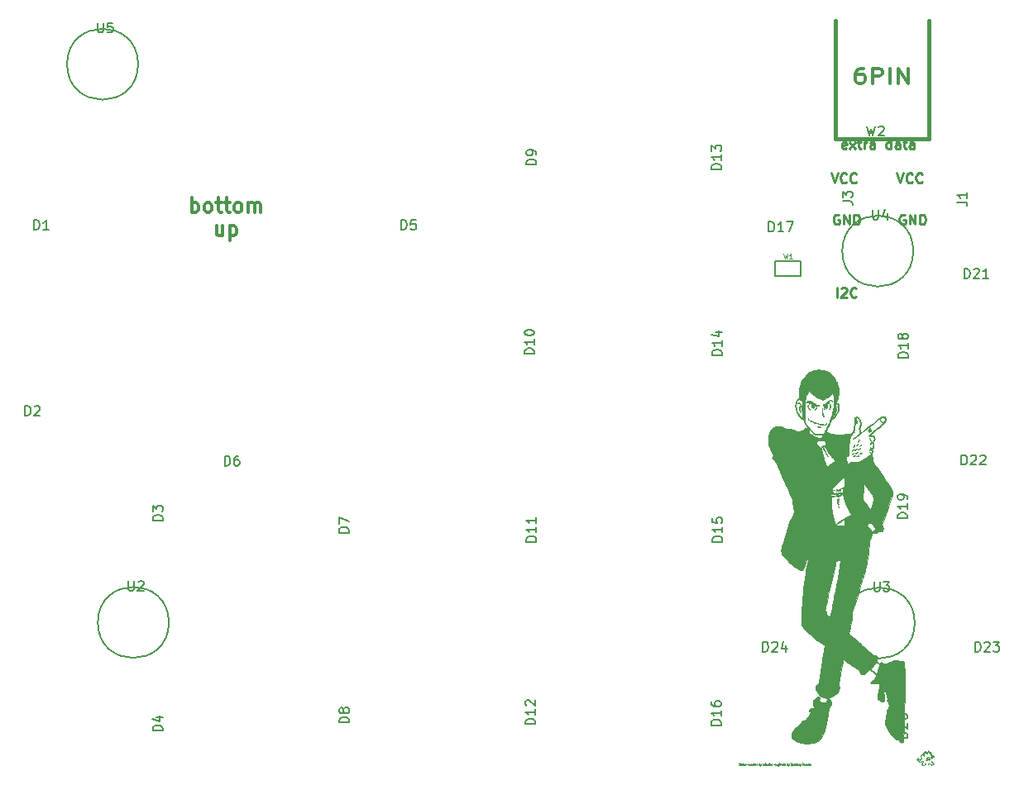
<source format=gbr>
G04 #@! TF.FileFunction,Legend,Top*
%FSLAX46Y46*%
G04 Gerber Fmt 4.6, Leading zero omitted, Abs format (unit mm)*
G04 Created by KiCad (PCBNEW 4.0.2-stable) date 10/9/2016 9:16:27 PM*
%MOMM*%
G01*
G04 APERTURE LIST*
%ADD10C,0.100000*%
%ADD11C,0.300000*%
%ADD12C,0.250000*%
%ADD13C,0.010000*%
%ADD14C,0.381000*%
%ADD15C,0.200000*%
%ADD16C,0.150000*%
%ADD17C,0.304800*%
G04 APERTURE END LIST*
D10*
D11*
X60964286Y-52478571D02*
X60964286Y-50978571D01*
X60964286Y-51550000D02*
X61107143Y-51478571D01*
X61392857Y-51478571D01*
X61535714Y-51550000D01*
X61607143Y-51621429D01*
X61678572Y-51764286D01*
X61678572Y-52192857D01*
X61607143Y-52335714D01*
X61535714Y-52407143D01*
X61392857Y-52478571D01*
X61107143Y-52478571D01*
X60964286Y-52407143D01*
X62535715Y-52478571D02*
X62392857Y-52407143D01*
X62321429Y-52335714D01*
X62250000Y-52192857D01*
X62250000Y-51764286D01*
X62321429Y-51621429D01*
X62392857Y-51550000D01*
X62535715Y-51478571D01*
X62750000Y-51478571D01*
X62892857Y-51550000D01*
X62964286Y-51621429D01*
X63035715Y-51764286D01*
X63035715Y-52192857D01*
X62964286Y-52335714D01*
X62892857Y-52407143D01*
X62750000Y-52478571D01*
X62535715Y-52478571D01*
X63464286Y-51478571D02*
X64035715Y-51478571D01*
X63678572Y-50978571D02*
X63678572Y-52264286D01*
X63750000Y-52407143D01*
X63892858Y-52478571D01*
X64035715Y-52478571D01*
X64321429Y-51478571D02*
X64892858Y-51478571D01*
X64535715Y-50978571D02*
X64535715Y-52264286D01*
X64607143Y-52407143D01*
X64750001Y-52478571D01*
X64892858Y-52478571D01*
X65607144Y-52478571D02*
X65464286Y-52407143D01*
X65392858Y-52335714D01*
X65321429Y-52192857D01*
X65321429Y-51764286D01*
X65392858Y-51621429D01*
X65464286Y-51550000D01*
X65607144Y-51478571D01*
X65821429Y-51478571D01*
X65964286Y-51550000D01*
X66035715Y-51621429D01*
X66107144Y-51764286D01*
X66107144Y-52192857D01*
X66035715Y-52335714D01*
X65964286Y-52407143D01*
X65821429Y-52478571D01*
X65607144Y-52478571D01*
X66750001Y-52478571D02*
X66750001Y-51478571D01*
X66750001Y-51621429D02*
X66821429Y-51550000D01*
X66964287Y-51478571D01*
X67178572Y-51478571D01*
X67321429Y-51550000D01*
X67392858Y-51692857D01*
X67392858Y-52478571D01*
X67392858Y-51692857D02*
X67464287Y-51550000D01*
X67607144Y-51478571D01*
X67821429Y-51478571D01*
X67964287Y-51550000D01*
X68035715Y-51692857D01*
X68035715Y-52478571D01*
X64142857Y-53878571D02*
X64142857Y-54878571D01*
X63500000Y-53878571D02*
X63500000Y-54664286D01*
X63571428Y-54807143D01*
X63714286Y-54878571D01*
X63928571Y-54878571D01*
X64071428Y-54807143D01*
X64142857Y-54735714D01*
X64857143Y-53878571D02*
X64857143Y-55378571D01*
X64857143Y-53950000D02*
X65000000Y-53878571D01*
X65285714Y-53878571D01*
X65428571Y-53950000D01*
X65500000Y-54021429D01*
X65571429Y-54164286D01*
X65571429Y-54592857D01*
X65500000Y-54735714D01*
X65428571Y-54807143D01*
X65285714Y-54878571D01*
X65000000Y-54878571D01*
X64857143Y-54807143D01*
D12*
X127023810Y-61202381D02*
X127023810Y-60202381D01*
X127452381Y-60297619D02*
X127500000Y-60250000D01*
X127595238Y-60202381D01*
X127833334Y-60202381D01*
X127928572Y-60250000D01*
X127976191Y-60297619D01*
X128023810Y-60392857D01*
X128023810Y-60488095D01*
X127976191Y-60630952D01*
X127404762Y-61202381D01*
X128023810Y-61202381D01*
X129023810Y-61107143D02*
X128976191Y-61154762D01*
X128833334Y-61202381D01*
X128738096Y-61202381D01*
X128595238Y-61154762D01*
X128500000Y-61059524D01*
X128452381Y-60964286D01*
X128404762Y-60773810D01*
X128404762Y-60630952D01*
X128452381Y-60440476D01*
X128500000Y-60345238D01*
X128595238Y-60250000D01*
X128738096Y-60202381D01*
X128833334Y-60202381D01*
X128976191Y-60250000D01*
X129023810Y-60297619D01*
X127964285Y-45904762D02*
X127869047Y-45952381D01*
X127678570Y-45952381D01*
X127583332Y-45904762D01*
X127535713Y-45809524D01*
X127535713Y-45428571D01*
X127583332Y-45333333D01*
X127678570Y-45285714D01*
X127869047Y-45285714D01*
X127964285Y-45333333D01*
X128011904Y-45428571D01*
X128011904Y-45523810D01*
X127535713Y-45619048D01*
X128345237Y-45952381D02*
X128869047Y-45285714D01*
X128345237Y-45285714D02*
X128869047Y-45952381D01*
X129107142Y-45285714D02*
X129488094Y-45285714D01*
X129249999Y-44952381D02*
X129249999Y-45809524D01*
X129297618Y-45904762D01*
X129392856Y-45952381D01*
X129488094Y-45952381D01*
X129821428Y-45952381D02*
X129821428Y-45285714D01*
X129821428Y-45476190D02*
X129869047Y-45380952D01*
X129916666Y-45333333D01*
X130011904Y-45285714D01*
X130107143Y-45285714D01*
X130869048Y-45952381D02*
X130869048Y-45428571D01*
X130821429Y-45333333D01*
X130726191Y-45285714D01*
X130535714Y-45285714D01*
X130440476Y-45333333D01*
X130869048Y-45904762D02*
X130773810Y-45952381D01*
X130535714Y-45952381D01*
X130440476Y-45904762D01*
X130392857Y-45809524D01*
X130392857Y-45714286D01*
X130440476Y-45619048D01*
X130535714Y-45571429D01*
X130773810Y-45571429D01*
X130869048Y-45523810D01*
X132535715Y-45952381D02*
X132535715Y-44952381D01*
X132535715Y-45904762D02*
X132440477Y-45952381D01*
X132250000Y-45952381D01*
X132154762Y-45904762D01*
X132107143Y-45857143D01*
X132059524Y-45761905D01*
X132059524Y-45476190D01*
X132107143Y-45380952D01*
X132154762Y-45333333D01*
X132250000Y-45285714D01*
X132440477Y-45285714D01*
X132535715Y-45333333D01*
X133440477Y-45952381D02*
X133440477Y-45428571D01*
X133392858Y-45333333D01*
X133297620Y-45285714D01*
X133107143Y-45285714D01*
X133011905Y-45333333D01*
X133440477Y-45904762D02*
X133345239Y-45952381D01*
X133107143Y-45952381D01*
X133011905Y-45904762D01*
X132964286Y-45809524D01*
X132964286Y-45714286D01*
X133011905Y-45619048D01*
X133107143Y-45571429D01*
X133345239Y-45571429D01*
X133440477Y-45523810D01*
X133773810Y-45285714D02*
X134154762Y-45285714D01*
X133916667Y-44952381D02*
X133916667Y-45809524D01*
X133964286Y-45904762D01*
X134059524Y-45952381D01*
X134154762Y-45952381D01*
X134916668Y-45952381D02*
X134916668Y-45428571D01*
X134869049Y-45333333D01*
X134773811Y-45285714D01*
X134583334Y-45285714D01*
X134488096Y-45333333D01*
X134916668Y-45904762D02*
X134821430Y-45952381D01*
X134583334Y-45952381D01*
X134488096Y-45904762D01*
X134440477Y-45809524D01*
X134440477Y-45714286D01*
X134488096Y-45619048D01*
X134583334Y-45571429D01*
X134821430Y-45571429D01*
X134916668Y-45523810D01*
X127238096Y-52750000D02*
X127142858Y-52702381D01*
X127000001Y-52702381D01*
X126857143Y-52750000D01*
X126761905Y-52845238D01*
X126714286Y-52940476D01*
X126666667Y-53130952D01*
X126666667Y-53273810D01*
X126714286Y-53464286D01*
X126761905Y-53559524D01*
X126857143Y-53654762D01*
X127000001Y-53702381D01*
X127095239Y-53702381D01*
X127238096Y-53654762D01*
X127285715Y-53607143D01*
X127285715Y-53273810D01*
X127095239Y-53273810D01*
X127714286Y-53702381D02*
X127714286Y-52702381D01*
X128285715Y-53702381D01*
X128285715Y-52702381D01*
X128761905Y-53702381D02*
X128761905Y-52702381D01*
X129000000Y-52702381D01*
X129142858Y-52750000D01*
X129238096Y-52845238D01*
X129285715Y-52940476D01*
X129333334Y-53130952D01*
X129333334Y-53273810D01*
X129285715Y-53464286D01*
X129238096Y-53559524D01*
X129142858Y-53654762D01*
X129000000Y-53702381D01*
X128761905Y-53702381D01*
X126416667Y-48452381D02*
X126750000Y-49452381D01*
X127083334Y-48452381D01*
X127988096Y-49357143D02*
X127940477Y-49404762D01*
X127797620Y-49452381D01*
X127702382Y-49452381D01*
X127559524Y-49404762D01*
X127464286Y-49309524D01*
X127416667Y-49214286D01*
X127369048Y-49023810D01*
X127369048Y-48880952D01*
X127416667Y-48690476D01*
X127464286Y-48595238D01*
X127559524Y-48500000D01*
X127702382Y-48452381D01*
X127797620Y-48452381D01*
X127940477Y-48500000D01*
X127988096Y-48547619D01*
X128988096Y-49357143D02*
X128940477Y-49404762D01*
X128797620Y-49452381D01*
X128702382Y-49452381D01*
X128559524Y-49404762D01*
X128464286Y-49309524D01*
X128416667Y-49214286D01*
X128369048Y-49023810D01*
X128369048Y-48880952D01*
X128416667Y-48690476D01*
X128464286Y-48595238D01*
X128559524Y-48500000D01*
X128702382Y-48452381D01*
X128797620Y-48452381D01*
X128940477Y-48500000D01*
X128988096Y-48547619D01*
X133988096Y-52750000D02*
X133892858Y-52702381D01*
X133750001Y-52702381D01*
X133607143Y-52750000D01*
X133511905Y-52845238D01*
X133464286Y-52940476D01*
X133416667Y-53130952D01*
X133416667Y-53273810D01*
X133464286Y-53464286D01*
X133511905Y-53559524D01*
X133607143Y-53654762D01*
X133750001Y-53702381D01*
X133845239Y-53702381D01*
X133988096Y-53654762D01*
X134035715Y-53607143D01*
X134035715Y-53273810D01*
X133845239Y-53273810D01*
X134464286Y-53702381D02*
X134464286Y-52702381D01*
X135035715Y-53702381D01*
X135035715Y-52702381D01*
X135511905Y-53702381D02*
X135511905Y-52702381D01*
X135750000Y-52702381D01*
X135892858Y-52750000D01*
X135988096Y-52845238D01*
X136035715Y-52940476D01*
X136083334Y-53130952D01*
X136083334Y-53273810D01*
X136035715Y-53464286D01*
X135988096Y-53559524D01*
X135892858Y-53654762D01*
X135750000Y-53702381D01*
X135511905Y-53702381D01*
X133166667Y-48452381D02*
X133500000Y-49452381D01*
X133833334Y-48452381D01*
X134738096Y-49357143D02*
X134690477Y-49404762D01*
X134547620Y-49452381D01*
X134452382Y-49452381D01*
X134309524Y-49404762D01*
X134214286Y-49309524D01*
X134166667Y-49214286D01*
X134119048Y-49023810D01*
X134119048Y-48880952D01*
X134166667Y-48690476D01*
X134214286Y-48595238D01*
X134309524Y-48500000D01*
X134452382Y-48452381D01*
X134547620Y-48452381D01*
X134690477Y-48500000D01*
X134738096Y-48547619D01*
X135738096Y-49357143D02*
X135690477Y-49404762D01*
X135547620Y-49452381D01*
X135452382Y-49452381D01*
X135309524Y-49404762D01*
X135214286Y-49309524D01*
X135166667Y-49214286D01*
X135119048Y-49023810D01*
X135119048Y-48880952D01*
X135166667Y-48690476D01*
X135214286Y-48595238D01*
X135309524Y-48500000D01*
X135452382Y-48452381D01*
X135547620Y-48452381D01*
X135690477Y-48500000D01*
X135738096Y-48547619D01*
D13*
G36*
X119268117Y-109021219D02*
X119253346Y-109080141D01*
X119228395Y-109147192D01*
X119200141Y-109204032D01*
X119175460Y-109232320D01*
X119174383Y-109232672D01*
X119151625Y-109236154D01*
X119172222Y-109218827D01*
X119173887Y-109217660D01*
X119192579Y-109197182D01*
X119197070Y-109163524D01*
X119186752Y-109104664D01*
X119163825Y-109018509D01*
X119163715Y-109005855D01*
X119180275Y-109034343D01*
X119185479Y-109045073D01*
X119220324Y-109118447D01*
X119237898Y-109048426D01*
X119253490Y-109001725D01*
X119265832Y-108988765D01*
X119268117Y-109021219D01*
X119268117Y-109021219D01*
G37*
X119268117Y-109021219D02*
X119253346Y-109080141D01*
X119228395Y-109147192D01*
X119200141Y-109204032D01*
X119175460Y-109232320D01*
X119174383Y-109232672D01*
X119151625Y-109236154D01*
X119172222Y-109218827D01*
X119173887Y-109217660D01*
X119192579Y-109197182D01*
X119197070Y-109163524D01*
X119186752Y-109104664D01*
X119163825Y-109018509D01*
X119163715Y-109005855D01*
X119180275Y-109034343D01*
X119185479Y-109045073D01*
X119220324Y-109118447D01*
X119237898Y-109048426D01*
X119253490Y-109001725D01*
X119265832Y-108988765D01*
X119268117Y-109021219D01*
G36*
X121053451Y-109006776D02*
X121068243Y-109048474D01*
X121069100Y-109073300D01*
X121057740Y-109133795D01*
X121031000Y-109149500D01*
X120993231Y-109170653D01*
X120976381Y-109200300D01*
X120966513Y-109209598D01*
X120959702Y-109172726D01*
X120957331Y-109121218D01*
X120957609Y-109080668D01*
X120985477Y-109080668D01*
X121003877Y-109122674D01*
X121030202Y-109136800D01*
X121049894Y-109115068D01*
X121056400Y-109073300D01*
X121045190Y-109022433D01*
X121018555Y-109011188D01*
X120992148Y-109036416D01*
X120985477Y-109080668D01*
X120957609Y-109080668D01*
X120957855Y-109044823D01*
X120966878Y-109006694D01*
X120989749Y-108994394D01*
X121011950Y-108994218D01*
X121053451Y-109006776D01*
X121053451Y-109006776D01*
G37*
X121053451Y-109006776D02*
X121068243Y-109048474D01*
X121069100Y-109073300D01*
X121057740Y-109133795D01*
X121031000Y-109149500D01*
X120993231Y-109170653D01*
X120976381Y-109200300D01*
X120966513Y-109209598D01*
X120959702Y-109172726D01*
X120957331Y-109121218D01*
X120957609Y-109080668D01*
X120985477Y-109080668D01*
X121003877Y-109122674D01*
X121030202Y-109136800D01*
X121049894Y-109115068D01*
X121056400Y-109073300D01*
X121045190Y-109022433D01*
X121018555Y-109011188D01*
X120992148Y-109036416D01*
X120985477Y-109080668D01*
X120957609Y-109080668D01*
X120957855Y-109044823D01*
X120966878Y-109006694D01*
X120989749Y-108994394D01*
X121011950Y-108994218D01*
X121053451Y-109006776D01*
G36*
X122138317Y-109021219D02*
X122123546Y-109080141D01*
X122098595Y-109147192D01*
X122070341Y-109204032D01*
X122045660Y-109232320D01*
X122044583Y-109232672D01*
X122021825Y-109236154D01*
X122042422Y-109218827D01*
X122044087Y-109217660D01*
X122062779Y-109197182D01*
X122067270Y-109163524D01*
X122056952Y-109104664D01*
X122034025Y-109018509D01*
X122033915Y-109005855D01*
X122050475Y-109034343D01*
X122055679Y-109045073D01*
X122090524Y-109118447D01*
X122108098Y-109048426D01*
X122123690Y-109001725D01*
X122136032Y-108988765D01*
X122138317Y-109021219D01*
X122138317Y-109021219D01*
G37*
X122138317Y-109021219D02*
X122123546Y-109080141D01*
X122098595Y-109147192D01*
X122070341Y-109204032D01*
X122045660Y-109232320D01*
X122044583Y-109232672D01*
X122021825Y-109236154D01*
X122042422Y-109218827D01*
X122044087Y-109217660D01*
X122062779Y-109197182D01*
X122067270Y-109163524D01*
X122056952Y-109104664D01*
X122034025Y-109018509D01*
X122033915Y-109005855D01*
X122050475Y-109034343D01*
X122055679Y-109045073D01*
X122090524Y-109118447D01*
X122108098Y-109048426D01*
X122123690Y-109001725D01*
X122136032Y-108988765D01*
X122138317Y-109021219D01*
G36*
X123332117Y-109021219D02*
X123317346Y-109080141D01*
X123292395Y-109147192D01*
X123264141Y-109204032D01*
X123239460Y-109232320D01*
X123238383Y-109232672D01*
X123215625Y-109236154D01*
X123236222Y-109218827D01*
X123237887Y-109217660D01*
X123256579Y-109197182D01*
X123261070Y-109163524D01*
X123250752Y-109104664D01*
X123227825Y-109018509D01*
X123227715Y-109005855D01*
X123244275Y-109034343D01*
X123249479Y-109045073D01*
X123284324Y-109118447D01*
X123301898Y-109048426D01*
X123317490Y-109001725D01*
X123329832Y-108988765D01*
X123332117Y-109021219D01*
X123332117Y-109021219D01*
G37*
X123332117Y-109021219D02*
X123317346Y-109080141D01*
X123292395Y-109147192D01*
X123264141Y-109204032D01*
X123239460Y-109232320D01*
X123238383Y-109232672D01*
X123215625Y-109236154D01*
X123236222Y-109218827D01*
X123237887Y-109217660D01*
X123256579Y-109197182D01*
X123261070Y-109163524D01*
X123250752Y-109104664D01*
X123227825Y-109018509D01*
X123227715Y-109005855D01*
X123244275Y-109034343D01*
X123249479Y-109045073D01*
X123284324Y-109118447D01*
X123301898Y-109048426D01*
X123317490Y-109001725D01*
X123329832Y-108988765D01*
X123332117Y-109021219D01*
G36*
X117086368Y-108926317D02*
X117115057Y-108967907D01*
X117105085Y-109017987D01*
X117068564Y-109073337D01*
X117068434Y-109073476D01*
X117012870Y-109132620D01*
X117072485Y-109143951D01*
X117099877Y-109151805D01*
X117079459Y-109156776D01*
X117044797Y-109158740D01*
X116957495Y-109162200D01*
X117025747Y-109090960D01*
X117077958Y-109023353D01*
X117094574Y-108971280D01*
X117075464Y-108941787D01*
X117028574Y-108940184D01*
X116985945Y-108942985D01*
X116987776Y-108928063D01*
X117035463Y-108910119D01*
X117086368Y-108926317D01*
X117086368Y-108926317D01*
G37*
X117086368Y-108926317D02*
X117115057Y-108967907D01*
X117105085Y-109017987D01*
X117068564Y-109073337D01*
X117068434Y-109073476D01*
X117012870Y-109132620D01*
X117072485Y-109143951D01*
X117099877Y-109151805D01*
X117079459Y-109156776D01*
X117044797Y-109158740D01*
X116957495Y-109162200D01*
X117025747Y-109090960D01*
X117077958Y-109023353D01*
X117094574Y-108971280D01*
X117075464Y-108941787D01*
X117028574Y-108940184D01*
X116985945Y-108942985D01*
X116987776Y-108928063D01*
X117035463Y-108910119D01*
X117086368Y-108926317D01*
G36*
X117285584Y-108925637D02*
X117304149Y-108948924D01*
X117309657Y-109004370D01*
X117309900Y-109035200D01*
X117306488Y-109107123D01*
X117291778Y-109142811D01*
X117259053Y-109156623D01*
X117252636Y-109157631D01*
X117200545Y-109149476D01*
X117180996Y-109128299D01*
X117173284Y-109077838D01*
X117174068Y-109035200D01*
X117195600Y-109035200D01*
X117199860Y-109101670D01*
X117217078Y-109131047D01*
X117246400Y-109136800D01*
X117279635Y-109128279D01*
X117294323Y-109093843D01*
X117297200Y-109035200D01*
X117292939Y-108968729D01*
X117275721Y-108939352D01*
X117246400Y-108933600D01*
X117213164Y-108942120D01*
X117198476Y-108976556D01*
X117195600Y-109035200D01*
X117174068Y-109035200D01*
X117174571Y-109007893D01*
X117174760Y-109005867D01*
X117186634Y-108946916D01*
X117214928Y-108923774D01*
X117246400Y-108920900D01*
X117285584Y-108925637D01*
X117285584Y-108925637D01*
G37*
X117285584Y-108925637D02*
X117304149Y-108948924D01*
X117309657Y-109004370D01*
X117309900Y-109035200D01*
X117306488Y-109107123D01*
X117291778Y-109142811D01*
X117259053Y-109156623D01*
X117252636Y-109157631D01*
X117200545Y-109149476D01*
X117180996Y-109128299D01*
X117173284Y-109077838D01*
X117174068Y-109035200D01*
X117195600Y-109035200D01*
X117199860Y-109101670D01*
X117217078Y-109131047D01*
X117246400Y-109136800D01*
X117279635Y-109128279D01*
X117294323Y-109093843D01*
X117297200Y-109035200D01*
X117292939Y-108968729D01*
X117275721Y-108939352D01*
X117246400Y-108933600D01*
X117213164Y-108942120D01*
X117198476Y-108976556D01*
X117195600Y-109035200D01*
X117174068Y-109035200D01*
X117174571Y-109007893D01*
X117174760Y-109005867D01*
X117186634Y-108946916D01*
X117214928Y-108923774D01*
X117246400Y-108920900D01*
X117285584Y-108925637D01*
G36*
X117463384Y-108925637D02*
X117481949Y-108948924D01*
X117487457Y-109004370D01*
X117487700Y-109035200D01*
X117484288Y-109107123D01*
X117469578Y-109142811D01*
X117436853Y-109156623D01*
X117430436Y-109157631D01*
X117378345Y-109149476D01*
X117358796Y-109128299D01*
X117351084Y-109077838D01*
X117351868Y-109035200D01*
X117373400Y-109035200D01*
X117377660Y-109101670D01*
X117394878Y-109131047D01*
X117424200Y-109136800D01*
X117457435Y-109128279D01*
X117472123Y-109093843D01*
X117475000Y-109035200D01*
X117470739Y-108968729D01*
X117453521Y-108939352D01*
X117424200Y-108933600D01*
X117390964Y-108942120D01*
X117376276Y-108976556D01*
X117373400Y-109035200D01*
X117351868Y-109035200D01*
X117352371Y-109007893D01*
X117352560Y-109005867D01*
X117364434Y-108946916D01*
X117392728Y-108923774D01*
X117424200Y-108920900D01*
X117463384Y-108925637D01*
X117463384Y-108925637D01*
G37*
X117463384Y-108925637D02*
X117481949Y-108948924D01*
X117487457Y-109004370D01*
X117487700Y-109035200D01*
X117484288Y-109107123D01*
X117469578Y-109142811D01*
X117436853Y-109156623D01*
X117430436Y-109157631D01*
X117378345Y-109149476D01*
X117358796Y-109128299D01*
X117351084Y-109077838D01*
X117351868Y-109035200D01*
X117373400Y-109035200D01*
X117377660Y-109101670D01*
X117394878Y-109131047D01*
X117424200Y-109136800D01*
X117457435Y-109128279D01*
X117472123Y-109093843D01*
X117475000Y-109035200D01*
X117470739Y-108968729D01*
X117453521Y-108939352D01*
X117424200Y-108933600D01*
X117390964Y-108942120D01*
X117376276Y-108976556D01*
X117373400Y-109035200D01*
X117351868Y-109035200D01*
X117352371Y-109007893D01*
X117352560Y-109005867D01*
X117364434Y-108946916D01*
X117392728Y-108923774D01*
X117424200Y-108920900D01*
X117463384Y-108925637D01*
G36*
X117675501Y-108946025D02*
X117680805Y-109008117D01*
X117681420Y-109077742D01*
X117676947Y-109133524D01*
X117670425Y-109153041D01*
X117654230Y-109151264D01*
X117652800Y-109141033D01*
X117631545Y-109117054D01*
X117601483Y-109111400D01*
X117571261Y-109109319D01*
X117563603Y-109094962D01*
X117576300Y-109062362D01*
X117603765Y-109062362D01*
X117618893Y-109085214D01*
X117627400Y-109086000D01*
X117647073Y-109064487D01*
X117652411Y-109028850D01*
X117648400Y-108991735D01*
X117633460Y-109000860D01*
X117627400Y-109009800D01*
X117603765Y-109062362D01*
X117576300Y-109062362D01*
X117578718Y-109056154D01*
X117603255Y-109007338D01*
X117636384Y-108947875D01*
X117660152Y-108915182D01*
X117665913Y-108912846D01*
X117675501Y-108946025D01*
X117675501Y-108946025D01*
G37*
X117675501Y-108946025D02*
X117680805Y-109008117D01*
X117681420Y-109077742D01*
X117676947Y-109133524D01*
X117670425Y-109153041D01*
X117654230Y-109151264D01*
X117652800Y-109141033D01*
X117631545Y-109117054D01*
X117601483Y-109111400D01*
X117571261Y-109109319D01*
X117563603Y-109094962D01*
X117576300Y-109062362D01*
X117603765Y-109062362D01*
X117618893Y-109085214D01*
X117627400Y-109086000D01*
X117647073Y-109064487D01*
X117652411Y-109028850D01*
X117648400Y-108991735D01*
X117633460Y-109000860D01*
X117627400Y-109009800D01*
X117603765Y-109062362D01*
X117576300Y-109062362D01*
X117578718Y-109056154D01*
X117603255Y-109007338D01*
X117636384Y-108947875D01*
X117660152Y-108915182D01*
X117665913Y-108912846D01*
X117675501Y-108946025D01*
G36*
X118007809Y-109002618D02*
X118023501Y-109048426D01*
X118041075Y-109118447D01*
X118075286Y-109045073D01*
X118097013Y-109000791D01*
X118101396Y-109001522D01*
X118093975Y-109035200D01*
X118070619Y-109112887D01*
X118049199Y-109141398D01*
X118027341Y-109122173D01*
X118011866Y-109085025D01*
X117995418Y-109026324D01*
X117993229Y-108991818D01*
X117994349Y-108989984D01*
X118007809Y-109002618D01*
X118007809Y-109002618D01*
G37*
X118007809Y-109002618D02*
X118023501Y-109048426D01*
X118041075Y-109118447D01*
X118075286Y-109045073D01*
X118097013Y-109000791D01*
X118101396Y-109001522D01*
X118093975Y-109035200D01*
X118070619Y-109112887D01*
X118049199Y-109141398D01*
X118027341Y-109122173D01*
X118011866Y-109085025D01*
X117995418Y-109026324D01*
X117993229Y-108991818D01*
X117994349Y-108989984D01*
X118007809Y-109002618D01*
G36*
X118269238Y-109016367D02*
X118282964Y-109041550D01*
X118273829Y-109077893D01*
X118238862Y-109086000D01*
X118196607Y-109097485D01*
X118186200Y-109114362D01*
X118206304Y-109131824D01*
X118237035Y-109129431D01*
X118271411Y-109127758D01*
X118273636Y-109139168D01*
X118236096Y-109161250D01*
X118191270Y-109150672D01*
X118170554Y-109125583D01*
X118162330Y-109060473D01*
X118174451Y-109035200D01*
X118186200Y-109035200D01*
X118206772Y-109057734D01*
X118224300Y-109060600D01*
X118258101Y-109046884D01*
X118262400Y-109035200D01*
X118241827Y-109012665D01*
X118224300Y-109009800D01*
X118190498Y-109023515D01*
X118186200Y-109035200D01*
X118174451Y-109035200D01*
X118185399Y-109012374D01*
X118224300Y-108997100D01*
X118269238Y-109016367D01*
X118269238Y-109016367D01*
G37*
X118269238Y-109016367D02*
X118282964Y-109041550D01*
X118273829Y-109077893D01*
X118238862Y-109086000D01*
X118196607Y-109097485D01*
X118186200Y-109114362D01*
X118206304Y-109131824D01*
X118237035Y-109129431D01*
X118271411Y-109127758D01*
X118273636Y-109139168D01*
X118236096Y-109161250D01*
X118191270Y-109150672D01*
X118170554Y-109125583D01*
X118162330Y-109060473D01*
X118174451Y-109035200D01*
X118186200Y-109035200D01*
X118206772Y-109057734D01*
X118224300Y-109060600D01*
X118258101Y-109046884D01*
X118262400Y-109035200D01*
X118241827Y-109012665D01*
X118224300Y-109009800D01*
X118190498Y-109023515D01*
X118186200Y-109035200D01*
X118174451Y-109035200D01*
X118185399Y-109012374D01*
X118224300Y-108997100D01*
X118269238Y-109016367D01*
G36*
X118439697Y-108999762D02*
X118445566Y-109005006D01*
X118453972Y-109022677D01*
X118418888Y-109018228D01*
X118418458Y-109018116D01*
X118378896Y-109015788D01*
X118365015Y-109046251D01*
X118364000Y-109073300D01*
X118370616Y-109122246D01*
X118397458Y-109132919D01*
X118414835Y-109129431D01*
X118449211Y-109127758D01*
X118451436Y-109139168D01*
X118413720Y-109160648D01*
X118366540Y-109153421D01*
X118355533Y-109145266D01*
X118342234Y-109108978D01*
X118338600Y-109068269D01*
X118355473Y-109014649D01*
X118394813Y-108988477D01*
X118439697Y-108999762D01*
X118439697Y-108999762D01*
G37*
X118439697Y-108999762D02*
X118445566Y-109005006D01*
X118453972Y-109022677D01*
X118418888Y-109018228D01*
X118418458Y-109018116D01*
X118378896Y-109015788D01*
X118365015Y-109046251D01*
X118364000Y-109073300D01*
X118370616Y-109122246D01*
X118397458Y-109132919D01*
X118414835Y-109129431D01*
X118449211Y-109127758D01*
X118451436Y-109139168D01*
X118413720Y-109160648D01*
X118366540Y-109153421D01*
X118355533Y-109145266D01*
X118342234Y-109108978D01*
X118338600Y-109068269D01*
X118355473Y-109014649D01*
X118394813Y-108988477D01*
X118439697Y-108999762D01*
G36*
X118540647Y-108941347D02*
X118545234Y-108978249D01*
X118549451Y-109055689D01*
X118549987Y-109066965D01*
X118548059Y-109137364D01*
X118537050Y-109159850D01*
X118522490Y-109133559D01*
X118511539Y-109072960D01*
X118509793Y-109004093D01*
X118519441Y-108955245D01*
X118521071Y-108952310D01*
X118533367Y-108935771D01*
X118540647Y-108941347D01*
X118540647Y-108941347D01*
G37*
X118540647Y-108941347D02*
X118545234Y-108978249D01*
X118549451Y-109055689D01*
X118549987Y-109066965D01*
X118548059Y-109137364D01*
X118537050Y-109159850D01*
X118522490Y-109133559D01*
X118511539Y-109072960D01*
X118509793Y-109004093D01*
X118519441Y-108955245D01*
X118521071Y-108952310D01*
X118533367Y-108935771D01*
X118540647Y-108941347D01*
G36*
X118693483Y-109009298D02*
X118706430Y-109054416D01*
X118706900Y-109072952D01*
X118693036Y-109128745D01*
X118660936Y-109159196D01*
X118624833Y-109156832D01*
X118603075Y-109127460D01*
X118595788Y-109073300D01*
X118618000Y-109073300D01*
X118631248Y-109124371D01*
X118656100Y-109136800D01*
X118686742Y-109114719D01*
X118694200Y-109073300D01*
X118680951Y-109022228D01*
X118656100Y-109009800D01*
X118625457Y-109031880D01*
X118618000Y-109073300D01*
X118595788Y-109073300D01*
X118594160Y-109061202D01*
X118616786Y-109012685D01*
X118656447Y-108997100D01*
X118693483Y-109009298D01*
X118693483Y-109009298D01*
G37*
X118693483Y-109009298D02*
X118706430Y-109054416D01*
X118706900Y-109072952D01*
X118693036Y-109128745D01*
X118660936Y-109159196D01*
X118624833Y-109156832D01*
X118603075Y-109127460D01*
X118595788Y-109073300D01*
X118618000Y-109073300D01*
X118631248Y-109124371D01*
X118656100Y-109136800D01*
X118686742Y-109114719D01*
X118694200Y-109073300D01*
X118680951Y-109022228D01*
X118656100Y-109009800D01*
X118625457Y-109031880D01*
X118618000Y-109073300D01*
X118595788Y-109073300D01*
X118594160Y-109061202D01*
X118616786Y-109012685D01*
X118656447Y-108997100D01*
X118693483Y-109009298D01*
G36*
X118856495Y-109004188D02*
X118848630Y-109020383D01*
X118826683Y-109065603D01*
X118814392Y-109111400D01*
X118806532Y-109142444D01*
X118801700Y-109127015D01*
X118799259Y-109083883D01*
X118803923Y-109018182D01*
X118826526Y-108993527D01*
X118833496Y-108992866D01*
X118856495Y-109004188D01*
X118856495Y-109004188D01*
G37*
X118856495Y-109004188D02*
X118848630Y-109020383D01*
X118826683Y-109065603D01*
X118814392Y-109111400D01*
X118806532Y-109142444D01*
X118801700Y-109127015D01*
X118799259Y-109083883D01*
X118803923Y-109018182D01*
X118826526Y-108993527D01*
X118833496Y-108992866D01*
X118856495Y-109004188D01*
G36*
X118995181Y-108946300D02*
X119024439Y-108987487D01*
X119049800Y-108997100D01*
X119080047Y-109019818D01*
X119087900Y-109073300D01*
X119078887Y-109130769D01*
X119044918Y-109154910D01*
X119030750Y-109157616D01*
X118997724Y-109158314D01*
X118981079Y-109140387D01*
X118975760Y-109092085D01*
X118975823Y-109081639D01*
X119003583Y-109081639D01*
X119010741Y-109127466D01*
X119035333Y-109136800D01*
X119067692Y-109114890D01*
X119075200Y-109071183D01*
X119063383Y-109024585D01*
X119037552Y-109017973D01*
X119012134Y-109049239D01*
X119003583Y-109081639D01*
X118975823Y-109081639D01*
X118976131Y-109030616D01*
X118980028Y-108962543D01*
X118987648Y-108935737D01*
X118995181Y-108946300D01*
X118995181Y-108946300D01*
G37*
X118995181Y-108946300D02*
X119024439Y-108987487D01*
X119049800Y-108997100D01*
X119080047Y-109019818D01*
X119087900Y-109073300D01*
X119078887Y-109130769D01*
X119044918Y-109154910D01*
X119030750Y-109157616D01*
X118997724Y-109158314D01*
X118981079Y-109140387D01*
X118975760Y-109092085D01*
X118975823Y-109081639D01*
X119003583Y-109081639D01*
X119010741Y-109127466D01*
X119035333Y-109136800D01*
X119067692Y-109114890D01*
X119075200Y-109071183D01*
X119063383Y-109024585D01*
X119037552Y-109017973D01*
X119012134Y-109049239D01*
X119003583Y-109081639D01*
X118975823Y-109081639D01*
X118976131Y-109030616D01*
X118980028Y-108962543D01*
X118987648Y-108935737D01*
X118995181Y-108946300D01*
G36*
X119466095Y-109004188D02*
X119458230Y-109020383D01*
X119436283Y-109065603D01*
X119423992Y-109111400D01*
X119416132Y-109142444D01*
X119411300Y-109127015D01*
X119408859Y-109083883D01*
X119413523Y-109018182D01*
X119436126Y-108993527D01*
X119443096Y-108992866D01*
X119466095Y-109004188D01*
X119466095Y-109004188D01*
G37*
X119466095Y-109004188D02*
X119458230Y-109020383D01*
X119436283Y-109065603D01*
X119423992Y-109111400D01*
X119416132Y-109142444D01*
X119411300Y-109127015D01*
X119408859Y-109083883D01*
X119413523Y-109018182D01*
X119436126Y-108993527D01*
X119443096Y-108992866D01*
X119466095Y-109004188D01*
G36*
X119610953Y-109008690D02*
X119632877Y-109062060D01*
X119634000Y-109079797D01*
X119623592Y-109135213D01*
X119587188Y-109154859D01*
X119583700Y-109155178D01*
X119535418Y-109147761D01*
X119518701Y-109135183D01*
X119517334Y-109111400D01*
X119532400Y-109111400D01*
X119550630Y-109136072D01*
X119556300Y-109136800D01*
X119590701Y-109118336D01*
X119595900Y-109111400D01*
X119590141Y-109089655D01*
X119571999Y-109086000D01*
X119537246Y-109099261D01*
X119532400Y-109111400D01*
X119517334Y-109111400D01*
X119516327Y-109093900D01*
X119549413Y-109064502D01*
X119571999Y-109060600D01*
X119604801Y-109044782D01*
X119608600Y-109032237D01*
X119588283Y-109014920D01*
X119554141Y-109018116D01*
X119518724Y-109022724D01*
X119526818Y-109005221D01*
X119527033Y-109005006D01*
X119571198Y-108986544D01*
X119610953Y-109008690D01*
X119610953Y-109008690D01*
G37*
X119610953Y-109008690D02*
X119632877Y-109062060D01*
X119634000Y-109079797D01*
X119623592Y-109135213D01*
X119587188Y-109154859D01*
X119583700Y-109155178D01*
X119535418Y-109147761D01*
X119518701Y-109135183D01*
X119517334Y-109111400D01*
X119532400Y-109111400D01*
X119550630Y-109136072D01*
X119556300Y-109136800D01*
X119590701Y-109118336D01*
X119595900Y-109111400D01*
X119590141Y-109089655D01*
X119571999Y-109086000D01*
X119537246Y-109099261D01*
X119532400Y-109111400D01*
X119517334Y-109111400D01*
X119516327Y-109093900D01*
X119549413Y-109064502D01*
X119571999Y-109060600D01*
X119604801Y-109044782D01*
X119608600Y-109032237D01*
X119588283Y-109014920D01*
X119554141Y-109018116D01*
X119518724Y-109022724D01*
X119526818Y-109005221D01*
X119527033Y-109005006D01*
X119571198Y-108986544D01*
X119610953Y-109008690D01*
G36*
X119677364Y-109029146D02*
X119681453Y-109095329D01*
X119676851Y-109130746D01*
X119669986Y-109136683D01*
X119666133Y-109100207D01*
X119665805Y-109073300D01*
X119668306Y-109024110D01*
X119674043Y-109016648D01*
X119677364Y-109029146D01*
X119677364Y-109029146D01*
G37*
X119677364Y-109029146D02*
X119681453Y-109095329D01*
X119676851Y-109130746D01*
X119669986Y-109136683D01*
X119666133Y-109100207D01*
X119665805Y-109073300D01*
X119668306Y-109024110D01*
X119674043Y-109016648D01*
X119677364Y-109029146D01*
G36*
X119834844Y-109007473D02*
X119850868Y-109051022D01*
X119852268Y-109073300D01*
X119853496Y-109123738D01*
X119851310Y-109124448D01*
X119844193Y-109078108D01*
X119825825Y-109026918D01*
X119798430Y-109020966D01*
X119770846Y-109057937D01*
X119757655Y-109100795D01*
X119747011Y-109146104D01*
X119741876Y-109146955D01*
X119739189Y-109100505D01*
X119738605Y-109083118D01*
X119740812Y-109022012D01*
X119758617Y-108997206D01*
X119792750Y-108994218D01*
X119834844Y-109007473D01*
X119834844Y-109007473D01*
G37*
X119834844Y-109007473D02*
X119850868Y-109051022D01*
X119852268Y-109073300D01*
X119853496Y-109123738D01*
X119851310Y-109124448D01*
X119844193Y-109078108D01*
X119825825Y-109026918D01*
X119798430Y-109020966D01*
X119770846Y-109057937D01*
X119757655Y-109100795D01*
X119747011Y-109146104D01*
X119741876Y-109146955D01*
X119739189Y-109100505D01*
X119738605Y-109083118D01*
X119740812Y-109022012D01*
X119758617Y-108997206D01*
X119792750Y-108994218D01*
X119834844Y-109007473D01*
G36*
X120021838Y-109016367D02*
X120035564Y-109041550D01*
X120026429Y-109077893D01*
X119991462Y-109086000D01*
X119949207Y-109097485D01*
X119938800Y-109114362D01*
X119958904Y-109131824D01*
X119989635Y-109129431D01*
X120024011Y-109127758D01*
X120026236Y-109139168D01*
X119988696Y-109161250D01*
X119943870Y-109150672D01*
X119923154Y-109125583D01*
X119914930Y-109060473D01*
X119927051Y-109035200D01*
X119938800Y-109035200D01*
X119959372Y-109057734D01*
X119976900Y-109060600D01*
X120010701Y-109046884D01*
X120015000Y-109035200D01*
X119994427Y-109012665D01*
X119976900Y-109009800D01*
X119943098Y-109023515D01*
X119938800Y-109035200D01*
X119927051Y-109035200D01*
X119937999Y-109012374D01*
X119976900Y-108997100D01*
X120021838Y-109016367D01*
X120021838Y-109016367D01*
G37*
X120021838Y-109016367D02*
X120035564Y-109041550D01*
X120026429Y-109077893D01*
X119991462Y-109086000D01*
X119949207Y-109097485D01*
X119938800Y-109114362D01*
X119958904Y-109131824D01*
X119989635Y-109129431D01*
X120024011Y-109127758D01*
X120026236Y-109139168D01*
X119988696Y-109161250D01*
X119943870Y-109150672D01*
X119923154Y-109125583D01*
X119914930Y-109060473D01*
X119927051Y-109035200D01*
X119938800Y-109035200D01*
X119959372Y-109057734D01*
X119976900Y-109060600D01*
X120010701Y-109046884D01*
X120015000Y-109035200D01*
X119994427Y-109012665D01*
X119976900Y-109009800D01*
X119943098Y-109023515D01*
X119938800Y-109035200D01*
X119927051Y-109035200D01*
X119937999Y-109012374D01*
X119976900Y-108997100D01*
X120021838Y-109016367D01*
G36*
X120109164Y-109029146D02*
X120113253Y-109095329D01*
X120108651Y-109130746D01*
X120101786Y-109136683D01*
X120097933Y-109100207D01*
X120097605Y-109073300D01*
X120100106Y-109024110D01*
X120105843Y-109016648D01*
X120109164Y-109029146D01*
X120109164Y-109029146D01*
G37*
X120109164Y-109029146D02*
X120113253Y-109095329D01*
X120108651Y-109130746D01*
X120101786Y-109136683D01*
X120097933Y-109100207D01*
X120097605Y-109073300D01*
X120100106Y-109024110D01*
X120105843Y-109016648D01*
X120109164Y-109029146D01*
G36*
X120228095Y-109004188D02*
X120220230Y-109020383D01*
X120198283Y-109065603D01*
X120185992Y-109111400D01*
X120178132Y-109142444D01*
X120173300Y-109127015D01*
X120170859Y-109083883D01*
X120175523Y-109018182D01*
X120198126Y-108993527D01*
X120205096Y-108992866D01*
X120228095Y-109004188D01*
X120228095Y-109004188D01*
G37*
X120228095Y-109004188D02*
X120220230Y-109020383D01*
X120198283Y-109065603D01*
X120185992Y-109111400D01*
X120178132Y-109142444D01*
X120173300Y-109127015D01*
X120170859Y-109083883D01*
X120175523Y-109018182D01*
X120198126Y-108993527D01*
X120205096Y-108992866D01*
X120228095Y-109004188D01*
G36*
X120369883Y-109009298D02*
X120382830Y-109054416D01*
X120383300Y-109072952D01*
X120369436Y-109128745D01*
X120337336Y-109159196D01*
X120301233Y-109156832D01*
X120279475Y-109127460D01*
X120272188Y-109073300D01*
X120294400Y-109073300D01*
X120307648Y-109124371D01*
X120332500Y-109136800D01*
X120363142Y-109114719D01*
X120370600Y-109073300D01*
X120357351Y-109022228D01*
X120332500Y-109009800D01*
X120301857Y-109031880D01*
X120294400Y-109073300D01*
X120272188Y-109073300D01*
X120270560Y-109061202D01*
X120293186Y-109012685D01*
X120332847Y-108997100D01*
X120369883Y-109009298D01*
X120369883Y-109009298D01*
G37*
X120369883Y-109009298D02*
X120382830Y-109054416D01*
X120383300Y-109072952D01*
X120369436Y-109128745D01*
X120337336Y-109159196D01*
X120301233Y-109156832D01*
X120279475Y-109127460D01*
X120272188Y-109073300D01*
X120294400Y-109073300D01*
X120307648Y-109124371D01*
X120332500Y-109136800D01*
X120363142Y-109114719D01*
X120370600Y-109073300D01*
X120357351Y-109022228D01*
X120332500Y-109009800D01*
X120301857Y-109031880D01*
X120294400Y-109073300D01*
X120272188Y-109073300D01*
X120270560Y-109061202D01*
X120293186Y-109012685D01*
X120332847Y-108997100D01*
X120369883Y-109009298D01*
G36*
X120718992Y-108965350D02*
X120723244Y-109047394D01*
X120718992Y-109105050D01*
X120713455Y-109120807D01*
X120709625Y-109091960D01*
X120708411Y-109035200D01*
X120709986Y-108972492D01*
X120714086Y-108948990D01*
X120718992Y-108965350D01*
X120718992Y-108965350D01*
G37*
X120718992Y-108965350D02*
X120723244Y-109047394D01*
X120718992Y-109105050D01*
X120713455Y-109120807D01*
X120709625Y-109091960D01*
X120708411Y-109035200D01*
X120709986Y-108972492D01*
X120714086Y-108948990D01*
X120718992Y-108965350D01*
G36*
X120898854Y-109042061D02*
X120899935Y-109066950D01*
X120898244Y-109130344D01*
X120881235Y-109157423D01*
X120852402Y-109162200D01*
X120803903Y-109146476D01*
X120786894Y-109125947D01*
X120780288Y-109072898D01*
X120784232Y-109030697D01*
X120792109Y-109001677D01*
X120796926Y-109019798D01*
X120798940Y-109054250D01*
X120811943Y-109117489D01*
X120838890Y-109136800D01*
X120868660Y-109113528D01*
X120885625Y-109054250D01*
X120892418Y-109003364D01*
X120896086Y-108998642D01*
X120898854Y-109042061D01*
X120898854Y-109042061D01*
G37*
X120898854Y-109042061D02*
X120899935Y-109066950D01*
X120898244Y-109130344D01*
X120881235Y-109157423D01*
X120852402Y-109162200D01*
X120803903Y-109146476D01*
X120786894Y-109125947D01*
X120780288Y-109072898D01*
X120784232Y-109030697D01*
X120792109Y-109001677D01*
X120796926Y-109019798D01*
X120798940Y-109054250D01*
X120811943Y-109117489D01*
X120838890Y-109136800D01*
X120868660Y-109113528D01*
X120885625Y-109054250D01*
X120892418Y-109003364D01*
X120896086Y-108998642D01*
X120898854Y-109042061D01*
G36*
X121150564Y-109029146D02*
X121154653Y-109095329D01*
X121150051Y-109130746D01*
X121143186Y-109136683D01*
X121139333Y-109100207D01*
X121139005Y-109073300D01*
X121141506Y-109024110D01*
X121147243Y-109016648D01*
X121150564Y-109029146D01*
X121150564Y-109029146D01*
G37*
X121150564Y-109029146D02*
X121154653Y-109095329D01*
X121150051Y-109130746D01*
X121143186Y-109136683D01*
X121139333Y-109100207D01*
X121139005Y-109073300D01*
X121141506Y-109024110D01*
X121147243Y-109016648D01*
X121150564Y-109029146D01*
G36*
X121308044Y-109007473D02*
X121324068Y-109051022D01*
X121325468Y-109073300D01*
X121326696Y-109123738D01*
X121324510Y-109124448D01*
X121317393Y-109078108D01*
X121299025Y-109026918D01*
X121271630Y-109020966D01*
X121244046Y-109057937D01*
X121230855Y-109100795D01*
X121220211Y-109146104D01*
X121215076Y-109146955D01*
X121212389Y-109100505D01*
X121211805Y-109083118D01*
X121214012Y-109022012D01*
X121231817Y-108997206D01*
X121265950Y-108994218D01*
X121308044Y-109007473D01*
X121308044Y-109007473D01*
G37*
X121308044Y-109007473D02*
X121324068Y-109051022D01*
X121325468Y-109073300D01*
X121326696Y-109123738D01*
X121324510Y-109124448D01*
X121317393Y-109078108D01*
X121299025Y-109026918D01*
X121271630Y-109020966D01*
X121244046Y-109057937D01*
X121230855Y-109100795D01*
X121220211Y-109146104D01*
X121215076Y-109146955D01*
X121212389Y-109100505D01*
X121211805Y-109083118D01*
X121214012Y-109022012D01*
X121231817Y-108997206D01*
X121265950Y-108994218D01*
X121308044Y-109007473D01*
G36*
X121480992Y-108965350D02*
X121485244Y-109047394D01*
X121480992Y-109105050D01*
X121475455Y-109120807D01*
X121471625Y-109091960D01*
X121470411Y-109035200D01*
X121471986Y-108972492D01*
X121476086Y-108948990D01*
X121480992Y-108965350D01*
X121480992Y-108965350D01*
G37*
X121480992Y-108965350D02*
X121485244Y-109047394D01*
X121480992Y-109105050D01*
X121475455Y-109120807D01*
X121471625Y-109091960D01*
X121470411Y-109035200D01*
X121471986Y-108972492D01*
X121476086Y-108948990D01*
X121480992Y-108965350D01*
G36*
X121582592Y-108965350D02*
X121586844Y-109047394D01*
X121582592Y-109105050D01*
X121577055Y-109120807D01*
X121573225Y-109091960D01*
X121572011Y-109035200D01*
X121573586Y-108972492D01*
X121577686Y-108948990D01*
X121582592Y-108965350D01*
X121582592Y-108965350D01*
G37*
X121582592Y-108965350D02*
X121586844Y-109047394D01*
X121582592Y-109105050D01*
X121577055Y-109120807D01*
X121573225Y-109091960D01*
X121572011Y-109035200D01*
X121573586Y-108972492D01*
X121577686Y-108948990D01*
X121582592Y-108965350D01*
G36*
X121684192Y-108965350D02*
X121688444Y-109047394D01*
X121684192Y-109105050D01*
X121678655Y-109120807D01*
X121674825Y-109091960D01*
X121673611Y-109035200D01*
X121675186Y-108972492D01*
X121679286Y-108948990D01*
X121684192Y-108965350D01*
X121684192Y-108965350D01*
G37*
X121684192Y-108965350D02*
X121688444Y-109047394D01*
X121684192Y-109105050D01*
X121678655Y-109120807D01*
X121674825Y-109091960D01*
X121673611Y-109035200D01*
X121675186Y-108972492D01*
X121679286Y-108948990D01*
X121684192Y-108965350D01*
G36*
X121865381Y-108946300D02*
X121894639Y-108987487D01*
X121920000Y-108997100D01*
X121950247Y-109019818D01*
X121958100Y-109073300D01*
X121949087Y-109130769D01*
X121915118Y-109154910D01*
X121900950Y-109157616D01*
X121867924Y-109158314D01*
X121851279Y-109140387D01*
X121845960Y-109092085D01*
X121846023Y-109081639D01*
X121873783Y-109081639D01*
X121880941Y-109127466D01*
X121905533Y-109136800D01*
X121937892Y-109114890D01*
X121945400Y-109071183D01*
X121933583Y-109024585D01*
X121907752Y-109017973D01*
X121882334Y-109049239D01*
X121873783Y-109081639D01*
X121846023Y-109081639D01*
X121846331Y-109030616D01*
X121850228Y-108962543D01*
X121857848Y-108935737D01*
X121865381Y-108946300D01*
X121865381Y-108946300D01*
G37*
X121865381Y-108946300D02*
X121894639Y-108987487D01*
X121920000Y-108997100D01*
X121950247Y-109019818D01*
X121958100Y-109073300D01*
X121949087Y-109130769D01*
X121915118Y-109154910D01*
X121900950Y-109157616D01*
X121867924Y-109158314D01*
X121851279Y-109140387D01*
X121845960Y-109092085D01*
X121846023Y-109081639D01*
X121873783Y-109081639D01*
X121880941Y-109127466D01*
X121905533Y-109136800D01*
X121937892Y-109114890D01*
X121945400Y-109071183D01*
X121933583Y-109024585D01*
X121907752Y-109017973D01*
X121882334Y-109049239D01*
X121873783Y-109081639D01*
X121846023Y-109081639D01*
X121846331Y-109030616D01*
X121850228Y-108962543D01*
X121857848Y-108935737D01*
X121865381Y-108946300D01*
G36*
X122307305Y-108929148D02*
X122335955Y-108982037D01*
X122349815Y-109011684D01*
X122378690Y-109072402D01*
X122395252Y-109091123D01*
X122406415Y-109072871D01*
X122410970Y-109056134D01*
X122438953Y-108987161D01*
X122464189Y-108946300D01*
X122485868Y-108921489D01*
X122496864Y-108926189D01*
X122500134Y-108967926D01*
X122499122Y-109035200D01*
X122496749Y-109108544D01*
X122493792Y-109133826D01*
X122489188Y-109113780D01*
X122484311Y-109073300D01*
X122472962Y-108971700D01*
X122429162Y-109073300D01*
X122385363Y-109174900D01*
X122314937Y-108971700D01*
X122298873Y-109073300D01*
X122289502Y-109129691D01*
X122284308Y-109144095D01*
X122281435Y-109113514D01*
X122279204Y-109041550D01*
X122279585Y-108967060D01*
X122284426Y-108918659D01*
X122289541Y-108908200D01*
X122307305Y-108929148D01*
X122307305Y-108929148D01*
G37*
X122307305Y-108929148D02*
X122335955Y-108982037D01*
X122349815Y-109011684D01*
X122378690Y-109072402D01*
X122395252Y-109091123D01*
X122406415Y-109072871D01*
X122410970Y-109056134D01*
X122438953Y-108987161D01*
X122464189Y-108946300D01*
X122485868Y-108921489D01*
X122496864Y-108926189D01*
X122500134Y-108967926D01*
X122499122Y-109035200D01*
X122496749Y-109108544D01*
X122493792Y-109133826D01*
X122489188Y-109113780D01*
X122484311Y-109073300D01*
X122472962Y-108971700D01*
X122429162Y-109073300D01*
X122385363Y-109174900D01*
X122314937Y-108971700D01*
X122298873Y-109073300D01*
X122289502Y-109129691D01*
X122284308Y-109144095D01*
X122281435Y-109113514D01*
X122279204Y-109041550D01*
X122279585Y-108967060D01*
X122284426Y-108918659D01*
X122289541Y-108908200D01*
X122307305Y-108929148D01*
G36*
X122630483Y-109009298D02*
X122643430Y-109054416D01*
X122643900Y-109072952D01*
X122630036Y-109128745D01*
X122597936Y-109159196D01*
X122561833Y-109156832D01*
X122540075Y-109127460D01*
X122532788Y-109073300D01*
X122555000Y-109073300D01*
X122568248Y-109124371D01*
X122593100Y-109136800D01*
X122623742Y-109114719D01*
X122631200Y-109073300D01*
X122617951Y-109022228D01*
X122593100Y-109009800D01*
X122562457Y-109031880D01*
X122555000Y-109073300D01*
X122532788Y-109073300D01*
X122531160Y-109061202D01*
X122553786Y-109012685D01*
X122593447Y-108997100D01*
X122630483Y-109009298D01*
X122630483Y-109009298D01*
G37*
X122630483Y-109009298D02*
X122643430Y-109054416D01*
X122643900Y-109072952D01*
X122630036Y-109128745D01*
X122597936Y-109159196D01*
X122561833Y-109156832D01*
X122540075Y-109127460D01*
X122532788Y-109073300D01*
X122555000Y-109073300D01*
X122568248Y-109124371D01*
X122593100Y-109136800D01*
X122623742Y-109114719D01*
X122631200Y-109073300D01*
X122617951Y-109022228D01*
X122593100Y-109009800D01*
X122562457Y-109031880D01*
X122555000Y-109073300D01*
X122532788Y-109073300D01*
X122531160Y-109061202D01*
X122553786Y-109012685D01*
X122593447Y-108997100D01*
X122630483Y-109009298D01*
G36*
X122806644Y-109007473D02*
X122822668Y-109051022D01*
X122824068Y-109073300D01*
X122825296Y-109123738D01*
X122823110Y-109124448D01*
X122815993Y-109078108D01*
X122797625Y-109026918D01*
X122770230Y-109020966D01*
X122742646Y-109057937D01*
X122729455Y-109100795D01*
X122718811Y-109146104D01*
X122713676Y-109146955D01*
X122710989Y-109100505D01*
X122710405Y-109083118D01*
X122712612Y-109022012D01*
X122730417Y-108997206D01*
X122764550Y-108994218D01*
X122806644Y-109007473D01*
X122806644Y-109007473D01*
G37*
X122806644Y-109007473D02*
X122822668Y-109051022D01*
X122824068Y-109073300D01*
X122825296Y-109123738D01*
X122823110Y-109124448D01*
X122815993Y-109078108D01*
X122797625Y-109026918D01*
X122770230Y-109020966D01*
X122742646Y-109057937D01*
X122729455Y-109100795D01*
X122718811Y-109146104D01*
X122713676Y-109146955D01*
X122710989Y-109100505D01*
X122710405Y-109083118D01*
X122712612Y-109022012D01*
X122730417Y-108997206D01*
X122764550Y-108994218D01*
X122806644Y-109007473D01*
G36*
X122903747Y-108980373D02*
X122912620Y-109036321D01*
X122927706Y-109048905D01*
X122961160Y-109025212D01*
X122969094Y-109018473D01*
X123003060Y-108991365D01*
X123002945Y-108998300D01*
X122990949Y-109014526D01*
X122970932Y-109062669D01*
X122986438Y-109116126D01*
X123003992Y-109154729D01*
X122996571Y-109151510D01*
X122979051Y-109130450D01*
X122944984Y-109095275D01*
X122928712Y-109086000D01*
X122911117Y-109106783D01*
X122902708Y-109130450D01*
X122896704Y-109132552D01*
X122892938Y-109092789D01*
X122892211Y-109035200D01*
X122894159Y-108970876D01*
X122898295Y-108952950D01*
X122903747Y-108980373D01*
X122903747Y-108980373D01*
G37*
X122903747Y-108980373D02*
X122912620Y-109036321D01*
X122927706Y-109048905D01*
X122961160Y-109025212D01*
X122969094Y-109018473D01*
X123003060Y-108991365D01*
X123002945Y-108998300D01*
X122990949Y-109014526D01*
X122970932Y-109062669D01*
X122986438Y-109116126D01*
X123003992Y-109154729D01*
X122996571Y-109151510D01*
X122979051Y-109130450D01*
X122944984Y-109095275D01*
X122928712Y-109086000D01*
X122911117Y-109106783D01*
X122902708Y-109130450D01*
X122896704Y-109132552D01*
X122892938Y-109092789D01*
X122892211Y-109035200D01*
X122894159Y-108970876D01*
X122898295Y-108952950D01*
X122903747Y-108980373D01*
G36*
X123146038Y-109016367D02*
X123159764Y-109041550D01*
X123150629Y-109077893D01*
X123115662Y-109086000D01*
X123073407Y-109097485D01*
X123063000Y-109114362D01*
X123083104Y-109131824D01*
X123113835Y-109129431D01*
X123148211Y-109127758D01*
X123150436Y-109139168D01*
X123112896Y-109161250D01*
X123068070Y-109150672D01*
X123047354Y-109125583D01*
X123039130Y-109060473D01*
X123051251Y-109035200D01*
X123063000Y-109035200D01*
X123083572Y-109057734D01*
X123101100Y-109060600D01*
X123134901Y-109046884D01*
X123139200Y-109035200D01*
X123118627Y-109012665D01*
X123101100Y-109009800D01*
X123067298Y-109023515D01*
X123063000Y-109035200D01*
X123051251Y-109035200D01*
X123062199Y-109012374D01*
X123101100Y-108997100D01*
X123146038Y-109016367D01*
X123146038Y-109016367D01*
G37*
X123146038Y-109016367D02*
X123159764Y-109041550D01*
X123150629Y-109077893D01*
X123115662Y-109086000D01*
X123073407Y-109097485D01*
X123063000Y-109114362D01*
X123083104Y-109131824D01*
X123113835Y-109129431D01*
X123148211Y-109127758D01*
X123150436Y-109139168D01*
X123112896Y-109161250D01*
X123068070Y-109150672D01*
X123047354Y-109125583D01*
X123039130Y-109060473D01*
X123051251Y-109035200D01*
X123063000Y-109035200D01*
X123083572Y-109057734D01*
X123101100Y-109060600D01*
X123134901Y-109046884D01*
X123139200Y-109035200D01*
X123118627Y-109012665D01*
X123101100Y-109009800D01*
X123067298Y-109023515D01*
X123063000Y-109035200D01*
X123051251Y-109035200D01*
X123062199Y-109012374D01*
X123101100Y-108997100D01*
X123146038Y-109016367D01*
G36*
X123551950Y-108912940D02*
X123609858Y-108925190D01*
X123632084Y-108954978D01*
X123634500Y-108984400D01*
X123622985Y-109033699D01*
X123578882Y-109054028D01*
X123566215Y-109055786D01*
X123506813Y-109079899D01*
X123487124Y-109119286D01*
X123480797Y-109127947D01*
X123475473Y-109093414D01*
X123472859Y-109039940D01*
X123471436Y-108984400D01*
X123494800Y-108984400D01*
X123509682Y-109024235D01*
X123558300Y-109035200D01*
X123608094Y-109023293D01*
X123621800Y-108984400D01*
X123606917Y-108944564D01*
X123558300Y-108933600D01*
X123508505Y-108945506D01*
X123494800Y-108984400D01*
X123471436Y-108984400D01*
X123469400Y-108904981D01*
X123551950Y-108912940D01*
X123551950Y-108912940D01*
G37*
X123551950Y-108912940D02*
X123609858Y-108925190D01*
X123632084Y-108954978D01*
X123634500Y-108984400D01*
X123622985Y-109033699D01*
X123578882Y-109054028D01*
X123566215Y-109055786D01*
X123506813Y-109079899D01*
X123487124Y-109119286D01*
X123480797Y-109127947D01*
X123475473Y-109093414D01*
X123472859Y-109039940D01*
X123471436Y-108984400D01*
X123494800Y-108984400D01*
X123509682Y-109024235D01*
X123558300Y-109035200D01*
X123608094Y-109023293D01*
X123621800Y-108984400D01*
X123606917Y-108944564D01*
X123558300Y-108933600D01*
X123508505Y-108945506D01*
X123494800Y-108984400D01*
X123471436Y-108984400D01*
X123469400Y-108904981D01*
X123551950Y-108912940D01*
G36*
X123794454Y-109042061D02*
X123795535Y-109066950D01*
X123793844Y-109130344D01*
X123776835Y-109157423D01*
X123748002Y-109162200D01*
X123699503Y-109146476D01*
X123682494Y-109125947D01*
X123675888Y-109072898D01*
X123679832Y-109030697D01*
X123687709Y-109001677D01*
X123692526Y-109019798D01*
X123694540Y-109054250D01*
X123707543Y-109117489D01*
X123734490Y-109136800D01*
X123764260Y-109113528D01*
X123781225Y-109054250D01*
X123788018Y-109003364D01*
X123791686Y-108998642D01*
X123794454Y-109042061D01*
X123794454Y-109042061D01*
G37*
X123794454Y-109042061D02*
X123795535Y-109066950D01*
X123793844Y-109130344D01*
X123776835Y-109157423D01*
X123748002Y-109162200D01*
X123699503Y-109146476D01*
X123682494Y-109125947D01*
X123675888Y-109072898D01*
X123679832Y-109030697D01*
X123687709Y-109001677D01*
X123692526Y-109019798D01*
X123694540Y-109054250D01*
X123707543Y-109117489D01*
X123734490Y-109136800D01*
X123764260Y-109113528D01*
X123781225Y-109054250D01*
X123788018Y-109003364D01*
X123791686Y-108998642D01*
X123794454Y-109042061D01*
G36*
X123949644Y-109007473D02*
X123965668Y-109051022D01*
X123967068Y-109073300D01*
X123968296Y-109123738D01*
X123966110Y-109124448D01*
X123958993Y-109078108D01*
X123940625Y-109026918D01*
X123913230Y-109020966D01*
X123885646Y-109057937D01*
X123872455Y-109100795D01*
X123861811Y-109146104D01*
X123856676Y-109146955D01*
X123853989Y-109100505D01*
X123853405Y-109083118D01*
X123855612Y-109022012D01*
X123873417Y-108997206D01*
X123907550Y-108994218D01*
X123949644Y-109007473D01*
X123949644Y-109007473D01*
G37*
X123949644Y-109007473D02*
X123965668Y-109051022D01*
X123967068Y-109073300D01*
X123968296Y-109123738D01*
X123966110Y-109124448D01*
X123958993Y-109078108D01*
X123940625Y-109026918D01*
X123913230Y-109020966D01*
X123885646Y-109057937D01*
X123872455Y-109100795D01*
X123861811Y-109146104D01*
X123856676Y-109146955D01*
X123853989Y-109100505D01*
X123853405Y-109083118D01*
X123855612Y-109022012D01*
X123873417Y-108997206D01*
X123907550Y-108994218D01*
X123949644Y-109007473D01*
G36*
X124129297Y-108999762D02*
X124135166Y-109005006D01*
X124143572Y-109022677D01*
X124108488Y-109018228D01*
X124108058Y-109018116D01*
X124068496Y-109015788D01*
X124054615Y-109046251D01*
X124053600Y-109073300D01*
X124060216Y-109122246D01*
X124087058Y-109132919D01*
X124104435Y-109129431D01*
X124138811Y-109127758D01*
X124141036Y-109139168D01*
X124103320Y-109160648D01*
X124056140Y-109153421D01*
X124045133Y-109145266D01*
X124031834Y-109108978D01*
X124028200Y-109068269D01*
X124045073Y-109014649D01*
X124084413Y-108988477D01*
X124129297Y-108999762D01*
X124129297Y-108999762D01*
G37*
X124129297Y-108999762D02*
X124135166Y-109005006D01*
X124143572Y-109022677D01*
X124108488Y-109018228D01*
X124108058Y-109018116D01*
X124068496Y-109015788D01*
X124054615Y-109046251D01*
X124053600Y-109073300D01*
X124060216Y-109122246D01*
X124087058Y-109132919D01*
X124104435Y-109129431D01*
X124138811Y-109127758D01*
X124141036Y-109139168D01*
X124103320Y-109160648D01*
X124056140Y-109153421D01*
X124045133Y-109145266D01*
X124031834Y-109108978D01*
X124028200Y-109068269D01*
X124045073Y-109014649D01*
X124084413Y-108988477D01*
X124129297Y-108999762D01*
G36*
X124202181Y-108946300D02*
X124231439Y-108987487D01*
X124256800Y-108997100D01*
X124287523Y-109020098D01*
X124297268Y-109073300D01*
X124298496Y-109123738D01*
X124296310Y-109124448D01*
X124289193Y-109078108D01*
X124270825Y-109026918D01*
X124243430Y-109020966D01*
X124215846Y-109057937D01*
X124202655Y-109100795D01*
X124193595Y-109129791D01*
X124188291Y-109112642D01*
X124186200Y-109047192D01*
X124186137Y-109035200D01*
X124188394Y-108968527D01*
X124194776Y-108938215D01*
X124202181Y-108946300D01*
X124202181Y-108946300D01*
G37*
X124202181Y-108946300D02*
X124231439Y-108987487D01*
X124256800Y-108997100D01*
X124287523Y-109020098D01*
X124297268Y-109073300D01*
X124298496Y-109123738D01*
X124296310Y-109124448D01*
X124289193Y-109078108D01*
X124270825Y-109026918D01*
X124243430Y-109020966D01*
X124215846Y-109057937D01*
X124202655Y-109100795D01*
X124193595Y-109129791D01*
X124188291Y-109112642D01*
X124186200Y-109047192D01*
X124186137Y-109035200D01*
X124188394Y-108968527D01*
X124194776Y-108938215D01*
X124202181Y-108946300D01*
G36*
X135760650Y-108909791D02*
X135758927Y-108911396D01*
X135731313Y-108949281D01*
X135732330Y-108970663D01*
X135732497Y-108984172D01*
X135724900Y-108983508D01*
X135685342Y-108981572D01*
X135683576Y-109002186D01*
X135720182Y-109049727D01*
X135735957Y-109066931D01*
X135786239Y-109116761D01*
X135820459Y-109133457D01*
X135855229Y-109122781D01*
X135870595Y-109113650D01*
X135909243Y-109091098D01*
X135910716Y-109097916D01*
X135893239Y-109120019D01*
X135852393Y-109154865D01*
X135809128Y-109153575D01*
X135753189Y-109113696D01*
X135716560Y-109077799D01*
X135668227Y-109025145D01*
X135652195Y-108993829D01*
X135664252Y-108969875D01*
X135679828Y-108956016D01*
X135728765Y-108917945D01*
X135764668Y-108894099D01*
X135778357Y-108889655D01*
X135760650Y-108909791D01*
X135760650Y-108909791D01*
G37*
X135760650Y-108909791D02*
X135758927Y-108911396D01*
X135731313Y-108949281D01*
X135732330Y-108970663D01*
X135732497Y-108984172D01*
X135724900Y-108983508D01*
X135685342Y-108981572D01*
X135683576Y-109002186D01*
X135720182Y-109049727D01*
X135735957Y-109066931D01*
X135786239Y-109116761D01*
X135820459Y-109133457D01*
X135855229Y-109122781D01*
X135870595Y-109113650D01*
X135909243Y-109091098D01*
X135910716Y-109097916D01*
X135893239Y-109120019D01*
X135852393Y-109154865D01*
X135809128Y-109153575D01*
X135753189Y-109113696D01*
X135716560Y-109077799D01*
X135668227Y-109025145D01*
X135652195Y-108993829D01*
X135664252Y-108969875D01*
X135679828Y-108956016D01*
X135728765Y-108917945D01*
X135764668Y-108894099D01*
X135778357Y-108889655D01*
X135760650Y-108909791D01*
G36*
X136066453Y-108950416D02*
X136057305Y-108972271D01*
X136020601Y-109014421D01*
X136005137Y-109029619D01*
X135932468Y-109098700D01*
X135993784Y-109019497D01*
X136034932Y-108971909D01*
X136062561Y-108950100D01*
X136066453Y-108950416D01*
X136066453Y-108950416D01*
G37*
X136066453Y-108950416D02*
X136057305Y-108972271D01*
X136020601Y-109014421D01*
X136005137Y-109029619D01*
X135932468Y-109098700D01*
X135993784Y-109019497D01*
X136034932Y-108971909D01*
X136062561Y-108950100D01*
X136066453Y-108950416D01*
G36*
X136684909Y-109053735D02*
X136690100Y-109060600D01*
X136688938Y-109084043D01*
X136680398Y-109086000D01*
X136644490Y-109067464D01*
X136639300Y-109060600D01*
X136640461Y-109037156D01*
X136649001Y-109035200D01*
X136684909Y-109053735D01*
X136684909Y-109053735D01*
G37*
X136684909Y-109053735D02*
X136690100Y-109060600D01*
X136688938Y-109084043D01*
X136680398Y-109086000D01*
X136644490Y-109067464D01*
X136639300Y-109060600D01*
X136640461Y-109037156D01*
X136649001Y-109035200D01*
X136684909Y-109053735D01*
G36*
X136907399Y-108921715D02*
X136882465Y-108958046D01*
X136824985Y-109010869D01*
X136817099Y-109017232D01*
X136764265Y-109057057D01*
X136732420Y-109076563D01*
X136728200Y-109076336D01*
X136744562Y-109052707D01*
X136783991Y-109009503D01*
X136831995Y-108961308D01*
X136874084Y-108922706D01*
X136895253Y-108908200D01*
X136907399Y-108921715D01*
X136907399Y-108921715D01*
G37*
X136907399Y-108921715D02*
X136882465Y-108958046D01*
X136824985Y-109010869D01*
X136817099Y-109017232D01*
X136764265Y-109057057D01*
X136732420Y-109076563D01*
X136728200Y-109076336D01*
X136744562Y-109052707D01*
X136783991Y-109009503D01*
X136831995Y-108961308D01*
X136874084Y-108922706D01*
X136895253Y-108908200D01*
X136907399Y-108921715D01*
G36*
X117856000Y-109047900D02*
X117843300Y-109060600D01*
X117830600Y-109047900D01*
X117843300Y-109035200D01*
X117856000Y-109047900D01*
X117856000Y-109047900D01*
G37*
X117856000Y-109047900D02*
X117843300Y-109060600D01*
X117830600Y-109047900D01*
X117843300Y-109035200D01*
X117856000Y-109047900D01*
G36*
X120573800Y-109047900D02*
X120561100Y-109060600D01*
X120548400Y-109047900D01*
X120561100Y-109035200D01*
X120573800Y-109047900D01*
X120573800Y-109047900D01*
G37*
X120573800Y-109047900D02*
X120561100Y-109060600D01*
X120548400Y-109047900D01*
X120561100Y-109035200D01*
X120573800Y-109047900D01*
G36*
X136502206Y-108928634D02*
X136543542Y-108964564D01*
X136550494Y-108971800D01*
X136591363Y-109018774D01*
X136594944Y-109031908D01*
X136562293Y-109010687D01*
X136527751Y-108982919D01*
X136489088Y-108944598D01*
X136478498Y-108920943D01*
X136478968Y-108920365D01*
X136502206Y-108928634D01*
X136502206Y-108928634D01*
G37*
X136502206Y-108928634D02*
X136543542Y-108964564D01*
X136550494Y-108971800D01*
X136591363Y-109018774D01*
X136594944Y-109031908D01*
X136562293Y-109010687D01*
X136527751Y-108982919D01*
X136489088Y-108944598D01*
X136478498Y-108920943D01*
X136478968Y-108920365D01*
X136502206Y-108928634D01*
G36*
X136135533Y-108992866D02*
X136132046Y-109007966D01*
X136118600Y-109009800D01*
X136097692Y-109000506D01*
X136101666Y-108992866D01*
X136131810Y-108989826D01*
X136135533Y-108992866D01*
X136135533Y-108992866D01*
G37*
X136135533Y-108992866D02*
X136132046Y-109007966D01*
X136118600Y-109009800D01*
X136097692Y-109000506D01*
X136101666Y-108992866D01*
X136131810Y-108989826D01*
X136135533Y-108992866D01*
G36*
X136389533Y-108992866D02*
X136386046Y-109007966D01*
X136372600Y-109009800D01*
X136351692Y-109000506D01*
X136355666Y-108992866D01*
X136385810Y-108989826D01*
X136389533Y-108992866D01*
X136389533Y-108992866D01*
G37*
X136389533Y-108992866D02*
X136386046Y-109007966D01*
X136372600Y-109009800D01*
X136351692Y-109000506D01*
X136355666Y-108992866D01*
X136385810Y-108989826D01*
X136389533Y-108992866D01*
G36*
X136448800Y-108971700D02*
X136436100Y-108984400D01*
X136423400Y-108971700D01*
X136436100Y-108959000D01*
X136448800Y-108971700D01*
X136448800Y-108971700D01*
G37*
X136448800Y-108971700D02*
X136436100Y-108984400D01*
X136423400Y-108971700D01*
X136436100Y-108959000D01*
X136448800Y-108971700D01*
G36*
X119684800Y-108920900D02*
X119672100Y-108933600D01*
X119659400Y-108920900D01*
X119672100Y-108908200D01*
X119684800Y-108920900D01*
X119684800Y-108920900D01*
G37*
X119684800Y-108920900D02*
X119672100Y-108933600D01*
X119659400Y-108920900D01*
X119672100Y-108908200D01*
X119684800Y-108920900D01*
G36*
X120116600Y-108920900D02*
X120103900Y-108933600D01*
X120091200Y-108920900D01*
X120103900Y-108908200D01*
X120116600Y-108920900D01*
X120116600Y-108920900D01*
G37*
X120116600Y-108920900D02*
X120103900Y-108933600D01*
X120091200Y-108920900D01*
X120103900Y-108908200D01*
X120116600Y-108920900D01*
G36*
X121158000Y-108920900D02*
X121145300Y-108933600D01*
X121132600Y-108920900D01*
X121145300Y-108908200D01*
X121158000Y-108920900D01*
X121158000Y-108920900D01*
G37*
X121158000Y-108920900D02*
X121145300Y-108933600D01*
X121132600Y-108920900D01*
X121145300Y-108908200D01*
X121158000Y-108920900D01*
G36*
X136681572Y-108717700D02*
X136718061Y-108771022D01*
X136769387Y-108832834D01*
X136774451Y-108838350D01*
X136812346Y-108882846D01*
X136826128Y-108906844D01*
X136824483Y-108908200D01*
X136800443Y-108890781D01*
X136756327Y-108846597D01*
X136730831Y-108818416D01*
X136683987Y-108758763D01*
X136656170Y-108711139D01*
X136652772Y-108697766D01*
X136662906Y-108691919D01*
X136681572Y-108717700D01*
X136681572Y-108717700D01*
G37*
X136681572Y-108717700D02*
X136718061Y-108771022D01*
X136769387Y-108832834D01*
X136774451Y-108838350D01*
X136812346Y-108882846D01*
X136826128Y-108906844D01*
X136824483Y-108908200D01*
X136800443Y-108890781D01*
X136756327Y-108846597D01*
X136730831Y-108818416D01*
X136683987Y-108758763D01*
X136656170Y-108711139D01*
X136652772Y-108697766D01*
X136662906Y-108691919D01*
X136681572Y-108717700D01*
G36*
X135832309Y-108720564D02*
X135844186Y-108740213D01*
X135856000Y-108786678D01*
X135848182Y-108807751D01*
X135831396Y-108802753D01*
X135822504Y-108761869D01*
X135822190Y-108718240D01*
X135832309Y-108720564D01*
X135832309Y-108720564D01*
G37*
X135832309Y-108720564D02*
X135844186Y-108740213D01*
X135856000Y-108786678D01*
X135848182Y-108807751D01*
X135831396Y-108802753D01*
X135822504Y-108761869D01*
X135822190Y-108718240D01*
X135832309Y-108720564D01*
G36*
X135566150Y-108764378D02*
X135569340Y-108773648D01*
X135534400Y-108777189D01*
X135498341Y-108773197D01*
X135502650Y-108764378D01*
X135554652Y-108761023D01*
X135566150Y-108764378D01*
X135566150Y-108764378D01*
G37*
X135566150Y-108764378D02*
X135569340Y-108773648D01*
X135534400Y-108777189D01*
X135498341Y-108773197D01*
X135502650Y-108764378D01*
X135554652Y-108761023D01*
X135566150Y-108764378D01*
G36*
X135458200Y-108743100D02*
X135445500Y-108755800D01*
X135432800Y-108743100D01*
X135445500Y-108730400D01*
X135458200Y-108743100D01*
X135458200Y-108743100D01*
G37*
X135458200Y-108743100D02*
X135445500Y-108755800D01*
X135432800Y-108743100D01*
X135445500Y-108730400D01*
X135458200Y-108743100D01*
G36*
X135743631Y-108681091D02*
X135761637Y-108698940D01*
X135783414Y-108727384D01*
X135764577Y-108729664D01*
X135742612Y-108724351D01*
X135693281Y-108721726D01*
X135672626Y-108732784D01*
X135636979Y-108755205D01*
X135630267Y-108755800D01*
X135610803Y-108751411D01*
X135612716Y-108749179D01*
X135638274Y-108729723D01*
X135674100Y-108700753D01*
X135714990Y-108673302D01*
X135743631Y-108681091D01*
X135743631Y-108681091D01*
G37*
X135743631Y-108681091D02*
X135761637Y-108698940D01*
X135783414Y-108727384D01*
X135764577Y-108729664D01*
X135742612Y-108724351D01*
X135693281Y-108721726D01*
X135672626Y-108732784D01*
X135636979Y-108755205D01*
X135630267Y-108755800D01*
X135610803Y-108751411D01*
X135612716Y-108749179D01*
X135638274Y-108729723D01*
X135674100Y-108700753D01*
X135714990Y-108673302D01*
X135743631Y-108681091D01*
G36*
X135299450Y-108628528D02*
X135375088Y-108688189D01*
X135407558Y-108721782D01*
X135401050Y-108730022D01*
X135380285Y-108714386D01*
X135333651Y-108674577D01*
X135293100Y-108638716D01*
X135191500Y-108547789D01*
X135299450Y-108628528D01*
X135299450Y-108628528D01*
G37*
X135299450Y-108628528D02*
X135375088Y-108688189D01*
X135407558Y-108721782D01*
X135401050Y-108730022D01*
X135380285Y-108714386D01*
X135333651Y-108674577D01*
X135293100Y-108638716D01*
X135191500Y-108547789D01*
X135299450Y-108628528D01*
G36*
X136118600Y-108590700D02*
X136105900Y-108603400D01*
X136093200Y-108590700D01*
X136105900Y-108578000D01*
X136118600Y-108590700D01*
X136118600Y-108590700D01*
G37*
X136118600Y-108590700D02*
X136105900Y-108603400D01*
X136093200Y-108590700D01*
X136105900Y-108578000D01*
X136118600Y-108590700D01*
G36*
X135377768Y-108491977D02*
X135384375Y-108496916D01*
X135441036Y-108529108D01*
X135499920Y-108551883D01*
X135544105Y-108567011D01*
X135541617Y-108573932D01*
X135516766Y-108575816D01*
X135459574Y-108560446D01*
X135401221Y-108520850D01*
X135372846Y-108491878D01*
X135377768Y-108491977D01*
X135377768Y-108491977D01*
G37*
X135377768Y-108491977D02*
X135384375Y-108496916D01*
X135441036Y-108529108D01*
X135499920Y-108551883D01*
X135544105Y-108567011D01*
X135541617Y-108573932D01*
X135516766Y-108575816D01*
X135459574Y-108560446D01*
X135401221Y-108520850D01*
X135372846Y-108491878D01*
X135377768Y-108491977D01*
G36*
X136220200Y-108565300D02*
X136207500Y-108578000D01*
X136194800Y-108565300D01*
X136207500Y-108552600D01*
X136220200Y-108565300D01*
X136220200Y-108565300D01*
G37*
X136220200Y-108565300D02*
X136207500Y-108578000D01*
X136194800Y-108565300D01*
X136207500Y-108552600D01*
X136220200Y-108565300D01*
G36*
X136287933Y-108561066D02*
X136284446Y-108576166D01*
X136271000Y-108578000D01*
X136250092Y-108568706D01*
X136254066Y-108561066D01*
X136284210Y-108558026D01*
X136287933Y-108561066D01*
X136287933Y-108561066D01*
G37*
X136287933Y-108561066D02*
X136284446Y-108576166D01*
X136271000Y-108578000D01*
X136250092Y-108568706D01*
X136254066Y-108561066D01*
X136284210Y-108558026D01*
X136287933Y-108561066D01*
G36*
X136512120Y-108552890D02*
X136484953Y-108573946D01*
X136455839Y-108577480D01*
X136448800Y-108568017D01*
X136468723Y-108551704D01*
X136488219Y-108542908D01*
X136514439Y-108541133D01*
X136512120Y-108552890D01*
X136512120Y-108552890D01*
G37*
X136512120Y-108552890D02*
X136484953Y-108573946D01*
X136455839Y-108577480D01*
X136448800Y-108568017D01*
X136468723Y-108551704D01*
X136488219Y-108542908D01*
X136514439Y-108541133D01*
X136512120Y-108552890D01*
G36*
X135320766Y-108416148D02*
X135288120Y-108455364D01*
X135280400Y-108463700D01*
X135236942Y-108506419D01*
X135209580Y-108526893D01*
X135208044Y-108527200D01*
X135214633Y-108511251D01*
X135247279Y-108472035D01*
X135255000Y-108463700D01*
X135298457Y-108420980D01*
X135325819Y-108400506D01*
X135327355Y-108400200D01*
X135320766Y-108416148D01*
X135320766Y-108416148D01*
G37*
X135320766Y-108416148D02*
X135288120Y-108455364D01*
X135280400Y-108463700D01*
X135236942Y-108506419D01*
X135209580Y-108526893D01*
X135208044Y-108527200D01*
X135214633Y-108511251D01*
X135247279Y-108472035D01*
X135255000Y-108463700D01*
X135298457Y-108420980D01*
X135325819Y-108400506D01*
X135327355Y-108400200D01*
X135320766Y-108416148D01*
G36*
X135576733Y-108484866D02*
X135579773Y-108515010D01*
X135576733Y-108518733D01*
X135561633Y-108515246D01*
X135559800Y-108501800D01*
X135569093Y-108480892D01*
X135576733Y-108484866D01*
X135576733Y-108484866D01*
G37*
X135576733Y-108484866D02*
X135579773Y-108515010D01*
X135576733Y-108518733D01*
X135561633Y-108515246D01*
X135559800Y-108501800D01*
X135569093Y-108480892D01*
X135576733Y-108484866D01*
G36*
X136415431Y-108492807D02*
X136410700Y-108501800D01*
X136386767Y-108526057D01*
X136382301Y-108527200D01*
X136380568Y-108510792D01*
X136385300Y-108501800D01*
X136409232Y-108477542D01*
X136413698Y-108476400D01*
X136415431Y-108492807D01*
X136415431Y-108492807D01*
G37*
X136415431Y-108492807D02*
X136410700Y-108501800D01*
X136386767Y-108526057D01*
X136382301Y-108527200D01*
X136380568Y-108510792D01*
X136385300Y-108501800D01*
X136409232Y-108477542D01*
X136413698Y-108476400D01*
X136415431Y-108492807D01*
G36*
X136169400Y-108489100D02*
X136156700Y-108501800D01*
X136144000Y-108489100D01*
X136156700Y-108476400D01*
X136169400Y-108489100D01*
X136169400Y-108489100D01*
G37*
X136169400Y-108489100D02*
X136156700Y-108501800D01*
X136144000Y-108489100D01*
X136156700Y-108476400D01*
X136169400Y-108489100D01*
G36*
X136668933Y-108434066D02*
X136671973Y-108464210D01*
X136668933Y-108467933D01*
X136653833Y-108464446D01*
X136652000Y-108451000D01*
X136661293Y-108430092D01*
X136668933Y-108434066D01*
X136668933Y-108434066D01*
G37*
X136668933Y-108434066D02*
X136671973Y-108464210D01*
X136668933Y-108467933D01*
X136653833Y-108464446D01*
X136652000Y-108451000D01*
X136661293Y-108430092D01*
X136668933Y-108434066D01*
G36*
X136347200Y-108438300D02*
X136334500Y-108451000D01*
X136321800Y-108438300D01*
X136334500Y-108425600D01*
X136347200Y-108438300D01*
X136347200Y-108438300D01*
G37*
X136347200Y-108438300D02*
X136334500Y-108451000D01*
X136321800Y-108438300D01*
X136334500Y-108425600D01*
X136347200Y-108438300D01*
G36*
X136525000Y-108438300D02*
X136512300Y-108451000D01*
X136499600Y-108438300D01*
X136512300Y-108425600D01*
X136525000Y-108438300D01*
X136525000Y-108438300D01*
G37*
X136525000Y-108438300D02*
X136512300Y-108451000D01*
X136499600Y-108438300D01*
X136512300Y-108425600D01*
X136525000Y-108438300D01*
G36*
X135686800Y-108412900D02*
X135674100Y-108425600D01*
X135661400Y-108412900D01*
X135674100Y-108400200D01*
X135686800Y-108412900D01*
X135686800Y-108412900D01*
G37*
X135686800Y-108412900D02*
X135674100Y-108425600D01*
X135661400Y-108412900D01*
X135674100Y-108400200D01*
X135686800Y-108412900D01*
G36*
X136245600Y-108412900D02*
X136232900Y-108425600D01*
X136220200Y-108412900D01*
X136232900Y-108400200D01*
X136245600Y-108412900D01*
X136245600Y-108412900D01*
G37*
X136245600Y-108412900D02*
X136232900Y-108425600D01*
X136220200Y-108412900D01*
X136232900Y-108400200D01*
X136245600Y-108412900D01*
G36*
X136440333Y-108383266D02*
X136443373Y-108413410D01*
X136440333Y-108417133D01*
X136425233Y-108413646D01*
X136423400Y-108400200D01*
X136432693Y-108379292D01*
X136440333Y-108383266D01*
X136440333Y-108383266D01*
G37*
X136440333Y-108383266D02*
X136443373Y-108413410D01*
X136440333Y-108417133D01*
X136425233Y-108413646D01*
X136423400Y-108400200D01*
X136432693Y-108379292D01*
X136440333Y-108383266D01*
G36*
X136765833Y-108316937D02*
X136757892Y-108327605D01*
X136719268Y-108361467D01*
X136672686Y-108382859D01*
X136636298Y-108385584D01*
X136626600Y-108372422D01*
X136647657Y-108353061D01*
X136672320Y-108349400D01*
X136730552Y-108333073D01*
X136753645Y-108317650D01*
X136776425Y-108299245D01*
X136765833Y-108316937D01*
X136765833Y-108316937D01*
G37*
X136765833Y-108316937D02*
X136757892Y-108327605D01*
X136719268Y-108361467D01*
X136672686Y-108382859D01*
X136636298Y-108385584D01*
X136626600Y-108372422D01*
X136647657Y-108353061D01*
X136672320Y-108349400D01*
X136730552Y-108333073D01*
X136753645Y-108317650D01*
X136776425Y-108299245D01*
X136765833Y-108316937D01*
G36*
X136186333Y-108332466D02*
X136189373Y-108362610D01*
X136186333Y-108366333D01*
X136171233Y-108362846D01*
X136169400Y-108349400D01*
X136178693Y-108328492D01*
X136186333Y-108332466D01*
X136186333Y-108332466D01*
G37*
X136186333Y-108332466D02*
X136189373Y-108362610D01*
X136186333Y-108366333D01*
X136171233Y-108362846D01*
X136169400Y-108349400D01*
X136178693Y-108328492D01*
X136186333Y-108332466D01*
G36*
X135721360Y-108056144D02*
X135687610Y-108080553D01*
X135680772Y-108084359D01*
X135626970Y-108128958D01*
X135599211Y-108178592D01*
X135584182Y-108249328D01*
X135576435Y-108285900D01*
X135568756Y-108300390D01*
X135563496Y-108268464D01*
X135562746Y-108252995D01*
X135577199Y-108181282D01*
X135617085Y-108111897D01*
X135670078Y-108061370D01*
X135717395Y-108045616D01*
X135721360Y-108056144D01*
X135721360Y-108056144D01*
G37*
X135721360Y-108056144D02*
X135687610Y-108080553D01*
X135680772Y-108084359D01*
X135626970Y-108128958D01*
X135599211Y-108178592D01*
X135584182Y-108249328D01*
X135576435Y-108285900D01*
X135568756Y-108300390D01*
X135563496Y-108268464D01*
X135562746Y-108252995D01*
X135577199Y-108181282D01*
X135617085Y-108111897D01*
X135670078Y-108061370D01*
X135717395Y-108045616D01*
X135721360Y-108056144D01*
G36*
X136423400Y-108311300D02*
X136410700Y-108324000D01*
X136398000Y-108311300D01*
X136410700Y-108298600D01*
X136423400Y-108311300D01*
X136423400Y-108311300D01*
G37*
X136423400Y-108311300D02*
X136410700Y-108324000D01*
X136398000Y-108311300D01*
X136410700Y-108298600D01*
X136423400Y-108311300D01*
G36*
X136670044Y-108032121D02*
X136654346Y-108053209D01*
X136632551Y-108096469D01*
X136647996Y-108126956D01*
X136675687Y-108187018D01*
X136659184Y-108259214D01*
X136643177Y-108284893D01*
X136610520Y-108314117D01*
X136590767Y-108302268D01*
X136594031Y-108269965D01*
X136612290Y-108257603D01*
X136646214Y-108223157D01*
X136647329Y-108174029D01*
X136617105Y-108133025D01*
X136603829Y-108126331D01*
X136574869Y-108111164D01*
X136581268Y-108091799D01*
X136622879Y-108058482D01*
X136664152Y-108029731D01*
X136670044Y-108032121D01*
X136670044Y-108032121D01*
G37*
X136670044Y-108032121D02*
X136654346Y-108053209D01*
X136632551Y-108096469D01*
X136647996Y-108126956D01*
X136675687Y-108187018D01*
X136659184Y-108259214D01*
X136643177Y-108284893D01*
X136610520Y-108314117D01*
X136590767Y-108302268D01*
X136594031Y-108269965D01*
X136612290Y-108257603D01*
X136646214Y-108223157D01*
X136647329Y-108174029D01*
X136617105Y-108133025D01*
X136603829Y-108126331D01*
X136574869Y-108111164D01*
X136581268Y-108091799D01*
X136622879Y-108058482D01*
X136664152Y-108029731D01*
X136670044Y-108032121D01*
G36*
X136793971Y-108138941D02*
X136774146Y-108181874D01*
X136744986Y-108232365D01*
X136716092Y-108273178D01*
X136702936Y-108285815D01*
X136698365Y-108276893D01*
X136716761Y-108235897D01*
X136730665Y-108211226D01*
X136766164Y-108155060D01*
X136790762Y-108123387D01*
X136794861Y-108120800D01*
X136793971Y-108138941D01*
X136793971Y-108138941D01*
G37*
X136793971Y-108138941D02*
X136774146Y-108181874D01*
X136744986Y-108232365D01*
X136716092Y-108273178D01*
X136702936Y-108285815D01*
X136698365Y-108276893D01*
X136716761Y-108235897D01*
X136730665Y-108211226D01*
X136766164Y-108155060D01*
X136790762Y-108123387D01*
X136794861Y-108120800D01*
X136793971Y-108138941D01*
G36*
X136340320Y-108257854D02*
X136332745Y-108269398D01*
X136306983Y-108271194D01*
X136279880Y-108264991D01*
X136291637Y-108255848D01*
X136331334Y-108252820D01*
X136340320Y-108257854D01*
X136340320Y-108257854D01*
G37*
X136340320Y-108257854D02*
X136332745Y-108269398D01*
X136306983Y-108271194D01*
X136279880Y-108264991D01*
X136291637Y-108255848D01*
X136331334Y-108252820D01*
X136340320Y-108257854D01*
G36*
X136795933Y-108230866D02*
X136798973Y-108261010D01*
X136795933Y-108264733D01*
X136780833Y-108261246D01*
X136779000Y-108247800D01*
X136788293Y-108226892D01*
X136795933Y-108230866D01*
X136795933Y-108230866D01*
G37*
X136795933Y-108230866D02*
X136798973Y-108261010D01*
X136795933Y-108264733D01*
X136780833Y-108261246D01*
X136779000Y-108247800D01*
X136788293Y-108226892D01*
X136795933Y-108230866D01*
G36*
X136925050Y-108156486D02*
X136972470Y-108205354D01*
X136973593Y-108234028D01*
X136927870Y-108244391D01*
X136899650Y-108243994D01*
X136846505Y-108240961D01*
X136842146Y-108237238D01*
X136884597Y-108230078D01*
X136889166Y-108229393D01*
X136938470Y-108219304D01*
X136943438Y-108200685D01*
X136914566Y-108163349D01*
X136867900Y-108108100D01*
X136925050Y-108156486D01*
X136925050Y-108156486D01*
G37*
X136925050Y-108156486D02*
X136972470Y-108205354D01*
X136973593Y-108234028D01*
X136927870Y-108244391D01*
X136899650Y-108243994D01*
X136846505Y-108240961D01*
X136842146Y-108237238D01*
X136884597Y-108230078D01*
X136889166Y-108229393D01*
X136938470Y-108219304D01*
X136943438Y-108200685D01*
X136914566Y-108163349D01*
X136867900Y-108108100D01*
X136925050Y-108156486D01*
G36*
X135966200Y-108184300D02*
X135953500Y-108197000D01*
X135940800Y-108184300D01*
X135953500Y-108171600D01*
X135966200Y-108184300D01*
X135966200Y-108184300D01*
G37*
X135966200Y-108184300D02*
X135953500Y-108197000D01*
X135940800Y-108184300D01*
X135953500Y-108171600D01*
X135966200Y-108184300D01*
G36*
X135915400Y-108133500D02*
X135902700Y-108146200D01*
X135890000Y-108133500D01*
X135902700Y-108120800D01*
X135915400Y-108133500D01*
X135915400Y-108133500D01*
G37*
X135915400Y-108133500D02*
X135902700Y-108146200D01*
X135890000Y-108133500D01*
X135902700Y-108120800D01*
X135915400Y-108133500D01*
G36*
X135890000Y-108057300D02*
X135877300Y-108070000D01*
X135864600Y-108057300D01*
X135877300Y-108044600D01*
X135890000Y-108057300D01*
X135890000Y-108057300D01*
G37*
X135890000Y-108057300D02*
X135877300Y-108070000D01*
X135864600Y-108057300D01*
X135877300Y-108044600D01*
X135890000Y-108057300D01*
G36*
X135788400Y-108031900D02*
X135775700Y-108044600D01*
X135763000Y-108031900D01*
X135775700Y-108019200D01*
X135788400Y-108031900D01*
X135788400Y-108031900D01*
G37*
X135788400Y-108031900D02*
X135775700Y-108044600D01*
X135763000Y-108031900D01*
X135775700Y-108019200D01*
X135788400Y-108031900D01*
G36*
X135805333Y-107951466D02*
X135808373Y-107981610D01*
X135805333Y-107985333D01*
X135790233Y-107981846D01*
X135788400Y-107968400D01*
X135797693Y-107947492D01*
X135805333Y-107951466D01*
X135805333Y-107951466D01*
G37*
X135805333Y-107951466D02*
X135808373Y-107981610D01*
X135805333Y-107985333D01*
X135790233Y-107981846D01*
X135788400Y-107968400D01*
X135797693Y-107947492D01*
X135805333Y-107951466D01*
G36*
X135890000Y-107981100D02*
X135877300Y-107993800D01*
X135864600Y-107981100D01*
X135877300Y-107968400D01*
X135890000Y-107981100D01*
X135890000Y-107981100D01*
G37*
X135890000Y-107981100D02*
X135877300Y-107993800D01*
X135864600Y-107981100D01*
X135877300Y-107968400D01*
X135890000Y-107981100D01*
G36*
X136648075Y-107953274D02*
X136675343Y-107978849D01*
X136669749Y-107993552D01*
X136666199Y-107993800D01*
X136644715Y-107975758D01*
X136636874Y-107964475D01*
X136633880Y-107947094D01*
X136648075Y-107953274D01*
X136648075Y-107953274D01*
G37*
X136648075Y-107953274D02*
X136675343Y-107978849D01*
X136669749Y-107993552D01*
X136666199Y-107993800D01*
X136644715Y-107975758D01*
X136636874Y-107964475D01*
X136633880Y-107947094D01*
X136648075Y-107953274D01*
G36*
X135915400Y-107930300D02*
X135902700Y-107943000D01*
X135890000Y-107930300D01*
X135902700Y-107917600D01*
X135915400Y-107930300D01*
X135915400Y-107930300D01*
G37*
X135915400Y-107930300D02*
X135902700Y-107943000D01*
X135890000Y-107930300D01*
X135902700Y-107917600D01*
X135915400Y-107930300D01*
G36*
X136236868Y-107907760D02*
X136232900Y-107917600D01*
X136210075Y-107941831D01*
X136206000Y-107943000D01*
X136195091Y-107923348D01*
X136194800Y-107917600D01*
X136214326Y-107893176D01*
X136221699Y-107892200D01*
X136236868Y-107907760D01*
X136236868Y-107907760D01*
G37*
X136236868Y-107907760D02*
X136232900Y-107917600D01*
X136210075Y-107941831D01*
X136206000Y-107943000D01*
X136195091Y-107923348D01*
X136194800Y-107917600D01*
X136214326Y-107893176D01*
X136221699Y-107892200D01*
X136236868Y-107907760D01*
G36*
X136593445Y-107905697D02*
X136578951Y-107924373D01*
X136557595Y-107940424D01*
X136562924Y-107914973D01*
X136564733Y-107910154D01*
X136584854Y-107879051D01*
X136596294Y-107878827D01*
X136593445Y-107905697D01*
X136593445Y-107905697D01*
G37*
X136593445Y-107905697D02*
X136578951Y-107924373D01*
X136557595Y-107940424D01*
X136562924Y-107914973D01*
X136564733Y-107910154D01*
X136584854Y-107879051D01*
X136596294Y-107878827D01*
X136593445Y-107905697D01*
G36*
X136005616Y-107730642D02*
X135969206Y-107772652D01*
X135928100Y-107816000D01*
X135871723Y-107871599D01*
X135830310Y-107908503D01*
X135816190Y-107917600D01*
X135825183Y-107901357D01*
X135861593Y-107859347D01*
X135902700Y-107816000D01*
X135959076Y-107760400D01*
X136000489Y-107723496D01*
X136014609Y-107714400D01*
X136005616Y-107730642D01*
X136005616Y-107730642D01*
G37*
X136005616Y-107730642D02*
X135969206Y-107772652D01*
X135928100Y-107816000D01*
X135871723Y-107871599D01*
X135830310Y-107908503D01*
X135816190Y-107917600D01*
X135825183Y-107901357D01*
X135861593Y-107859347D01*
X135902700Y-107816000D01*
X135959076Y-107760400D01*
X136000489Y-107723496D01*
X136014609Y-107714400D01*
X136005616Y-107730642D01*
G36*
X136007015Y-107806463D02*
X135978900Y-107841400D01*
X135940731Y-107878965D01*
X135920226Y-107892200D01*
X135925384Y-107876336D01*
X135953500Y-107841400D01*
X135991668Y-107803834D01*
X136012173Y-107790600D01*
X136007015Y-107806463D01*
X136007015Y-107806463D01*
G37*
X136007015Y-107806463D02*
X135978900Y-107841400D01*
X135940731Y-107878965D01*
X135920226Y-107892200D01*
X135925384Y-107876336D01*
X135953500Y-107841400D01*
X135991668Y-107803834D01*
X136012173Y-107790600D01*
X136007015Y-107806463D01*
G36*
X136271000Y-107854100D02*
X136258300Y-107866800D01*
X136245600Y-107854100D01*
X136258300Y-107841400D01*
X136271000Y-107854100D01*
X136271000Y-107854100D01*
G37*
X136271000Y-107854100D02*
X136258300Y-107866800D01*
X136245600Y-107854100D01*
X136258300Y-107841400D01*
X136271000Y-107854100D01*
G36*
X136144000Y-107828700D02*
X136131300Y-107841400D01*
X136118600Y-107828700D01*
X136131300Y-107816000D01*
X136144000Y-107828700D01*
X136144000Y-107828700D01*
G37*
X136144000Y-107828700D02*
X136131300Y-107841400D01*
X136118600Y-107828700D01*
X136131300Y-107816000D01*
X136144000Y-107828700D01*
G36*
X136516571Y-107797862D02*
X136506770Y-107811808D01*
X136499279Y-107816735D01*
X136447595Y-107839635D01*
X136424097Y-107827838D01*
X136423400Y-107821405D01*
X136445010Y-107804113D01*
X136480229Y-107797129D01*
X136516571Y-107797862D01*
X136516571Y-107797862D01*
G37*
X136516571Y-107797862D02*
X136506770Y-107811808D01*
X136499279Y-107816735D01*
X136447595Y-107839635D01*
X136424097Y-107827838D01*
X136423400Y-107821405D01*
X136445010Y-107804113D01*
X136480229Y-107797129D01*
X136516571Y-107797862D01*
G36*
X136571875Y-107800874D02*
X136599143Y-107826449D01*
X136593549Y-107841152D01*
X136589999Y-107841400D01*
X136568515Y-107823358D01*
X136560674Y-107812075D01*
X136557680Y-107794694D01*
X136571875Y-107800874D01*
X136571875Y-107800874D01*
G37*
X136571875Y-107800874D02*
X136599143Y-107826449D01*
X136593549Y-107841152D01*
X136589999Y-107841400D01*
X136568515Y-107823358D01*
X136560674Y-107812075D01*
X136557680Y-107794694D01*
X136571875Y-107800874D01*
G36*
X136296400Y-107803300D02*
X136283700Y-107816000D01*
X136271000Y-107803300D01*
X136283700Y-107790600D01*
X136296400Y-107803300D01*
X136296400Y-107803300D01*
G37*
X136296400Y-107803300D02*
X136283700Y-107816000D01*
X136271000Y-107803300D01*
X136283700Y-107790600D01*
X136296400Y-107803300D01*
G36*
X136084733Y-107773666D02*
X136081246Y-107788766D01*
X136067800Y-107790600D01*
X136046892Y-107781306D01*
X136050866Y-107773666D01*
X136081010Y-107770626D01*
X136084733Y-107773666D01*
X136084733Y-107773666D01*
G37*
X136084733Y-107773666D02*
X136081246Y-107788766D01*
X136067800Y-107790600D01*
X136046892Y-107781306D01*
X136050866Y-107773666D01*
X136081010Y-107770626D01*
X136084733Y-107773666D01*
G36*
X136130707Y-107702979D02*
X136172789Y-107731155D01*
X136193676Y-107763463D01*
X136188857Y-107779609D01*
X136170251Y-107772319D01*
X136161391Y-107755565D01*
X136127344Y-107721831D01*
X136088403Y-107707129D01*
X136049036Y-107698502D01*
X136058399Y-107694346D01*
X136083739Y-107692459D01*
X136130707Y-107702979D01*
X136130707Y-107702979D01*
G37*
X136130707Y-107702979D02*
X136172789Y-107731155D01*
X136193676Y-107763463D01*
X136188857Y-107779609D01*
X136170251Y-107772319D01*
X136161391Y-107755565D01*
X136127344Y-107721831D01*
X136088403Y-107707129D01*
X136049036Y-107698502D01*
X136058399Y-107694346D01*
X136083739Y-107692459D01*
X136130707Y-107702979D01*
G36*
X136428299Y-107653051D02*
X136434636Y-107661231D01*
X136427160Y-107674848D01*
X136402694Y-107672187D01*
X136354504Y-107682701D01*
X136328178Y-107719006D01*
X136306989Y-107755346D01*
X136298119Y-107757180D01*
X136310145Y-107703692D01*
X136345661Y-107661613D01*
X136389952Y-107641285D01*
X136428299Y-107653051D01*
X136428299Y-107653051D01*
G37*
X136428299Y-107653051D02*
X136434636Y-107661231D01*
X136427160Y-107674848D01*
X136402694Y-107672187D01*
X136354504Y-107682701D01*
X136328178Y-107719006D01*
X136306989Y-107755346D01*
X136298119Y-107757180D01*
X136310145Y-107703692D01*
X136345661Y-107661613D01*
X136389952Y-107641285D01*
X136428299Y-107653051D01*
G36*
X125403256Y-68618888D02*
X125674404Y-68670224D01*
X125926900Y-68751938D01*
X126158404Y-68862463D01*
X126368054Y-68998158D01*
X126550180Y-69153398D01*
X126699116Y-69322561D01*
X126809193Y-69500023D01*
X126874744Y-69680162D01*
X126878133Y-69695672D01*
X126898593Y-69780711D01*
X126918346Y-69824535D01*
X126942329Y-69836414D01*
X126952264Y-69834838D01*
X126978862Y-69838461D01*
X127001299Y-69871093D01*
X127024559Y-69941579D01*
X127035096Y-69981905D01*
X127060621Y-70097443D01*
X127082923Y-70221905D01*
X127092363Y-70289098D01*
X127104381Y-70369467D01*
X127116211Y-70401307D01*
X127128219Y-70388132D01*
X127142643Y-70357985D01*
X127154171Y-70370804D01*
X127164483Y-70406316D01*
X127172199Y-70477434D01*
X127165681Y-70526966D01*
X127162492Y-70569264D01*
X127176088Y-70579600D01*
X127192485Y-70603125D01*
X127201305Y-70667453D01*
X127202908Y-70763208D01*
X127197650Y-70881016D01*
X127185892Y-71011501D01*
X127167989Y-71145290D01*
X127150773Y-71242028D01*
X127119414Y-71381612D01*
X127077542Y-71544732D01*
X127030094Y-71713917D01*
X126982010Y-71871696D01*
X126938228Y-72000598D01*
X126930592Y-72020935D01*
X126941549Y-72044966D01*
X126999236Y-72052799D01*
X127094389Y-72074887D01*
X127167513Y-72136937D01*
X127217521Y-72232629D01*
X127243330Y-72355646D01*
X127243853Y-72499667D01*
X127218005Y-72658374D01*
X127164702Y-72825447D01*
X127141353Y-72880344D01*
X127064599Y-73029383D01*
X126970329Y-73180692D01*
X126866130Y-73324543D01*
X126759586Y-73451208D01*
X126658281Y-73550959D01*
X126569801Y-73614069D01*
X126568880Y-73614547D01*
X126534728Y-73637653D01*
X126500959Y-73674473D01*
X126464000Y-73731392D01*
X126420278Y-73814792D01*
X126366222Y-73931058D01*
X126298260Y-74086571D01*
X126277283Y-74135600D01*
X126236845Y-74225010D01*
X126180192Y-74343176D01*
X126115130Y-74474096D01*
X126055290Y-74590647D01*
X125991580Y-74715381D01*
X125951094Y-74802597D01*
X125931441Y-74858646D01*
X125930229Y-74889879D01*
X125938735Y-74900193D01*
X125975319Y-74924848D01*
X126038553Y-74971235D01*
X126115200Y-75029630D01*
X126120410Y-75033671D01*
X126198885Y-75092614D01*
X126254904Y-75125480D01*
X126305313Y-75138375D01*
X126366959Y-75137406D01*
X126398582Y-75134500D01*
X126478759Y-75131411D01*
X126555515Y-75142027D01*
X126646962Y-75170003D01*
X126726268Y-75200600D01*
X126811516Y-75232860D01*
X126890698Y-75256381D01*
X126971983Y-75271429D01*
X127063539Y-75278270D01*
X127173536Y-75277169D01*
X127310142Y-75268393D01*
X127481527Y-75252209D01*
X127673100Y-75231433D01*
X127833565Y-75213770D01*
X127989065Y-75197184D01*
X128127459Y-75182931D01*
X128236602Y-75172269D01*
X128291821Y-75167395D01*
X128375779Y-75159637D01*
X128435985Y-75152054D01*
X128458372Y-75146711D01*
X128475404Y-75123882D01*
X128513630Y-75073804D01*
X128544500Y-75033644D01*
X128590539Y-74969502D01*
X128619925Y-74920127D01*
X128625599Y-74903720D01*
X128639767Y-74867441D01*
X128671857Y-74818475D01*
X128699969Y-74755442D01*
X128726321Y-74643046D01*
X128750718Y-74482700D01*
X128772966Y-74275817D01*
X128792869Y-74023810D01*
X128800444Y-73903367D01*
X128882131Y-73903367D01*
X128882231Y-73999439D01*
X128887123Y-74053955D01*
X128898818Y-74076082D01*
X128919330Y-74074987D01*
X128919777Y-74074817D01*
X128970487Y-74061040D01*
X128986754Y-74059400D01*
X128999984Y-74036864D01*
X129004009Y-73978558D01*
X129000034Y-73898432D01*
X128989267Y-73810438D01*
X128972914Y-73728527D01*
X128952933Y-73668252D01*
X128918785Y-73594604D01*
X128901724Y-73655552D01*
X128892879Y-73710982D01*
X128885875Y-73798598D01*
X128882183Y-73899790D01*
X128882131Y-73903367D01*
X128800444Y-73903367D01*
X128802533Y-73870166D01*
X128811432Y-73727807D01*
X128819959Y-73627314D01*
X128829826Y-73559792D01*
X128842746Y-73516350D01*
X128860430Y-73488095D01*
X128879570Y-73470116D01*
X128955794Y-73435263D01*
X129051944Y-73425565D01*
X129142906Y-73442683D01*
X129162018Y-73451415D01*
X129213380Y-73496904D01*
X129274666Y-73578444D01*
X129338642Y-73684272D01*
X129398074Y-73802624D01*
X129438336Y-73900747D01*
X129473067Y-74021314D01*
X129482539Y-74134191D01*
X129465691Y-74254100D01*
X129421463Y-74395763D01*
X129398377Y-74455565D01*
X129367221Y-74543328D01*
X129348601Y-74615805D01*
X129346470Y-74657547D01*
X129346612Y-74657935D01*
X129355522Y-74700104D01*
X129365995Y-74777488D01*
X129375989Y-74874629D01*
X129377464Y-74891642D01*
X129385924Y-74985218D01*
X129393445Y-75056422D01*
X129398654Y-75092545D01*
X129399366Y-75094538D01*
X129421062Y-75082418D01*
X129477548Y-75041728D01*
X129564291Y-74976061D01*
X129676759Y-74889009D01*
X129810420Y-74784166D01*
X129960741Y-74665125D01*
X130123190Y-74535477D01*
X130293236Y-74398816D01*
X130466345Y-74258734D01*
X130637985Y-74118825D01*
X130803625Y-73982680D01*
X130841775Y-73951136D01*
X131020506Y-73803901D01*
X131165544Y-73686328D01*
X131281672Y-73594912D01*
X131373674Y-73526147D01*
X131446333Y-73476528D01*
X131504435Y-73442550D01*
X131552761Y-73420706D01*
X131576584Y-73412691D01*
X131701839Y-73382176D01*
X131795126Y-73377250D01*
X131868636Y-73398389D01*
X131910863Y-73425762D01*
X131984727Y-73513835D01*
X132016726Y-73625438D01*
X132006893Y-73755376D01*
X131955261Y-73898453D01*
X131907333Y-73983590D01*
X131877971Y-74028406D01*
X131847520Y-74070157D01*
X131811744Y-74112653D01*
X131766401Y-74159703D01*
X131707253Y-74215120D01*
X131630060Y-74282712D01*
X131530584Y-74366290D01*
X131404584Y-74469665D01*
X131247822Y-74596646D01*
X131056059Y-74751045D01*
X131031734Y-74770600D01*
X130853151Y-74915386D01*
X130701180Y-75041145D01*
X130578446Y-75145588D01*
X130487574Y-75226427D01*
X130431189Y-75281374D01*
X130411918Y-75308140D01*
X130412822Y-75309961D01*
X130452276Y-75319979D01*
X130525107Y-75326906D01*
X130596513Y-75329011D01*
X130704649Y-75336915D01*
X130778421Y-75365767D01*
X130827506Y-75424239D01*
X130861586Y-75521008D01*
X130874326Y-75577982D01*
X130890053Y-75699491D01*
X130876965Y-75793100D01*
X130830303Y-75875650D01*
X130772473Y-75938444D01*
X130686406Y-76021863D01*
X130741853Y-76096874D01*
X130786155Y-76195594D01*
X130798662Y-76316641D01*
X130781456Y-76444492D01*
X130736621Y-76563620D01*
X130666524Y-76658234D01*
X130613285Y-76710729D01*
X130591873Y-76746074D01*
X130596986Y-76781794D01*
X130616758Y-76822697D01*
X130651000Y-76920282D01*
X130649523Y-77021667D01*
X130611589Y-77140629D01*
X130598105Y-77170900D01*
X130565202Y-77245428D01*
X130552842Y-77294857D01*
X130559863Y-77340021D01*
X130585108Y-77401751D01*
X130585236Y-77402040D01*
X130611858Y-77489024D01*
X130633697Y-77613048D01*
X130648145Y-77757640D01*
X130665083Y-78009100D01*
X130873145Y-78275800D01*
X131019127Y-78466945D01*
X131181555Y-78686633D01*
X131355579Y-78927782D01*
X131536349Y-79183311D01*
X131719016Y-79446136D01*
X131898731Y-79709176D01*
X132070643Y-79965350D01*
X132229903Y-80207574D01*
X132371663Y-80428768D01*
X132491072Y-80621850D01*
X132561966Y-80742070D01*
X132650817Y-80903977D01*
X132709169Y-81026410D01*
X132737411Y-81110226D01*
X132740400Y-81135541D01*
X132731811Y-81199265D01*
X132706873Y-81306794D01*
X132666831Y-81454277D01*
X132612926Y-81637862D01*
X132546401Y-81853697D01*
X132468501Y-82097931D01*
X132380468Y-82366712D01*
X132283546Y-82656189D01*
X132178977Y-82962509D01*
X132068004Y-83281822D01*
X131951871Y-83610276D01*
X131851067Y-83890905D01*
X131644892Y-84460700D01*
X131701567Y-84644049D01*
X131730640Y-84745137D01*
X131743750Y-84818318D01*
X131742519Y-84883344D01*
X131728571Y-84959967D01*
X131727802Y-84963416D01*
X131693170Y-85086576D01*
X131649713Y-85164604D01*
X131589284Y-85201833D01*
X131503735Y-85202593D01*
X131384919Y-85171217D01*
X131355758Y-85161225D01*
X131216985Y-85112450D01*
X131167740Y-85223777D01*
X131120258Y-85306168D01*
X131066008Y-85347266D01*
X131050888Y-85352072D01*
X130980245Y-85359208D01*
X130882688Y-85356842D01*
X130780850Y-85346691D01*
X130697363Y-85330473D01*
X130676650Y-85323674D01*
X130648361Y-85319704D01*
X130635367Y-85344697D01*
X130632200Y-85409388D01*
X130632200Y-85410943D01*
X130622591Y-85484271D01*
X130591792Y-85579235D01*
X130536840Y-85704125D01*
X130502311Y-85774556D01*
X130438507Y-85907712D01*
X130396913Y-86011564D01*
X130372824Y-86099892D01*
X130361535Y-86186475D01*
X130361508Y-86186845D01*
X130325469Y-86637550D01*
X130283179Y-87054174D01*
X130232403Y-87453277D01*
X130170909Y-87851419D01*
X130096463Y-88265161D01*
X130047846Y-88512000D01*
X130028792Y-88604872D01*
X130009695Y-88694353D01*
X129989556Y-88783945D01*
X129967371Y-88877147D01*
X129942141Y-88977459D01*
X129912864Y-89088382D01*
X129878538Y-89213417D01*
X129838163Y-89356063D01*
X129790737Y-89519821D01*
X129735260Y-89708191D01*
X129670729Y-89924673D01*
X129596144Y-90172769D01*
X129510503Y-90455978D01*
X129412806Y-90777800D01*
X129302050Y-91141736D01*
X129197810Y-91483800D01*
X128597697Y-93452300D01*
X128589340Y-93757100D01*
X128585811Y-93849574D01*
X128579711Y-93937299D01*
X128569764Y-94027712D01*
X128554696Y-94128247D01*
X128533232Y-94246341D01*
X128504098Y-94389428D01*
X128466017Y-94564944D01*
X128417715Y-94780324D01*
X128402069Y-94849300D01*
X128349773Y-95081944D01*
X128309023Y-95269259D01*
X128279094Y-95415208D01*
X128259262Y-95523756D01*
X128248800Y-95598870D01*
X128246984Y-95644513D01*
X128252927Y-95664504D01*
X128276833Y-95685574D01*
X128335839Y-95737055D01*
X128426653Y-95816090D01*
X128545987Y-95919821D01*
X128690548Y-96045388D01*
X128857047Y-96189936D01*
X129042194Y-96350606D01*
X129242697Y-96524540D01*
X129455266Y-96708880D01*
X129529818Y-96773517D01*
X130776936Y-97854725D01*
X130899175Y-97852877D01*
X130980484Y-97856577D01*
X131035133Y-97877162D01*
X131086734Y-97924212D01*
X131093507Y-97931715D01*
X131150763Y-98030218D01*
X131165788Y-98151828D01*
X131138753Y-98299021D01*
X131122218Y-98349234D01*
X131078585Y-98470968D01*
X131153842Y-98532358D01*
X131221445Y-98585630D01*
X131303334Y-98647712D01*
X131335036Y-98671106D01*
X131440973Y-98748464D01*
X131470356Y-98659432D01*
X131495383Y-98601397D01*
X131519758Y-98571493D01*
X131523894Y-98570400D01*
X131557386Y-98581150D01*
X131621878Y-98609323D01*
X131702679Y-98648457D01*
X131789487Y-98689834D01*
X131847521Y-98708890D01*
X131891898Y-98708884D01*
X131928250Y-98697130D01*
X132002250Y-98680903D01*
X132049746Y-98694802D01*
X132084175Y-98704299D01*
X132129594Y-98695450D01*
X132197120Y-98664646D01*
X132274300Y-98621900D01*
X132469271Y-98525659D01*
X132681405Y-98447854D01*
X132891225Y-98394817D01*
X133032500Y-98375322D01*
X133156224Y-98371473D01*
X133260931Y-98384505D01*
X133371017Y-98416115D01*
X133464316Y-98445160D01*
X133528489Y-98456198D01*
X133581238Y-98450924D01*
X133617412Y-98439683D01*
X133695582Y-98421710D01*
X133760992Y-98435161D01*
X133766501Y-98437594D01*
X133812762Y-98462509D01*
X133848389Y-98494274D01*
X133875131Y-98539714D01*
X133894738Y-98605657D01*
X133908959Y-98698930D01*
X133919543Y-98826360D01*
X133928240Y-98994773D01*
X133931897Y-99083058D01*
X133938965Y-99304365D01*
X133944564Y-99570757D01*
X133948731Y-99876541D01*
X133951499Y-100216025D01*
X133952903Y-100583514D01*
X133952977Y-100973317D01*
X133951757Y-101379740D01*
X133949277Y-101797091D01*
X133945571Y-102219676D01*
X133940675Y-102641803D01*
X133934622Y-103057779D01*
X133927448Y-103461910D01*
X133919187Y-103848505D01*
X133909874Y-104211870D01*
X133899543Y-104546312D01*
X133898471Y-104577500D01*
X133893315Y-104726962D01*
X133886878Y-104915116D01*
X133879569Y-105129882D01*
X133871799Y-105359181D01*
X133863978Y-105590931D01*
X133856638Y-105809400D01*
X133848380Y-106051318D01*
X133841116Y-106247495D01*
X133834325Y-106402968D01*
X133827488Y-106522772D01*
X133820085Y-106611946D01*
X133811594Y-106675524D01*
X133801497Y-106718544D01*
X133789272Y-106746043D01*
X133774400Y-106763056D01*
X133756976Y-106774291D01*
X133664653Y-106801311D01*
X133569765Y-106793332D01*
X133484869Y-106756246D01*
X133422520Y-106695948D01*
X133395274Y-106618330D01*
X133395019Y-106604401D01*
X133393497Y-106560041D01*
X133377532Y-106535385D01*
X133334882Y-106522257D01*
X133258107Y-106512979D01*
X133126108Y-106484831D01*
X132998381Y-106425153D01*
X132865325Y-106328578D01*
X132764984Y-106237228D01*
X132548806Y-106006462D01*
X132360352Y-105763521D01*
X132203862Y-105515518D01*
X132083577Y-105269567D01*
X132003738Y-105032782D01*
X131980495Y-104921205D01*
X131971004Y-104784982D01*
X131978353Y-104608465D01*
X132001358Y-104398855D01*
X132038830Y-104163352D01*
X132089586Y-103909156D01*
X132152438Y-103643467D01*
X132226200Y-103373485D01*
X132246919Y-103303809D01*
X132332561Y-103020718D01*
X132295215Y-102808509D01*
X132278268Y-102711540D01*
X132265328Y-102636214D01*
X132258440Y-102594488D01*
X132257834Y-102589950D01*
X132236397Y-102584798D01*
X132206455Y-102583600D01*
X132154037Y-102561939D01*
X132146481Y-102549622D01*
X132371015Y-102549622D01*
X132387377Y-102556562D01*
X132388039Y-102556589D01*
X132438604Y-102539912D01*
X132459839Y-102521498D01*
X132479711Y-102468611D01*
X132479108Y-102426248D01*
X132470974Y-102391206D01*
X132466663Y-102402934D01*
X132464459Y-102438368D01*
X132441909Y-102505160D01*
X132403850Y-102532008D01*
X132371015Y-102549622D01*
X132146481Y-102549622D01*
X132121602Y-102509071D01*
X132117204Y-102443170D01*
X132129080Y-102409012D01*
X132160463Y-102367228D01*
X132182493Y-102355000D01*
X132199657Y-102342300D01*
X132435600Y-102342300D01*
X132448300Y-102355000D01*
X132461000Y-102342300D01*
X132448300Y-102329600D01*
X132435600Y-102342300D01*
X132199657Y-102342300D01*
X132206896Y-102336944D01*
X132206399Y-102323527D01*
X132345016Y-102323527D01*
X132369983Y-102327594D01*
X132402927Y-102322924D01*
X132403320Y-102314254D01*
X132369325Y-102308190D01*
X132354637Y-102312248D01*
X132345016Y-102323527D01*
X132206399Y-102323527D01*
X132205244Y-102292360D01*
X132181611Y-102235621D01*
X132140072Y-102181100D01*
X132130738Y-102172394D01*
X132077346Y-102106354D01*
X132074240Y-102044493D01*
X132121336Y-101984384D01*
X132124192Y-101982039D01*
X132147507Y-101942650D01*
X132146721Y-101941345D01*
X132266975Y-101941345D01*
X132297363Y-101947838D01*
X132314466Y-101948211D01*
X132375140Y-101967734D01*
X132405478Y-102015122D01*
X132401571Y-102074854D01*
X132360415Y-102130685D01*
X132327323Y-102163055D01*
X132326523Y-102177177D01*
X132327249Y-102177200D01*
X132360955Y-102160133D01*
X132396573Y-102127423D01*
X132424851Y-102069246D01*
X132421715Y-102006043D01*
X132394537Y-101950847D01*
X132350690Y-101916692D01*
X132297548Y-101916613D01*
X132281831Y-101924583D01*
X132266975Y-101941345D01*
X132146721Y-101941345D01*
X132127893Y-101910090D01*
X132077956Y-101897800D01*
X132026697Y-101876107D01*
X131994799Y-101823276D01*
X131990246Y-101757681D01*
X132002080Y-101723212D01*
X132014602Y-101667478D01*
X132002556Y-101613503D01*
X131996118Y-101605875D01*
X132142579Y-101605875D01*
X132178076Y-101601281D01*
X132238496Y-101602921D01*
X132270635Y-101618512D01*
X132300086Y-101665177D01*
X132307194Y-101722962D01*
X132291073Y-101768957D01*
X132276850Y-101779378D01*
X132258797Y-101790860D01*
X132277647Y-101794194D01*
X132314120Y-101775729D01*
X132324836Y-101758043D01*
X132331074Y-101684768D01*
X132302107Y-101618294D01*
X132247013Y-101578614D01*
X132242853Y-101577466D01*
X132184398Y-101574565D01*
X132150681Y-101588358D01*
X132142579Y-101605875D01*
X131996118Y-101605875D01*
X131973129Y-101578641D01*
X131941268Y-101576413D01*
X131897358Y-101572637D01*
X131851893Y-101549846D01*
X131811722Y-101506249D01*
X131806028Y-101444688D01*
X131807836Y-101431112D01*
X131807586Y-101347754D01*
X131782825Y-101287463D01*
X131738925Y-101262866D01*
X131736206Y-101262800D01*
X131718812Y-101263434D01*
X131707705Y-101269926D01*
X131703773Y-101289160D01*
X131707907Y-101328022D01*
X131720997Y-101393396D01*
X131743934Y-101492166D01*
X131777607Y-101631217D01*
X131790887Y-101685721D01*
X131846342Y-101939321D01*
X131878238Y-102149473D01*
X131886482Y-102317787D01*
X131870979Y-102445870D01*
X131831639Y-102535330D01*
X131768367Y-102587777D01*
X131738127Y-102598311D01*
X131653410Y-102599340D01*
X131557863Y-102572130D01*
X131476189Y-102524750D01*
X131456834Y-102506443D01*
X131405716Y-102468319D01*
X131365264Y-102456600D01*
X131317592Y-102440372D01*
X131257011Y-102400064D01*
X131241405Y-102386750D01*
X131196974Y-102339316D01*
X131187358Y-102322329D01*
X131600116Y-102322329D01*
X131616045Y-102350803D01*
X131623973Y-102356262D01*
X131658403Y-102375677D01*
X131677275Y-102367627D01*
X131696699Y-102322965D01*
X131700566Y-102312778D01*
X131713031Y-102242505D01*
X131711167Y-102152228D01*
X131708120Y-102128628D01*
X131689964Y-102012100D01*
X131668973Y-102113700D01*
X131647529Y-102195355D01*
X131621854Y-102265158D01*
X131617514Y-102274101D01*
X131600116Y-102322329D01*
X131187358Y-102322329D01*
X131166497Y-102285480D01*
X131150155Y-102218910D01*
X131148128Y-102133276D01*
X131157456Y-102050200D01*
X131476292Y-102050200D01*
X131478941Y-102096410D01*
X131485534Y-102101856D01*
X131487908Y-102094650D01*
X131491859Y-102030229D01*
X131487908Y-102005750D01*
X131480546Y-101997844D01*
X131476538Y-102032966D01*
X131476292Y-102050200D01*
X131157456Y-102050200D01*
X131160595Y-102022249D01*
X131187737Y-101879499D01*
X131229734Y-101698694D01*
X131264987Y-101558144D01*
X131310112Y-101378603D01*
X131339572Y-101253998D01*
X132009597Y-101253998D01*
X132026017Y-101261047D01*
X132055869Y-101262027D01*
X132126155Y-101279718D01*
X132170318Y-101321900D01*
X132182236Y-101375144D01*
X132155783Y-101426018D01*
X132137150Y-101440273D01*
X132108050Y-101460792D01*
X132125204Y-101462888D01*
X132143500Y-101460377D01*
X132183970Y-101436606D01*
X132201884Y-101374668D01*
X132202142Y-101372105D01*
X132190454Y-101300268D01*
X132149167Y-101246755D01*
X132091474Y-101222545D01*
X132036915Y-101234601D01*
X132009597Y-101253998D01*
X131339572Y-101253998D01*
X131342914Y-101239865D01*
X131364817Y-101133831D01*
X131377240Y-101052398D01*
X131381607Y-100987467D01*
X131379339Y-100930935D01*
X131378773Y-100925562D01*
X131861485Y-100925562D01*
X131894681Y-100931929D01*
X131909094Y-100932211D01*
X131972092Y-100950424D01*
X132012743Y-100994054D01*
X132023532Y-101047773D01*
X131996945Y-101096254D01*
X131991590Y-101100482D01*
X131964653Y-101126872D01*
X131970435Y-101135800D01*
X132007938Y-101118219D01*
X132028926Y-101098029D01*
X132048923Y-101041816D01*
X132033576Y-100981282D01*
X131993593Y-100929518D01*
X131939681Y-100899615D01*
X131882548Y-100904664D01*
X131874460Y-100909183D01*
X131861485Y-100925562D01*
X131378773Y-100925562D01*
X131377737Y-100915751D01*
X131357938Y-100815489D01*
X131326837Y-100761184D01*
X131316654Y-100754080D01*
X131258686Y-100736407D01*
X131165399Y-100728084D01*
X131032267Y-100729012D01*
X130854760Y-100739092D01*
X130804911Y-100742873D01*
X130685809Y-100750902D01*
X130604981Y-100751931D01*
X130550264Y-100745025D01*
X130509496Y-100729251D01*
X130492205Y-100718842D01*
X130440821Y-100670228D01*
X130437854Y-100646004D01*
X131625375Y-100646004D01*
X131650826Y-100640675D01*
X131655645Y-100638866D01*
X131686748Y-100618745D01*
X131686786Y-100616793D01*
X131741804Y-100616793D01*
X131762967Y-100644596D01*
X131794359Y-100709374D01*
X131794580Y-100758896D01*
X131788915Y-100816218D01*
X131797315Y-100825436D01*
X131821863Y-100787812D01*
X131826911Y-100778496D01*
X131840911Y-100726059D01*
X131818011Y-100669620D01*
X131814519Y-100664196D01*
X131776974Y-100619525D01*
X131747400Y-100602400D01*
X131741804Y-100616793D01*
X131686786Y-100616793D01*
X131686972Y-100607305D01*
X131660102Y-100610154D01*
X131641426Y-100624648D01*
X131625375Y-100646004D01*
X130437854Y-100646004D01*
X130434525Y-100618826D01*
X130474582Y-100561809D01*
X130562256Y-100496351D01*
X130602688Y-100471931D01*
X130732533Y-100391043D01*
X130819689Y-100322684D01*
X130869197Y-100262004D01*
X130886104Y-100204150D01*
X130886200Y-100199287D01*
X130900278Y-100137611D01*
X130935274Y-100063793D01*
X130947158Y-100044965D01*
X130989392Y-99981178D01*
X131015488Y-99930647D01*
X131021894Y-99886427D01*
X131005056Y-99841570D01*
X130961421Y-99789130D01*
X130887435Y-99722162D01*
X130779544Y-99633717D01*
X130706944Y-99575393D01*
X130372891Y-99307158D01*
X130191395Y-99475725D01*
X130093375Y-99562773D01*
X129989791Y-99648350D01*
X129898413Y-99717956D01*
X129872402Y-99735995D01*
X129737258Y-99806282D01*
X129616162Y-99829464D01*
X129512095Y-99806487D01*
X129428037Y-99738302D01*
X129366972Y-99625856D01*
X129349934Y-99569824D01*
X129318866Y-99446700D01*
X129062319Y-99260556D01*
X130427687Y-99260556D01*
X130492583Y-99311604D01*
X130537390Y-99347356D01*
X130611297Y-99406872D01*
X130704010Y-99481843D01*
X130804390Y-99563274D01*
X130907779Y-99646281D01*
X130979524Y-99700414D01*
X131026699Y-99729680D01*
X131056383Y-99738087D01*
X131075652Y-99729643D01*
X131083050Y-99721093D01*
X131109204Y-99675208D01*
X131114800Y-99653852D01*
X131123044Y-99622758D01*
X131145831Y-99552569D01*
X131180235Y-99451893D01*
X131223336Y-99329340D01*
X131254500Y-99242386D01*
X131301662Y-99110334D01*
X131342024Y-98994663D01*
X131372664Y-98903960D01*
X131390663Y-98846810D01*
X131394200Y-98831737D01*
X131375652Y-98806523D01*
X131327595Y-98760511D01*
X131261412Y-98703046D01*
X131188483Y-98643472D01*
X131120190Y-98591137D01*
X131067913Y-98555386D01*
X131045006Y-98545000D01*
X131019484Y-98564742D01*
X130984017Y-98613202D01*
X130978312Y-98622602D01*
X130925210Y-98700396D01*
X130844602Y-98803426D01*
X130745179Y-98921285D01*
X130635632Y-99043565D01*
X130558731Y-99125028D01*
X130427687Y-99260556D01*
X129062319Y-99260556D01*
X128500983Y-98853266D01*
X128321796Y-98723751D01*
X128155583Y-98604574D01*
X128006775Y-98498841D01*
X127879803Y-98409657D01*
X127779100Y-98340127D01*
X127709095Y-98293357D01*
X127674219Y-98272451D01*
X127671184Y-98271748D01*
X127659809Y-98303124D01*
X127641063Y-98378639D01*
X127616047Y-98492343D01*
X127585861Y-98638287D01*
X127551604Y-98810520D01*
X127514378Y-99003092D01*
X127475281Y-99210054D01*
X127435414Y-99425456D01*
X127395877Y-99643348D01*
X127357771Y-99857780D01*
X127322195Y-100062802D01*
X127290249Y-100252465D01*
X127263033Y-100420819D01*
X127241649Y-100561913D01*
X127227194Y-100669798D01*
X127226146Y-100678759D01*
X127213027Y-100801848D01*
X127207523Y-100886724D01*
X127210024Y-100945460D01*
X127220924Y-100990127D01*
X127237446Y-101026748D01*
X127266523Y-101100895D01*
X127279367Y-101169106D01*
X127279400Y-101171685D01*
X127266282Y-101253994D01*
X127231595Y-101360889D01*
X127182337Y-101474949D01*
X127125508Y-101578755D01*
X127101476Y-101614539D01*
X126996180Y-101732232D01*
X126850822Y-101854413D01*
X126674954Y-101974662D01*
X126478128Y-102086557D01*
X126269895Y-102183679D01*
X126231650Y-102199211D01*
X126174995Y-102234647D01*
X126168760Y-102275765D01*
X126212928Y-102322177D01*
X126237649Y-102338052D01*
X126295905Y-102387152D01*
X126356406Y-102460081D01*
X126380255Y-102496768D01*
X126417482Y-102568086D01*
X126435788Y-102632301D01*
X126439517Y-102711219D01*
X126436338Y-102778289D01*
X126427733Y-102873057D01*
X126412425Y-102934438D01*
X126383778Y-102979843D01*
X126344949Y-103018019D01*
X126276172Y-103104430D01*
X126247545Y-103198819D01*
X126224455Y-103294969D01*
X126189510Y-103389440D01*
X126183628Y-103401738D01*
X126153227Y-103489681D01*
X126137156Y-103589370D01*
X126136400Y-103611455D01*
X126130429Y-103719121D01*
X126113603Y-103866968D01*
X126087553Y-104045935D01*
X126053908Y-104246960D01*
X126014298Y-104460982D01*
X125970353Y-104678941D01*
X125923704Y-104891775D01*
X125875979Y-105090422D01*
X125857530Y-105161706D01*
X125759473Y-105501660D01*
X125656390Y-105801286D01*
X125549299Y-106058276D01*
X125439217Y-106270319D01*
X125327160Y-106435104D01*
X125266971Y-106502840D01*
X125141546Y-106605135D01*
X124979213Y-106701443D01*
X124793849Y-106784473D01*
X124625100Y-106840109D01*
X124512476Y-106861968D01*
X124363146Y-106878247D01*
X124190930Y-106888624D01*
X124009647Y-106892779D01*
X123833119Y-106890389D01*
X123675166Y-106881134D01*
X123551565Y-106865065D01*
X123286930Y-106803684D01*
X123040960Y-106724580D01*
X122821689Y-106631167D01*
X122637149Y-106526857D01*
X122497850Y-106417456D01*
X122439254Y-106357743D01*
X122401381Y-106304991D01*
X122381857Y-106247400D01*
X122378310Y-106173168D01*
X122388368Y-106070494D01*
X122405154Y-105956462D01*
X122448277Y-105762315D01*
X122516471Y-105595750D01*
X122616463Y-105445766D01*
X122754982Y-105301366D01*
X122860705Y-105211777D01*
X123030544Y-105073690D01*
X123162259Y-104960370D01*
X123259713Y-104867988D01*
X123326768Y-104792713D01*
X123367286Y-104730713D01*
X123381297Y-104695457D01*
X123413235Y-104625274D01*
X123468606Y-104576116D01*
X123542079Y-104547866D01*
X124519266Y-104547866D01*
X124522753Y-104562966D01*
X124536200Y-104564800D01*
X124557107Y-104555506D01*
X124555336Y-104552100D01*
X124587000Y-104552100D01*
X124599700Y-104564800D01*
X124612400Y-104552100D01*
X124599700Y-104539400D01*
X124587000Y-104552100D01*
X124555336Y-104552100D01*
X124553133Y-104547866D01*
X124522989Y-104544826D01*
X124519266Y-104547866D01*
X123542079Y-104547866D01*
X123556902Y-104542167D01*
X123635877Y-104526700D01*
X124637800Y-104526700D01*
X124650500Y-104539400D01*
X124663200Y-104526700D01*
X124650500Y-104514000D01*
X124637800Y-104526700D01*
X123635877Y-104526700D01*
X123666790Y-104520646D01*
X123795001Y-104501300D01*
X123833614Y-104448383D01*
X124665205Y-104448383D01*
X124669875Y-104481327D01*
X124678545Y-104481720D01*
X124684609Y-104447725D01*
X124680551Y-104433037D01*
X124669272Y-104423416D01*
X124665205Y-104448383D01*
X123833614Y-104448383D01*
X123900003Y-104357402D01*
X124766510Y-104357402D01*
X124771431Y-104357359D01*
X124809250Y-104325913D01*
X124850161Y-104277977D01*
X124864394Y-104237013D01*
X124860226Y-104210788D01*
X124848474Y-104234344D01*
X124848380Y-104234600D01*
X124821785Y-104283729D01*
X124793235Y-104323500D01*
X124766510Y-104357402D01*
X123900003Y-104357402D01*
X124068338Y-104126714D01*
X124893896Y-104126714D01*
X124920139Y-104130980D01*
X124920439Y-104130994D01*
X124968338Y-104114200D01*
X124996639Y-104088550D01*
X125018422Y-104058445D01*
X125006621Y-104062829D01*
X124993400Y-104072439D01*
X124939303Y-104105059D01*
X124917200Y-104114884D01*
X124893896Y-104126714D01*
X124068338Y-104126714D01*
X124091554Y-104094900D01*
X124156425Y-104006000D01*
X125018800Y-104006000D01*
X125028093Y-104026907D01*
X125035733Y-104022933D01*
X125038773Y-103992789D01*
X125035733Y-103989066D01*
X125020633Y-103992553D01*
X125018800Y-104006000D01*
X124156425Y-104006000D01*
X124247369Y-103881368D01*
X125032963Y-103881368D01*
X125071084Y-103903255D01*
X125126494Y-103881407D01*
X125150149Y-103862363D01*
X125186108Y-103819822D01*
X125196600Y-103793211D01*
X125184731Y-103791136D01*
X125156125Y-103823885D01*
X125155528Y-103824733D01*
X125104680Y-103868593D01*
X125066593Y-103870854D01*
X125034094Y-103870049D01*
X125032963Y-103881368D01*
X124247369Y-103881368D01*
X124351038Y-103739300D01*
X124460000Y-103739300D01*
X124472700Y-103752000D01*
X124485400Y-103739300D01*
X125171200Y-103739300D01*
X125183900Y-103752000D01*
X125196600Y-103739300D01*
X125183900Y-103726600D01*
X125171200Y-103739300D01*
X124485400Y-103739300D01*
X124472700Y-103726600D01*
X124460000Y-103739300D01*
X124351038Y-103739300D01*
X124388108Y-103688500D01*
X124302541Y-103674340D01*
X124217583Y-103654232D01*
X124193209Y-103637700D01*
X125323600Y-103637700D01*
X125336300Y-103650400D01*
X125349000Y-103637700D01*
X125336300Y-103625000D01*
X125323600Y-103637700D01*
X124193209Y-103637700D01*
X124172437Y-103623612D01*
X124156127Y-103573163D01*
X124155200Y-103549249D01*
X124165204Y-103509821D01*
X124308877Y-103509821D01*
X124326844Y-103520976D01*
X124346607Y-103521516D01*
X124400021Y-103509524D01*
X124473250Y-103481811D01*
X124498100Y-103470369D01*
X124599700Y-103421105D01*
X124488255Y-103432204D01*
X124424408Y-103444777D01*
X124367002Y-103465831D01*
X124325377Y-103489476D01*
X124308877Y-103509821D01*
X124165204Y-103509821D01*
X124178922Y-103455761D01*
X124244310Y-103375183D01*
X124342692Y-103313580D01*
X124465396Y-103277014D01*
X124555250Y-103269541D01*
X124610898Y-103264942D01*
X124633516Y-103240988D01*
X124637799Y-103182051D01*
X124637800Y-103181739D01*
X124631181Y-103106123D01*
X124614274Y-103009493D01*
X124601328Y-102954053D01*
X124575364Y-102834939D01*
X124556891Y-102711582D01*
X124546870Y-102596483D01*
X124546265Y-102502141D01*
X124556038Y-102441057D01*
X124561056Y-102431200D01*
X124584094Y-102411372D01*
X124611961Y-102425277D01*
X124645193Y-102462308D01*
X124702185Y-102531517D01*
X124747342Y-102433083D01*
X125209173Y-102433083D01*
X125218903Y-102497158D01*
X125253571Y-102554291D01*
X125290201Y-102594074D01*
X125405503Y-102674567D01*
X125545848Y-102713211D01*
X125706344Y-102709197D01*
X125823218Y-102682085D01*
X125882697Y-102658194D01*
X125928560Y-102622274D01*
X125968950Y-102563973D01*
X126012012Y-102472943D01*
X126038414Y-102408612D01*
X126105529Y-102240700D01*
X125896241Y-102227571D01*
X125769616Y-102215395D01*
X125668146Y-102192927D01*
X125566309Y-102153460D01*
X125507647Y-102125439D01*
X125328341Y-102036435D01*
X125260221Y-102232122D01*
X125223304Y-102349069D01*
X125209173Y-102433083D01*
X124747342Y-102433083D01*
X124761033Y-102403241D01*
X124841270Y-102284026D01*
X124955963Y-102186690D01*
X125089760Y-102123124D01*
X125138272Y-102111053D01*
X125204386Y-102086431D01*
X125248174Y-102048614D01*
X125249408Y-102046446D01*
X125257541Y-102015084D01*
X125244778Y-101977072D01*
X125205751Y-101922401D01*
X125145411Y-101852552D01*
X125056940Y-101738981D01*
X124972128Y-101604248D01*
X124899499Y-101464226D01*
X124847574Y-101334791D01*
X124828772Y-101262800D01*
X124829596Y-101150054D01*
X124863922Y-101028456D01*
X124923984Y-100913225D01*
X125002015Y-100819579D01*
X125082398Y-100765822D01*
X125106272Y-100756874D01*
X125125231Y-100748720D01*
X125140664Y-100735799D01*
X125153961Y-100712552D01*
X125166514Y-100673422D01*
X125179714Y-100612848D01*
X125194950Y-100525272D01*
X125213614Y-100405135D01*
X125237097Y-100246878D01*
X125266788Y-100044942D01*
X125272608Y-100005500D01*
X125295747Y-99849514D01*
X125320215Y-99685704D01*
X125343137Y-99533254D01*
X125361638Y-99411351D01*
X125362059Y-99408600D01*
X125377159Y-99309491D01*
X125397800Y-99173357D01*
X125423010Y-99006657D01*
X125451818Y-98815849D01*
X125483252Y-98607394D01*
X125516340Y-98387748D01*
X125550112Y-98163373D01*
X125583595Y-97940725D01*
X125615818Y-97726265D01*
X125645809Y-97526451D01*
X125672598Y-97347741D01*
X125695212Y-97196596D01*
X125712680Y-97079473D01*
X125724030Y-97002832D01*
X125727148Y-96981430D01*
X125745572Y-96852961D01*
X125439336Y-96633676D01*
X125298378Y-96533184D01*
X125140970Y-96421675D01*
X124986332Y-96312727D01*
X124853700Y-96219931D01*
X124555615Y-96002825D01*
X124284309Y-95785744D01*
X124042975Y-95571915D01*
X123834804Y-95364564D01*
X123662989Y-95166916D01*
X123530722Y-94982198D01*
X123441194Y-94813637D01*
X123427257Y-94778243D01*
X123405547Y-94687316D01*
X123391733Y-94553204D01*
X123385478Y-94372507D01*
X123385276Y-94354000D01*
X123384323Y-94175303D01*
X123385130Y-94006099D01*
X123388013Y-93838403D01*
X123393288Y-93664234D01*
X123401272Y-93475609D01*
X123412281Y-93264544D01*
X123415520Y-93210032D01*
X125776948Y-93210032D01*
X125860019Y-93325706D01*
X125917431Y-93421396D01*
X125941750Y-93509432D01*
X125944073Y-93548919D01*
X125947718Y-93606037D01*
X125962888Y-93651137D01*
X125997777Y-93697056D01*
X126060584Y-93756636D01*
X126097182Y-93788754D01*
X126170093Y-93848285D01*
X126228663Y-93888927D01*
X126262748Y-93903860D01*
X126266460Y-93902575D01*
X126280589Y-93872263D01*
X126306034Y-93803862D01*
X126339070Y-93707805D01*
X126372739Y-93604700D01*
X126407258Y-93483625D01*
X126445672Y-93327632D01*
X126484529Y-93152069D01*
X126520376Y-92972285D01*
X126541280Y-92855400D01*
X126605278Y-92487223D01*
X126667437Y-92152854D01*
X126731067Y-91835562D01*
X126799477Y-91518615D01*
X126847811Y-91306000D01*
X126983554Y-90677451D01*
X127107358Y-90020532D01*
X127215400Y-89357022D01*
X127303720Y-88709802D01*
X127325882Y-88527717D01*
X127341681Y-88389508D01*
X127350692Y-88288603D01*
X127352491Y-88218425D01*
X127346654Y-88172401D01*
X127332755Y-88143956D01*
X127310370Y-88126516D01*
X127279075Y-88113506D01*
X127264889Y-88108403D01*
X127200190Y-88089534D01*
X127159411Y-88094354D01*
X127129890Y-88115684D01*
X127073893Y-88152855D01*
X127005738Y-88183605D01*
X126947073Y-88214711D01*
X126914305Y-88251940D01*
X126913713Y-88253772D01*
X126905108Y-88289247D01*
X126887167Y-88367255D01*
X126861485Y-88480718D01*
X126829656Y-88622559D01*
X126793275Y-88785701D01*
X126758201Y-88943800D01*
X126712116Y-89150638D01*
X126656265Y-89399005D01*
X126592466Y-89680968D01*
X126522538Y-89988592D01*
X126448298Y-90313945D01*
X126371564Y-90649093D01*
X126294155Y-90986103D01*
X126217887Y-91317042D01*
X126144580Y-91633976D01*
X126076051Y-91928973D01*
X126014118Y-92194099D01*
X125984070Y-92322000D01*
X125943666Y-92493755D01*
X125904635Y-92660035D01*
X125869389Y-92810538D01*
X125840341Y-92934960D01*
X125819901Y-93022999D01*
X125816202Y-93039066D01*
X125776948Y-93210032D01*
X123415520Y-93210032D01*
X123426634Y-93023058D01*
X123444646Y-92743167D01*
X123455819Y-92576000D01*
X123496604Y-92023300D01*
X123543189Y-91485104D01*
X123595029Y-90965331D01*
X123651578Y-90467903D01*
X123712289Y-89996741D01*
X123776617Y-89555766D01*
X123844015Y-89148898D01*
X123913937Y-88780059D01*
X123985837Y-88453170D01*
X124059169Y-88172151D01*
X124078087Y-88108120D01*
X124103723Y-88020844D01*
X124114407Y-87967024D01*
X124110145Y-87931566D01*
X124090945Y-87899378D01*
X124078178Y-87882886D01*
X124040437Y-87844139D01*
X124019521Y-87848351D01*
X124016548Y-87854966D01*
X123963034Y-88002087D01*
X123901402Y-88165907D01*
X123834755Y-88338724D01*
X123766197Y-88512837D01*
X123698832Y-88680547D01*
X123635766Y-88834152D01*
X123580101Y-88965950D01*
X123534943Y-89068242D01*
X123503396Y-89133326D01*
X123496195Y-89145812D01*
X123455597Y-89163863D01*
X123378716Y-89153034D01*
X123269945Y-89114874D01*
X123133676Y-89050936D01*
X122974303Y-88962771D01*
X122968802Y-88959527D01*
X122754859Y-88825958D01*
X122556577Y-88685758D01*
X122361529Y-88529193D01*
X122157288Y-88346529D01*
X122025387Y-88220574D01*
X121799492Y-87990999D01*
X121615860Y-87783480D01*
X121474921Y-87598617D01*
X121377101Y-87437012D01*
X121322828Y-87299268D01*
X121310957Y-87215410D01*
X121319414Y-87107705D01*
X121344701Y-86958037D01*
X121385112Y-86771742D01*
X121438944Y-86554156D01*
X121504492Y-86310615D01*
X121580051Y-86046454D01*
X121663917Y-85767009D01*
X121754386Y-85477616D01*
X121849752Y-85183611D01*
X121948312Y-84890329D01*
X122048361Y-84603106D01*
X122081226Y-84512301D01*
X126949200Y-84512301D01*
X126949200Y-84575000D01*
X127838200Y-84575000D01*
X127838200Y-84539300D01*
X130070616Y-84539300D01*
X130199989Y-84648389D01*
X130266937Y-84712443D01*
X130342558Y-84796558D01*
X130419062Y-84890478D01*
X130488660Y-84983950D01*
X130543560Y-85066716D01*
X130575973Y-85128523D01*
X130581400Y-85150483D01*
X130585347Y-85174541D01*
X130602346Y-85180193D01*
X130640131Y-85164646D01*
X130706435Y-85125107D01*
X130776479Y-85080016D01*
X130860780Y-85022237D01*
X130909637Y-84979063D01*
X130932035Y-84940469D01*
X130937000Y-84900955D01*
X130917713Y-84806301D01*
X130865564Y-84698633D01*
X130789121Y-84587456D01*
X130696951Y-84482274D01*
X130597623Y-84392591D01*
X130499703Y-84327910D01*
X130411760Y-84297736D01*
X130392277Y-84296699D01*
X130348034Y-84313525D01*
X130281647Y-84356646D01*
X130207282Y-84416830D01*
X130205358Y-84418550D01*
X130070616Y-84539300D01*
X127838200Y-84539300D01*
X127838200Y-83990800D01*
X127730250Y-83990803D01*
X127664724Y-83997104D01*
X127596144Y-84019662D01*
X127511224Y-84063969D01*
X127426161Y-84116476D01*
X127259502Y-84225358D01*
X127133214Y-84313091D01*
X127043198Y-84383078D01*
X126985353Y-84438721D01*
X126955578Y-84483423D01*
X126949200Y-84512301D01*
X122081226Y-84512301D01*
X122148194Y-84327277D01*
X122246107Y-84068180D01*
X122340395Y-83831148D01*
X122429355Y-83621519D01*
X122511280Y-83444627D01*
X122523284Y-83420393D01*
X122611732Y-83243687D01*
X122529204Y-82569493D01*
X122498619Y-82319639D01*
X126447177Y-82319639D01*
X126452966Y-82573002D01*
X126472576Y-82820024D01*
X126507429Y-83078789D01*
X126557521Y-83360046D01*
X126580501Y-83468687D01*
X126611331Y-83600761D01*
X126647523Y-83746985D01*
X126686589Y-83898078D01*
X126726038Y-84044758D01*
X126763383Y-84177743D01*
X126796135Y-84287752D01*
X126821803Y-84365502D01*
X126836203Y-84399309D01*
X126860230Y-84393005D01*
X126917275Y-84361790D01*
X126999205Y-84310538D01*
X127097886Y-84244121D01*
X127114289Y-84232690D01*
X127246925Y-84142448D01*
X127402737Y-84040453D01*
X127560821Y-83940204D01*
X127680978Y-83866682D01*
X127833062Y-83778915D01*
X127994262Y-83691318D01*
X128152831Y-83609847D01*
X128297019Y-83540458D01*
X128415076Y-83489107D01*
X128456901Y-83473347D01*
X128488180Y-83456371D01*
X128484224Y-83427923D01*
X128467520Y-83399991D01*
X128241420Y-83025714D01*
X128047212Y-82656884D01*
X127887067Y-82298627D01*
X127763158Y-81956070D01*
X127739141Y-81865694D01*
X129686974Y-81865694D01*
X129860978Y-82134497D01*
X129965126Y-82292099D01*
X130069025Y-82443357D01*
X130168930Y-82583408D01*
X130261097Y-82707386D01*
X130341781Y-82810428D01*
X130407237Y-82887668D01*
X130453722Y-82934242D01*
X130477490Y-82945285D01*
X130479800Y-82938415D01*
X130486561Y-82911679D01*
X130505340Y-82844130D01*
X130533882Y-82743710D01*
X130569932Y-82618358D01*
X130607869Y-82487565D01*
X130651815Y-82330938D01*
X130692065Y-82176953D01*
X130725601Y-82037958D01*
X130749404Y-81926305D01*
X130758806Y-81869900D01*
X130769527Y-81773226D01*
X130769307Y-81707699D01*
X130755320Y-81654319D01*
X130724741Y-81594086D01*
X130715373Y-81577800D01*
X130640546Y-81455332D01*
X130540160Y-81300891D01*
X130419802Y-81122638D01*
X130285054Y-80928734D01*
X130141504Y-80727339D01*
X130011680Y-80549515D01*
X129730500Y-80168930D01*
X129714515Y-80676515D01*
X129708950Y-80861982D01*
X129703538Y-81058067D01*
X129698695Y-81248581D01*
X129694836Y-81417338D01*
X129692752Y-81524897D01*
X129686974Y-81865694D01*
X127739141Y-81865694D01*
X127677657Y-81634341D01*
X127647120Y-81463500D01*
X127637174Y-81360620D01*
X127633061Y-81243126D01*
X127634638Y-81128257D01*
X127641765Y-81033248D01*
X127651069Y-80984069D01*
X127653537Y-80951843D01*
X127641954Y-80951201D01*
X127620914Y-80945271D01*
X127618066Y-80930100D01*
X127631289Y-80906731D01*
X127643234Y-80909789D01*
X127658073Y-80903419D01*
X127654069Y-80870536D01*
X127651322Y-80833769D01*
X127662768Y-80829963D01*
X127684498Y-80827514D01*
X127685800Y-80820474D01*
X127690435Y-80780916D01*
X127701673Y-80717409D01*
X127702464Y-80713425D01*
X127709726Y-80658920D01*
X127699166Y-80644726D01*
X127685840Y-80650675D01*
X127664520Y-80657385D01*
X127670930Y-80641510D01*
X127699006Y-80621531D01*
X127708834Y-80623838D01*
X127728885Y-80612750D01*
X127746988Y-80559514D01*
X127762509Y-80472765D01*
X127774817Y-80361137D01*
X127783280Y-80233266D01*
X127787266Y-80097785D01*
X127786145Y-79963330D01*
X127779283Y-79838535D01*
X127771515Y-79767199D01*
X127755897Y-79691265D01*
X127730730Y-79651813D01*
X127697045Y-79636604D01*
X127675933Y-79636786D01*
X127647071Y-79648935D01*
X127606534Y-79676492D01*
X127550395Y-79722896D01*
X127474730Y-79791586D01*
X127375611Y-79886004D01*
X127249113Y-80009589D01*
X127091311Y-80165782D01*
X127077930Y-80179079D01*
X126913334Y-80343215D01*
X126782090Y-80476057D01*
X126681205Y-80581801D01*
X126607683Y-80664644D01*
X126558530Y-80728782D01*
X126530753Y-80778411D01*
X126521355Y-80817727D01*
X126527344Y-80850926D01*
X126545724Y-80882204D01*
X126561850Y-80902262D01*
X126591166Y-80937858D01*
X126587277Y-80939370D01*
X126561850Y-80920202D01*
X126533872Y-80903276D01*
X126521001Y-80916553D01*
X126517489Y-80969121D01*
X126517400Y-80990489D01*
X126523199Y-81055247D01*
X126537734Y-81092026D01*
X126544299Y-81095200D01*
X126558347Y-81079158D01*
X126553074Y-81065875D01*
X126549854Y-81048720D01*
X126568123Y-81057052D01*
X126587159Y-81079534D01*
X126563431Y-81105427D01*
X126530448Y-81150248D01*
X126512305Y-81203150D01*
X126507008Y-81243283D01*
X126518419Y-81264047D01*
X126557906Y-81271825D01*
X126636721Y-81273000D01*
X126709782Y-81269540D01*
X126754270Y-81260610D01*
X126761316Y-81251833D01*
X126768883Y-81233128D01*
X126784100Y-81230666D01*
X126810227Y-81239919D01*
X126809403Y-81247756D01*
X126824397Y-81259694D01*
X126874868Y-81267478D01*
X126889176Y-81268241D01*
X126948401Y-81266348D01*
X126967839Y-81250987D01*
X126964628Y-81234900D01*
X127101600Y-81234900D01*
X127114300Y-81247600D01*
X127127000Y-81234900D01*
X127114300Y-81222200D01*
X127101600Y-81234900D01*
X126964628Y-81234900D01*
X126963774Y-81230626D01*
X126959330Y-81203846D01*
X126980368Y-81213815D01*
X127029497Y-81232023D01*
X127076862Y-81227016D01*
X127082550Y-81223364D01*
X127116925Y-81214570D01*
X127184170Y-81208927D01*
X127268485Y-81206496D01*
X127354068Y-81207337D01*
X127425121Y-81211509D01*
X127465842Y-81219074D01*
X127469708Y-81221889D01*
X127499039Y-81237978D01*
X127508000Y-81234900D01*
X127539014Y-81239136D01*
X127545843Y-81247185D01*
X127542580Y-81270812D01*
X127531936Y-81273000D01*
X127512873Y-81293020D01*
X127515304Y-81323589D01*
X127506603Y-81382983D01*
X127452341Y-81437884D01*
X127357742Y-81484889D01*
X127228035Y-81520590D01*
X127206797Y-81524595D01*
X127104784Y-81546429D01*
X127051181Y-81567128D01*
X127042909Y-81586468D01*
X127041218Y-81596499D01*
X127017110Y-81580653D01*
X126979372Y-81562950D01*
X126915630Y-81554670D01*
X126816226Y-81555005D01*
X126748546Y-81558242D01*
X126644841Y-81565695D01*
X126559975Y-81574646D01*
X126507157Y-81583585D01*
X126497750Y-81586945D01*
X126488064Y-81616692D01*
X126477890Y-81689284D01*
X126467994Y-81796785D01*
X126459144Y-81931255D01*
X126453786Y-82041852D01*
X126447177Y-82319639D01*
X122498619Y-82319639D01*
X122446675Y-81895300D01*
X122197800Y-81349200D01*
X126365000Y-81349200D01*
X126365000Y-81501600D01*
X126574550Y-81501159D01*
X126702089Y-81497947D01*
X126851927Y-81489826D01*
X126995979Y-81478398D01*
X127025400Y-81475464D01*
X127182084Y-81456842D01*
X127294441Y-81437334D01*
X127368925Y-81414646D01*
X127411987Y-81386483D01*
X127430083Y-81350552D01*
X127431800Y-81330992D01*
X127431163Y-81304845D01*
X127424450Y-81287105D01*
X127404454Y-81277626D01*
X127363970Y-81276264D01*
X127295791Y-81282873D01*
X127192711Y-81297309D01*
X127047525Y-81319427D01*
X127025400Y-81322826D01*
X126922511Y-81334459D01*
X126791913Y-81343413D01*
X126656682Y-81348241D01*
X126612650Y-81348689D01*
X126365000Y-81349200D01*
X122197800Y-81349200D01*
X122186224Y-81323800D01*
X122104326Y-81142636D01*
X122013265Y-80938646D01*
X121914968Y-80716337D01*
X121811360Y-80480217D01*
X121704367Y-80234795D01*
X121595913Y-79984577D01*
X121487924Y-79734073D01*
X121382326Y-79487789D01*
X121281044Y-79250235D01*
X121186004Y-79025916D01*
X121099130Y-78819343D01*
X121022348Y-78635022D01*
X120957585Y-78477461D01*
X120906764Y-78351168D01*
X120871812Y-78260652D01*
X120854654Y-78210419D01*
X120853199Y-78202838D01*
X120836219Y-78178976D01*
X120790295Y-78127873D01*
X120722954Y-78057652D01*
X120661340Y-77995764D01*
X120575342Y-77907734D01*
X120498293Y-77823606D01*
X120440741Y-77755165D01*
X120419001Y-77725020D01*
X120387239Y-77665314D01*
X120383936Y-77617524D01*
X120403726Y-77559920D01*
X120438852Y-77493059D01*
X120476543Y-77444610D01*
X120479059Y-77442422D01*
X120493419Y-77424345D01*
X120495481Y-77397330D01*
X120482501Y-77353449D01*
X120451736Y-77284776D01*
X120400441Y-77183384D01*
X120367717Y-77120757D01*
X120247115Y-76878416D01*
X120155770Y-76661891D01*
X120154149Y-76656845D01*
X125411457Y-76656845D01*
X125521407Y-77155172D01*
X125583504Y-77425128D01*
X125642764Y-77656232D01*
X125702739Y-77860027D01*
X125766979Y-78048059D01*
X125839034Y-78231873D01*
X125886830Y-78343427D01*
X125990452Y-78578775D01*
X126133276Y-78475444D01*
X126209698Y-78420484D01*
X126314242Y-78345747D01*
X126433540Y-78260770D01*
X126554226Y-78175090D01*
X126562353Y-78169333D01*
X126848606Y-77966552D01*
X126750330Y-77848126D01*
X126574046Y-77634357D01*
X126556462Y-77612646D01*
X127940175Y-77612646D01*
X127946638Y-77692050D01*
X127963566Y-77793946D01*
X127988063Y-77907552D01*
X128017232Y-78022085D01*
X128048177Y-78126763D01*
X128078002Y-78210802D01*
X128103809Y-78263422D01*
X128118322Y-78275800D01*
X128146970Y-78260567D01*
X128203271Y-78220154D01*
X128276348Y-78162490D01*
X128295819Y-78146427D01*
X128451275Y-78017055D01*
X128659477Y-78048030D01*
X128787569Y-78062117D01*
X128925097Y-78069531D01*
X129042772Y-78068712D01*
X129045090Y-78068579D01*
X129113791Y-78063286D01*
X129172740Y-78053832D01*
X129231557Y-78036316D01*
X129299864Y-78006839D01*
X129387282Y-77961500D01*
X129503433Y-77896399D01*
X129584509Y-77849918D01*
X129806465Y-77720195D01*
X130001831Y-77601863D01*
X130167330Y-77497095D01*
X130299685Y-77408065D01*
X130395619Y-77336950D01*
X130451853Y-77285923D01*
X130465290Y-77265500D01*
X130467908Y-77199786D01*
X130446232Y-77129133D01*
X130408844Y-77076682D01*
X130391281Y-77065931D01*
X130357433Y-77041018D01*
X130352800Y-77028482D01*
X130367312Y-77006285D01*
X130405732Y-77020880D01*
X130460385Y-77069267D01*
X130462198Y-77071212D01*
X130522852Y-77136625D01*
X130555003Y-77059005D01*
X130574605Y-76953164D01*
X130543738Y-76850615D01*
X130521050Y-76815300D01*
X130493591Y-76782527D01*
X130469549Y-76782080D01*
X130429944Y-76815189D01*
X130423059Y-76821650D01*
X130367662Y-76867561D01*
X130342428Y-76873491D01*
X130348104Y-76839668D01*
X130364847Y-76803861D01*
X130389211Y-76730548D01*
X130402668Y-76639147D01*
X130403600Y-76611862D01*
X130408384Y-76540664D01*
X130421539Y-76509794D01*
X130429000Y-76510500D01*
X130445150Y-76543760D01*
X130453890Y-76607068D01*
X130454400Y-76627563D01*
X130454400Y-76728928D01*
X130567675Y-76634242D01*
X130634302Y-76569002D01*
X130680354Y-76505687D01*
X130692963Y-76474228D01*
X130713156Y-76360238D01*
X130722954Y-76284109D01*
X130721718Y-76233846D01*
X130708808Y-76197455D01*
X130683585Y-76162941D01*
X130675888Y-76153906D01*
X130610252Y-76105644D01*
X130545177Y-76106108D01*
X130489877Y-76153991D01*
X130474174Y-76182503D01*
X130445912Y-76226168D01*
X130420024Y-76243274D01*
X130408637Y-76230272D01*
X130416608Y-76199350D01*
X130465392Y-76038749D01*
X130469133Y-75895471D01*
X130427456Y-75762648D01*
X130389361Y-75697849D01*
X130358285Y-75644937D01*
X130351155Y-75616339D01*
X130358282Y-75614702D01*
X130406387Y-75652018D01*
X130454857Y-75724073D01*
X130495451Y-75815539D01*
X130519922Y-75911091D01*
X130520703Y-75916660D01*
X130531551Y-75987915D01*
X130541058Y-76032727D01*
X130544770Y-76040600D01*
X130564724Y-76023704D01*
X130610306Y-75979130D01*
X130672175Y-75916044D01*
X130680650Y-75907250D01*
X130750490Y-75830210D01*
X130789845Y-75772056D01*
X130806726Y-75718525D01*
X130809452Y-75677834D01*
X130799249Y-75585243D01*
X130773880Y-75495338D01*
X130773196Y-75493684D01*
X130748892Y-75442818D01*
X130720294Y-75416636D01*
X130671220Y-75406958D01*
X130598941Y-75405600D01*
X130463942Y-75401606D01*
X130352979Y-75390522D01*
X130273730Y-75373693D01*
X130233879Y-75352463D01*
X130230983Y-75341176D01*
X130251858Y-75318467D01*
X130307970Y-75267816D01*
X130394857Y-75192978D01*
X130508058Y-75097706D01*
X130643111Y-74985756D01*
X130795555Y-74860883D01*
X130960928Y-74726840D01*
X130962400Y-74725654D01*
X131130506Y-74589649D01*
X131288122Y-74461273D01*
X131430352Y-74344577D01*
X131552301Y-74243614D01*
X131649072Y-74162436D01*
X131715771Y-74105095D01*
X131746903Y-74076301D01*
X131807507Y-74010672D01*
X131720632Y-74024770D01*
X131668611Y-74028758D01*
X131626242Y-74015417D01*
X131578590Y-73976888D01*
X131526678Y-73922701D01*
X131463119Y-73847031D01*
X131430378Y-73786140D01*
X131419813Y-73722814D01*
X131419600Y-73709447D01*
X131425450Y-73654117D01*
X131457345Y-73654117D01*
X131458767Y-73729716D01*
X131502453Y-73820899D01*
X131566708Y-73901335D01*
X131635977Y-73962212D01*
X131697902Y-73979148D01*
X131767431Y-73953846D01*
X131805902Y-73928624D01*
X131879532Y-73852134D01*
X131932726Y-73751809D01*
X131953000Y-73651861D01*
X131935775Y-73601038D01*
X131892766Y-73539393D01*
X131875621Y-73520913D01*
X131818151Y-73471329D01*
X131767048Y-73453869D01*
X131706556Y-73458414D01*
X131622955Y-73488999D01*
X131540478Y-73545713D01*
X131477721Y-73613951D01*
X131457345Y-73654117D01*
X131425450Y-73654117D01*
X131427138Y-73638163D01*
X131445711Y-73587249D01*
X131450080Y-73581879D01*
X131467080Y-73556272D01*
X131461821Y-73551400D01*
X131438304Y-73567029D01*
X131380761Y-73611263D01*
X131294135Y-73680122D01*
X131183375Y-73769627D01*
X131053426Y-73875799D01*
X130909233Y-73994658D01*
X130853491Y-74040864D01*
X130489657Y-74340557D01*
X130162050Y-74605448D01*
X129870224Y-74835887D01*
X129613730Y-75032222D01*
X129392121Y-75194802D01*
X129204947Y-75323974D01*
X129193066Y-75331811D01*
X129075022Y-75412458D01*
X128960204Y-75496213D01*
X128862147Y-75572894D01*
X128797050Y-75629717D01*
X128727614Y-75691757D01*
X128687065Y-75715700D01*
X128676400Y-75706050D01*
X128695489Y-75665666D01*
X128745685Y-75606706D01*
X128816375Y-75539584D01*
X128896950Y-75474716D01*
X128947357Y-75440108D01*
X129007523Y-75400025D01*
X129088134Y-75343906D01*
X129149862Y-75299709D01*
X129223576Y-75242397D01*
X129264967Y-75195786D01*
X129285060Y-75144099D01*
X129292441Y-75095708D01*
X129295507Y-75016517D01*
X129292475Y-74908676D01*
X129284019Y-74793881D01*
X129282597Y-74779956D01*
X129272838Y-74672980D01*
X129272403Y-74597497D01*
X129283596Y-74534688D01*
X129308721Y-74465731D01*
X129325919Y-74426021D01*
X129382541Y-74275437D01*
X129405545Y-74146033D01*
X129395659Y-74021559D01*
X129353610Y-73885764D01*
X129350486Y-73877910D01*
X129284760Y-73739747D01*
X129210673Y-73626716D01*
X129134195Y-73545939D01*
X129061294Y-73504539D01*
X129034254Y-73500600D01*
X128972749Y-73505760D01*
X128950465Y-73527879D01*
X128963056Y-73576915D01*
X128982910Y-73618255D01*
X129018163Y-73711637D01*
X129041877Y-73821629D01*
X129051757Y-73929879D01*
X129045506Y-74018036D01*
X129036547Y-74046861D01*
X128986337Y-74100043D01*
X128938123Y-74114730D01*
X128866900Y-74122900D01*
X128830587Y-74451579D01*
X128816007Y-74594393D01*
X128809054Y-74693330D01*
X128809612Y-74754722D01*
X128817561Y-74784897D01*
X128824237Y-74790245D01*
X128852491Y-74817028D01*
X128854200Y-74826234D01*
X128835403Y-74840791D01*
X128812880Y-74836379D01*
X128759330Y-74837258D01*
X128736680Y-74849471D01*
X128708247Y-74892325D01*
X128704155Y-74939571D01*
X128724119Y-74970570D01*
X128738400Y-74973800D01*
X128783221Y-74991688D01*
X128792976Y-75002882D01*
X128790486Y-75021786D01*
X128744254Y-75019214D01*
X128743280Y-75019029D01*
X128675241Y-75030370D01*
X128601770Y-75089914D01*
X128522225Y-75198357D01*
X128439278Y-75349669D01*
X128401159Y-75432705D01*
X128373869Y-75510694D01*
X128353972Y-75598179D01*
X128338026Y-75709704D01*
X128325230Y-75831980D01*
X128308509Y-75972027D01*
X128286299Y-76110480D01*
X128261686Y-76229953D01*
X128241771Y-76301880D01*
X128222184Y-76363547D01*
X128208608Y-76420831D01*
X128200443Y-76483711D01*
X128197087Y-76562167D01*
X128197938Y-76666178D01*
X128202395Y-76805724D01*
X128205956Y-76896102D01*
X128223683Y-77332504D01*
X128081741Y-77426748D01*
X128005016Y-77480330D01*
X127962317Y-77520801D01*
X127943938Y-77560902D01*
X127940175Y-77612646D01*
X126556462Y-77612646D01*
X126427207Y-77453055D01*
X126305596Y-77298638D01*
X126204994Y-77165525D01*
X126121186Y-77048137D01*
X126049955Y-76940892D01*
X125987082Y-76838210D01*
X125986756Y-76837654D01*
X125921430Y-76726652D01*
X125862600Y-76627056D01*
X125816602Y-76549565D01*
X125789767Y-76504878D01*
X125789320Y-76504150D01*
X125742458Y-76459458D01*
X125688094Y-76447205D01*
X125641253Y-76463963D01*
X125616962Y-76506305D01*
X125619542Y-76542873D01*
X125640305Y-76579921D01*
X125660612Y-76582489D01*
X125674990Y-76582610D01*
X125670010Y-76593720D01*
X125670459Y-76629176D01*
X125679200Y-76637500D01*
X125694093Y-76668218D01*
X125690518Y-76677834D01*
X125695992Y-76709320D01*
X125723267Y-76775434D01*
X125767786Y-76867379D01*
X125824995Y-76976356D01*
X125890335Y-77093566D01*
X125959251Y-77210211D01*
X126000443Y-77276302D01*
X126056238Y-77366462D01*
X126085337Y-77421813D01*
X126090436Y-77448979D01*
X126074229Y-77454585D01*
X126072900Y-77454417D01*
X126049029Y-77431610D01*
X126006429Y-77372417D01*
X125950095Y-77285376D01*
X125885021Y-77179021D01*
X125816204Y-77061888D01*
X125748637Y-76942512D01*
X125687316Y-76829428D01*
X125637236Y-76731172D01*
X125606386Y-76662900D01*
X125653800Y-76662900D01*
X125666500Y-76675600D01*
X125679200Y-76662900D01*
X125666500Y-76650200D01*
X125653800Y-76662900D01*
X125606386Y-76662900D01*
X125603393Y-76656278D01*
X125598832Y-76644362D01*
X125568508Y-76567646D01*
X125543088Y-76514716D01*
X125529746Y-76498132D01*
X125507108Y-76517560D01*
X125471092Y-76565127D01*
X125462778Y-76577655D01*
X125411457Y-76656845D01*
X120154149Y-76656845D01*
X120090287Y-76458079D01*
X120047275Y-76253876D01*
X120032704Y-76121325D01*
X124900044Y-76121325D01*
X124919516Y-76170535D01*
X124950458Y-76225130D01*
X125001760Y-76297360D01*
X125076983Y-76385250D01*
X125161273Y-76471642D01*
X125175211Y-76484737D01*
X125333952Y-76631703D01*
X125373226Y-76571653D01*
X125419511Y-76509058D01*
X125455300Y-76468250D01*
X125520712Y-76426147D01*
X125610870Y-76395002D01*
X125700473Y-76382024D01*
X125743799Y-76386045D01*
X125777723Y-76388878D01*
X125797455Y-76368002D01*
X125810523Y-76312126D01*
X125815403Y-76278679D01*
X125824346Y-76130194D01*
X125809704Y-76002782D01*
X125773329Y-75906146D01*
X125735894Y-75861984D01*
X125658956Y-75827879D01*
X125545180Y-75812366D01*
X125405184Y-75815908D01*
X125249584Y-75838966D01*
X125242300Y-75840488D01*
X125107573Y-75876735D01*
X125013772Y-75922228D01*
X124951145Y-75982701D01*
X124925265Y-76026892D01*
X124902810Y-76080131D01*
X124900044Y-76121325D01*
X120032704Y-76121325D01*
X120023343Y-76036178D01*
X120015096Y-75791882D01*
X120014999Y-75758291D01*
X120030835Y-75455944D01*
X120077837Y-75188438D01*
X120155255Y-74957213D01*
X120262333Y-74763708D01*
X120398318Y-74609363D01*
X120562457Y-74495617D01*
X120706678Y-74436871D01*
X120830270Y-74405100D01*
X120937678Y-74393523D01*
X121054616Y-74398664D01*
X121242706Y-74430128D01*
X121426647Y-74486093D01*
X121586592Y-74560095D01*
X121627480Y-74585211D01*
X121677928Y-74616034D01*
X121725288Y-74635317D01*
X121783030Y-74645423D01*
X121864626Y-74648713D01*
X121983112Y-74647557D01*
X122066019Y-74646562D01*
X122137222Y-74648199D01*
X122204214Y-74654395D01*
X122274489Y-74667075D01*
X122355540Y-74688166D01*
X122454859Y-74719593D01*
X122579940Y-74763283D01*
X122738276Y-74821161D01*
X122917246Y-74887660D01*
X123114392Y-74961100D01*
X123217076Y-74902397D01*
X123318806Y-74860416D01*
X123419377Y-74839229D01*
X124155200Y-74839229D01*
X124157670Y-74941308D01*
X124169702Y-75017992D01*
X124198224Y-75078980D01*
X124250165Y-75133968D01*
X124332454Y-75192653D01*
X124452020Y-75264732D01*
X124464400Y-75271948D01*
X124699949Y-75404688D01*
X124898549Y-75506675D01*
X125062979Y-75578817D01*
X125196016Y-75622021D01*
X125300438Y-75637194D01*
X125379024Y-75625245D01*
X125433294Y-75588488D01*
X125466151Y-75536967D01*
X125502448Y-75459049D01*
X125533588Y-75375986D01*
X125550977Y-75309027D01*
X125552233Y-75294456D01*
X125532691Y-75281332D01*
X125471782Y-75274031D01*
X125366136Y-75272323D01*
X125260472Y-75274427D01*
X125127771Y-75275393D01*
X124998893Y-75271291D01*
X124890982Y-75262924D01*
X124834988Y-75254517D01*
X124780135Y-75240627D01*
X124731420Y-75220725D01*
X124680637Y-75188754D01*
X124619580Y-75138658D01*
X124540043Y-75064381D01*
X124433821Y-74959867D01*
X124428250Y-74954323D01*
X124155200Y-74682566D01*
X124155200Y-74839229D01*
X123419377Y-74839229D01*
X123434098Y-74836128D01*
X123451040Y-74834616D01*
X123528726Y-74827098D01*
X123572026Y-74811108D01*
X123597292Y-74775679D01*
X123616217Y-74723846D01*
X123664174Y-74638956D01*
X123743121Y-74587968D01*
X123858586Y-74567668D01*
X123885940Y-74567011D01*
X123962807Y-74561014D01*
X123998277Y-74539407D01*
X123994647Y-74495303D01*
X123954215Y-74421818D01*
X123941091Y-74401750D01*
X123896926Y-74331593D01*
X123835896Y-74229641D01*
X123765514Y-74108669D01*
X123693293Y-73981452D01*
X123681184Y-73959785D01*
X123610087Y-73833832D01*
X123556919Y-73745267D01*
X123515809Y-73686599D01*
X123480885Y-73650338D01*
X123446276Y-73628993D01*
X123412392Y-73616885D01*
X123361935Y-73595431D01*
X123312187Y-73557139D01*
X123254652Y-73493688D01*
X123180839Y-73396757D01*
X123164096Y-73373623D01*
X123002120Y-73127279D01*
X122883151Y-72895816D01*
X122804456Y-72672016D01*
X122763302Y-72448660D01*
X122758660Y-72358252D01*
X122820039Y-72358252D01*
X122851971Y-72584031D01*
X122926696Y-72816569D01*
X123045555Y-73059921D01*
X123209890Y-73318139D01*
X123230756Y-73347561D01*
X123306595Y-73448911D01*
X123363135Y-73512486D01*
X123406571Y-73544448D01*
X123435747Y-73551400D01*
X123460676Y-73549746D01*
X123477367Y-73539129D01*
X123487474Y-73511061D01*
X123492646Y-73457059D01*
X123494538Y-73368635D01*
X123494800Y-73248051D01*
X123493522Y-73111459D01*
X123488745Y-73014521D01*
X123479053Y-72946131D01*
X123463028Y-72895187D01*
X123445389Y-72860701D01*
X123416276Y-72788654D01*
X123389316Y-72680993D01*
X123368282Y-72552878D01*
X123367772Y-72548800D01*
X123354206Y-72447007D01*
X123341603Y-72366114D01*
X123331910Y-72318076D01*
X123328897Y-72310230D01*
X123301654Y-72311806D01*
X123266707Y-72349545D01*
X123232811Y-72411552D01*
X123213180Y-72467441D01*
X123197789Y-72619928D01*
X123230160Y-72776270D01*
X123280212Y-72882822D01*
X123324838Y-72963886D01*
X123340053Y-73005209D01*
X123326156Y-73008255D01*
X123302443Y-72991059D01*
X123237403Y-72911293D01*
X123191739Y-72803795D01*
X123165848Y-72680537D01*
X123160128Y-72553491D01*
X123174975Y-72434630D01*
X123210788Y-72335926D01*
X123267964Y-72269352D01*
X123278273Y-72262953D01*
X123299443Y-72242774D01*
X123293727Y-72210056D01*
X123266786Y-72161470D01*
X123213557Y-72092918D01*
X123152280Y-72038039D01*
X123150033Y-72036541D01*
X123101510Y-72008131D01*
X123073778Y-72009595D01*
X123047483Y-72039656D01*
X123014592Y-72070025D01*
X122995684Y-72070151D01*
X122998469Y-72042735D01*
X123025812Y-72001595D01*
X123062846Y-71965042D01*
X123092263Y-71951200D01*
X123121740Y-71966965D01*
X123174260Y-72007403D01*
X123213812Y-72041687D01*
X123281867Y-72116653D01*
X123333402Y-72207931D01*
X123372003Y-72325172D01*
X123401259Y-72478028D01*
X123414877Y-72582597D01*
X123429642Y-72683750D01*
X123447455Y-72766508D01*
X123465126Y-72816946D01*
X123470135Y-72823897D01*
X123480965Y-72823924D01*
X123488262Y-72796817D01*
X123492222Y-72737562D01*
X123493042Y-72641149D01*
X123490919Y-72502566D01*
X123487742Y-72376121D01*
X123485591Y-72308660D01*
X123694420Y-72308660D01*
X123701441Y-72601586D01*
X123705227Y-72687800D01*
X123713278Y-72873828D01*
X123721147Y-73084999D01*
X123728014Y-73297442D01*
X123733058Y-73487287D01*
X123733704Y-73516944D01*
X123742254Y-73926988D01*
X123848851Y-74120094D01*
X123910320Y-74226945D01*
X123972761Y-74324114D01*
X124042727Y-74419829D01*
X124126775Y-74522320D01*
X124231458Y-74639813D01*
X124363333Y-74780538D01*
X124432930Y-74853256D01*
X124545009Y-74968321D01*
X124630153Y-75051293D01*
X124695348Y-75107891D01*
X124747584Y-75143835D01*
X124793848Y-75164846D01*
X124823719Y-75173135D01*
X124912561Y-75186183D01*
X125032645Y-75194667D01*
X125169075Y-75198543D01*
X125306956Y-75197768D01*
X125431393Y-75192297D01*
X125527490Y-75182087D01*
X125559860Y-75175302D01*
X125603701Y-75158192D01*
X125646358Y-75128871D01*
X125691157Y-75082412D01*
X125741419Y-75013890D01*
X125800470Y-74918379D01*
X125871632Y-74790953D01*
X125958230Y-74626685D01*
X126047013Y-74453319D01*
X126142892Y-74258582D01*
X126215525Y-74096377D01*
X126269114Y-73956487D01*
X126307859Y-73828697D01*
X126314263Y-73803419D01*
X126348242Y-73674698D01*
X126386212Y-73545275D01*
X126536263Y-73545275D01*
X126545413Y-73551400D01*
X126574747Y-73534419D01*
X126626685Y-73490162D01*
X126682555Y-73435687D01*
X126786727Y-73315458D01*
X126893771Y-73169804D01*
X126992532Y-73015624D01*
X127071857Y-72869818D01*
X127104029Y-72797113D01*
X127138939Y-72680130D01*
X127160044Y-72550466D01*
X127167068Y-72421366D01*
X127159740Y-72306075D01*
X127137786Y-72217841D01*
X127116713Y-72182537D01*
X127057079Y-72143235D01*
X126985549Y-72129896D01*
X126923387Y-72144704D01*
X126904443Y-72160750D01*
X126880834Y-72207656D01*
X126862445Y-72269446D01*
X126854498Y-72318733D01*
X126867516Y-72338849D01*
X126913765Y-72339780D01*
X126945310Y-72336924D01*
X127017744Y-72336677D01*
X127062670Y-72358587D01*
X127085214Y-72385445D01*
X127110691Y-72431475D01*
X127113131Y-72456135D01*
X127091398Y-72447649D01*
X127061475Y-72413217D01*
X127004452Y-72365455D01*
X126935630Y-72366792D01*
X126870779Y-72405090D01*
X126812131Y-72452581D01*
X126867906Y-72470283D01*
X126920154Y-72511905D01*
X126945480Y-72590719D01*
X126941582Y-72699483D01*
X126941294Y-72701276D01*
X126912709Y-72808377D01*
X126863675Y-72927896D01*
X126803009Y-73042242D01*
X126739531Y-73133821D01*
X126707811Y-73167070D01*
X126667601Y-73214909D01*
X126625360Y-73284629D01*
X126586099Y-73364377D01*
X126554823Y-73442302D01*
X126536542Y-73506552D01*
X126536263Y-73545275D01*
X126386212Y-73545275D01*
X126387243Y-73541764D01*
X126424361Y-73427795D01*
X126434757Y-73399000D01*
X126487112Y-73243074D01*
X126522560Y-73119600D01*
X126671661Y-73119600D01*
X126681157Y-73136226D01*
X126707479Y-73112094D01*
X126746620Y-73052777D01*
X126794579Y-72963850D01*
X126817621Y-72916400D01*
X126852688Y-72823977D01*
X126875971Y-72726993D01*
X126886441Y-72637301D01*
X126883069Y-72566758D01*
X126864828Y-72527219D01*
X126851772Y-72522700D01*
X126834451Y-72545500D01*
X126808769Y-72606287D01*
X126778175Y-72693639D01*
X126746114Y-72796131D01*
X126716033Y-72902343D01*
X126691379Y-73000851D01*
X126675598Y-73080234D01*
X126671661Y-73119600D01*
X126522560Y-73119600D01*
X126541951Y-73052060D01*
X126595550Y-72841289D01*
X126644188Y-72626093D01*
X126684143Y-72421802D01*
X126707461Y-72275745D01*
X126726636Y-72117935D01*
X126735077Y-71987411D01*
X126733361Y-71861936D01*
X126722067Y-71719273D01*
X126721961Y-71718215D01*
X126697452Y-71494868D01*
X126673410Y-71319571D01*
X126649318Y-71189584D01*
X126624656Y-71102168D01*
X126598906Y-71054581D01*
X126595702Y-71051402D01*
X126574436Y-71038032D01*
X126548916Y-71040184D01*
X126511818Y-71062664D01*
X126455815Y-71110277D01*
X126373585Y-71187829D01*
X126343558Y-71216827D01*
X126240632Y-71313012D01*
X126166123Y-71374023D01*
X126115406Y-71403275D01*
X126087704Y-71405768D01*
X126034756Y-71410644D01*
X126011605Y-71427842D01*
X125960316Y-71474707D01*
X125882076Y-71530094D01*
X125791147Y-71585689D01*
X125701794Y-71633181D01*
X125628280Y-71664257D01*
X125593007Y-71671800D01*
X125525737Y-71663386D01*
X125435537Y-71640624D01*
X125331409Y-71607231D01*
X125222357Y-71566923D01*
X125117385Y-71523419D01*
X125025497Y-71480436D01*
X124955695Y-71441690D01*
X124916984Y-71410899D01*
X124916833Y-71392626D01*
X124908666Y-71373114D01*
X124864925Y-71334220D01*
X124793658Y-71282598D01*
X124746083Y-71251468D01*
X124635834Y-71174441D01*
X124512417Y-71077017D01*
X124397012Y-70976226D01*
X124360778Y-70941681D01*
X124276189Y-70859354D01*
X124219332Y-70808119D01*
X124182029Y-70783138D01*
X124156100Y-70779572D01*
X124133368Y-70792585D01*
X124123419Y-70801274D01*
X124085013Y-70850966D01*
X124034122Y-70937871D01*
X123975760Y-71051513D01*
X123914943Y-71181414D01*
X123856688Y-71317099D01*
X123806010Y-71448089D01*
X123785690Y-71506700D01*
X123744212Y-71662846D01*
X123715426Y-71844849D01*
X123698955Y-72058267D01*
X123694420Y-72308660D01*
X123485591Y-72308660D01*
X123481907Y-72193166D01*
X123474501Y-72053506D01*
X123463481Y-71949640D01*
X123446803Y-71874064D01*
X123422424Y-71819277D01*
X123388301Y-71777776D01*
X123342390Y-71742059D01*
X123309269Y-71720860D01*
X123206609Y-71668486D01*
X123120922Y-71653045D01*
X123037252Y-71671965D01*
X123033689Y-71673419D01*
X122962285Y-71726383D01*
X122904890Y-71821677D01*
X122860403Y-71961793D01*
X122829558Y-72135180D01*
X122820039Y-72358252D01*
X122758660Y-72358252D01*
X122755366Y-72294100D01*
X122766047Y-72092424D01*
X122797424Y-71919016D01*
X122847488Y-71778285D01*
X122914231Y-71674643D01*
X122995642Y-71612501D01*
X123073498Y-71595600D01*
X123085473Y-71584973D01*
X123095191Y-71549576D01*
X123103120Y-71484134D01*
X123109733Y-71383371D01*
X123115501Y-71242014D01*
X123120543Y-71068550D01*
X123126676Y-70869551D01*
X123134180Y-70712184D01*
X123143883Y-70587284D01*
X123156613Y-70485685D01*
X123173199Y-70398223D01*
X123185727Y-70347281D01*
X123288289Y-70041508D01*
X123427057Y-69751363D01*
X123597411Y-69482181D01*
X123794729Y-69239295D01*
X124014392Y-69028039D01*
X124251779Y-68853746D01*
X124502269Y-68721751D01*
X124637800Y-68671075D01*
X124873066Y-68618567D01*
X125132181Y-68601420D01*
X125403256Y-68618888D01*
X125403256Y-68618888D01*
G37*
X125403256Y-68618888D02*
X125674404Y-68670224D01*
X125926900Y-68751938D01*
X126158404Y-68862463D01*
X126368054Y-68998158D01*
X126550180Y-69153398D01*
X126699116Y-69322561D01*
X126809193Y-69500023D01*
X126874744Y-69680162D01*
X126878133Y-69695672D01*
X126898593Y-69780711D01*
X126918346Y-69824535D01*
X126942329Y-69836414D01*
X126952264Y-69834838D01*
X126978862Y-69838461D01*
X127001299Y-69871093D01*
X127024559Y-69941579D01*
X127035096Y-69981905D01*
X127060621Y-70097443D01*
X127082923Y-70221905D01*
X127092363Y-70289098D01*
X127104381Y-70369467D01*
X127116211Y-70401307D01*
X127128219Y-70388132D01*
X127142643Y-70357985D01*
X127154171Y-70370804D01*
X127164483Y-70406316D01*
X127172199Y-70477434D01*
X127165681Y-70526966D01*
X127162492Y-70569264D01*
X127176088Y-70579600D01*
X127192485Y-70603125D01*
X127201305Y-70667453D01*
X127202908Y-70763208D01*
X127197650Y-70881016D01*
X127185892Y-71011501D01*
X127167989Y-71145290D01*
X127150773Y-71242028D01*
X127119414Y-71381612D01*
X127077542Y-71544732D01*
X127030094Y-71713917D01*
X126982010Y-71871696D01*
X126938228Y-72000598D01*
X126930592Y-72020935D01*
X126941549Y-72044966D01*
X126999236Y-72052799D01*
X127094389Y-72074887D01*
X127167513Y-72136937D01*
X127217521Y-72232629D01*
X127243330Y-72355646D01*
X127243853Y-72499667D01*
X127218005Y-72658374D01*
X127164702Y-72825447D01*
X127141353Y-72880344D01*
X127064599Y-73029383D01*
X126970329Y-73180692D01*
X126866130Y-73324543D01*
X126759586Y-73451208D01*
X126658281Y-73550959D01*
X126569801Y-73614069D01*
X126568880Y-73614547D01*
X126534728Y-73637653D01*
X126500959Y-73674473D01*
X126464000Y-73731392D01*
X126420278Y-73814792D01*
X126366222Y-73931058D01*
X126298260Y-74086571D01*
X126277283Y-74135600D01*
X126236845Y-74225010D01*
X126180192Y-74343176D01*
X126115130Y-74474096D01*
X126055290Y-74590647D01*
X125991580Y-74715381D01*
X125951094Y-74802597D01*
X125931441Y-74858646D01*
X125930229Y-74889879D01*
X125938735Y-74900193D01*
X125975319Y-74924848D01*
X126038553Y-74971235D01*
X126115200Y-75029630D01*
X126120410Y-75033671D01*
X126198885Y-75092614D01*
X126254904Y-75125480D01*
X126305313Y-75138375D01*
X126366959Y-75137406D01*
X126398582Y-75134500D01*
X126478759Y-75131411D01*
X126555515Y-75142027D01*
X126646962Y-75170003D01*
X126726268Y-75200600D01*
X126811516Y-75232860D01*
X126890698Y-75256381D01*
X126971983Y-75271429D01*
X127063539Y-75278270D01*
X127173536Y-75277169D01*
X127310142Y-75268393D01*
X127481527Y-75252209D01*
X127673100Y-75231433D01*
X127833565Y-75213770D01*
X127989065Y-75197184D01*
X128127459Y-75182931D01*
X128236602Y-75172269D01*
X128291821Y-75167395D01*
X128375779Y-75159637D01*
X128435985Y-75152054D01*
X128458372Y-75146711D01*
X128475404Y-75123882D01*
X128513630Y-75073804D01*
X128544500Y-75033644D01*
X128590539Y-74969502D01*
X128619925Y-74920127D01*
X128625599Y-74903720D01*
X128639767Y-74867441D01*
X128671857Y-74818475D01*
X128699969Y-74755442D01*
X128726321Y-74643046D01*
X128750718Y-74482700D01*
X128772966Y-74275817D01*
X128792869Y-74023810D01*
X128800444Y-73903367D01*
X128882131Y-73903367D01*
X128882231Y-73999439D01*
X128887123Y-74053955D01*
X128898818Y-74076082D01*
X128919330Y-74074987D01*
X128919777Y-74074817D01*
X128970487Y-74061040D01*
X128986754Y-74059400D01*
X128999984Y-74036864D01*
X129004009Y-73978558D01*
X129000034Y-73898432D01*
X128989267Y-73810438D01*
X128972914Y-73728527D01*
X128952933Y-73668252D01*
X128918785Y-73594604D01*
X128901724Y-73655552D01*
X128892879Y-73710982D01*
X128885875Y-73798598D01*
X128882183Y-73899790D01*
X128882131Y-73903367D01*
X128800444Y-73903367D01*
X128802533Y-73870166D01*
X128811432Y-73727807D01*
X128819959Y-73627314D01*
X128829826Y-73559792D01*
X128842746Y-73516350D01*
X128860430Y-73488095D01*
X128879570Y-73470116D01*
X128955794Y-73435263D01*
X129051944Y-73425565D01*
X129142906Y-73442683D01*
X129162018Y-73451415D01*
X129213380Y-73496904D01*
X129274666Y-73578444D01*
X129338642Y-73684272D01*
X129398074Y-73802624D01*
X129438336Y-73900747D01*
X129473067Y-74021314D01*
X129482539Y-74134191D01*
X129465691Y-74254100D01*
X129421463Y-74395763D01*
X129398377Y-74455565D01*
X129367221Y-74543328D01*
X129348601Y-74615805D01*
X129346470Y-74657547D01*
X129346612Y-74657935D01*
X129355522Y-74700104D01*
X129365995Y-74777488D01*
X129375989Y-74874629D01*
X129377464Y-74891642D01*
X129385924Y-74985218D01*
X129393445Y-75056422D01*
X129398654Y-75092545D01*
X129399366Y-75094538D01*
X129421062Y-75082418D01*
X129477548Y-75041728D01*
X129564291Y-74976061D01*
X129676759Y-74889009D01*
X129810420Y-74784166D01*
X129960741Y-74665125D01*
X130123190Y-74535477D01*
X130293236Y-74398816D01*
X130466345Y-74258734D01*
X130637985Y-74118825D01*
X130803625Y-73982680D01*
X130841775Y-73951136D01*
X131020506Y-73803901D01*
X131165544Y-73686328D01*
X131281672Y-73594912D01*
X131373674Y-73526147D01*
X131446333Y-73476528D01*
X131504435Y-73442550D01*
X131552761Y-73420706D01*
X131576584Y-73412691D01*
X131701839Y-73382176D01*
X131795126Y-73377250D01*
X131868636Y-73398389D01*
X131910863Y-73425762D01*
X131984727Y-73513835D01*
X132016726Y-73625438D01*
X132006893Y-73755376D01*
X131955261Y-73898453D01*
X131907333Y-73983590D01*
X131877971Y-74028406D01*
X131847520Y-74070157D01*
X131811744Y-74112653D01*
X131766401Y-74159703D01*
X131707253Y-74215120D01*
X131630060Y-74282712D01*
X131530584Y-74366290D01*
X131404584Y-74469665D01*
X131247822Y-74596646D01*
X131056059Y-74751045D01*
X131031734Y-74770600D01*
X130853151Y-74915386D01*
X130701180Y-75041145D01*
X130578446Y-75145588D01*
X130487574Y-75226427D01*
X130431189Y-75281374D01*
X130411918Y-75308140D01*
X130412822Y-75309961D01*
X130452276Y-75319979D01*
X130525107Y-75326906D01*
X130596513Y-75329011D01*
X130704649Y-75336915D01*
X130778421Y-75365767D01*
X130827506Y-75424239D01*
X130861586Y-75521008D01*
X130874326Y-75577982D01*
X130890053Y-75699491D01*
X130876965Y-75793100D01*
X130830303Y-75875650D01*
X130772473Y-75938444D01*
X130686406Y-76021863D01*
X130741853Y-76096874D01*
X130786155Y-76195594D01*
X130798662Y-76316641D01*
X130781456Y-76444492D01*
X130736621Y-76563620D01*
X130666524Y-76658234D01*
X130613285Y-76710729D01*
X130591873Y-76746074D01*
X130596986Y-76781794D01*
X130616758Y-76822697D01*
X130651000Y-76920282D01*
X130649523Y-77021667D01*
X130611589Y-77140629D01*
X130598105Y-77170900D01*
X130565202Y-77245428D01*
X130552842Y-77294857D01*
X130559863Y-77340021D01*
X130585108Y-77401751D01*
X130585236Y-77402040D01*
X130611858Y-77489024D01*
X130633697Y-77613048D01*
X130648145Y-77757640D01*
X130665083Y-78009100D01*
X130873145Y-78275800D01*
X131019127Y-78466945D01*
X131181555Y-78686633D01*
X131355579Y-78927782D01*
X131536349Y-79183311D01*
X131719016Y-79446136D01*
X131898731Y-79709176D01*
X132070643Y-79965350D01*
X132229903Y-80207574D01*
X132371663Y-80428768D01*
X132491072Y-80621850D01*
X132561966Y-80742070D01*
X132650817Y-80903977D01*
X132709169Y-81026410D01*
X132737411Y-81110226D01*
X132740400Y-81135541D01*
X132731811Y-81199265D01*
X132706873Y-81306794D01*
X132666831Y-81454277D01*
X132612926Y-81637862D01*
X132546401Y-81853697D01*
X132468501Y-82097931D01*
X132380468Y-82366712D01*
X132283546Y-82656189D01*
X132178977Y-82962509D01*
X132068004Y-83281822D01*
X131951871Y-83610276D01*
X131851067Y-83890905D01*
X131644892Y-84460700D01*
X131701567Y-84644049D01*
X131730640Y-84745137D01*
X131743750Y-84818318D01*
X131742519Y-84883344D01*
X131728571Y-84959967D01*
X131727802Y-84963416D01*
X131693170Y-85086576D01*
X131649713Y-85164604D01*
X131589284Y-85201833D01*
X131503735Y-85202593D01*
X131384919Y-85171217D01*
X131355758Y-85161225D01*
X131216985Y-85112450D01*
X131167740Y-85223777D01*
X131120258Y-85306168D01*
X131066008Y-85347266D01*
X131050888Y-85352072D01*
X130980245Y-85359208D01*
X130882688Y-85356842D01*
X130780850Y-85346691D01*
X130697363Y-85330473D01*
X130676650Y-85323674D01*
X130648361Y-85319704D01*
X130635367Y-85344697D01*
X130632200Y-85409388D01*
X130632200Y-85410943D01*
X130622591Y-85484271D01*
X130591792Y-85579235D01*
X130536840Y-85704125D01*
X130502311Y-85774556D01*
X130438507Y-85907712D01*
X130396913Y-86011564D01*
X130372824Y-86099892D01*
X130361535Y-86186475D01*
X130361508Y-86186845D01*
X130325469Y-86637550D01*
X130283179Y-87054174D01*
X130232403Y-87453277D01*
X130170909Y-87851419D01*
X130096463Y-88265161D01*
X130047846Y-88512000D01*
X130028792Y-88604872D01*
X130009695Y-88694353D01*
X129989556Y-88783945D01*
X129967371Y-88877147D01*
X129942141Y-88977459D01*
X129912864Y-89088382D01*
X129878538Y-89213417D01*
X129838163Y-89356063D01*
X129790737Y-89519821D01*
X129735260Y-89708191D01*
X129670729Y-89924673D01*
X129596144Y-90172769D01*
X129510503Y-90455978D01*
X129412806Y-90777800D01*
X129302050Y-91141736D01*
X129197810Y-91483800D01*
X128597697Y-93452300D01*
X128589340Y-93757100D01*
X128585811Y-93849574D01*
X128579711Y-93937299D01*
X128569764Y-94027712D01*
X128554696Y-94128247D01*
X128533232Y-94246341D01*
X128504098Y-94389428D01*
X128466017Y-94564944D01*
X128417715Y-94780324D01*
X128402069Y-94849300D01*
X128349773Y-95081944D01*
X128309023Y-95269259D01*
X128279094Y-95415208D01*
X128259262Y-95523756D01*
X128248800Y-95598870D01*
X128246984Y-95644513D01*
X128252927Y-95664504D01*
X128276833Y-95685574D01*
X128335839Y-95737055D01*
X128426653Y-95816090D01*
X128545987Y-95919821D01*
X128690548Y-96045388D01*
X128857047Y-96189936D01*
X129042194Y-96350606D01*
X129242697Y-96524540D01*
X129455266Y-96708880D01*
X129529818Y-96773517D01*
X130776936Y-97854725D01*
X130899175Y-97852877D01*
X130980484Y-97856577D01*
X131035133Y-97877162D01*
X131086734Y-97924212D01*
X131093507Y-97931715D01*
X131150763Y-98030218D01*
X131165788Y-98151828D01*
X131138753Y-98299021D01*
X131122218Y-98349234D01*
X131078585Y-98470968D01*
X131153842Y-98532358D01*
X131221445Y-98585630D01*
X131303334Y-98647712D01*
X131335036Y-98671106D01*
X131440973Y-98748464D01*
X131470356Y-98659432D01*
X131495383Y-98601397D01*
X131519758Y-98571493D01*
X131523894Y-98570400D01*
X131557386Y-98581150D01*
X131621878Y-98609323D01*
X131702679Y-98648457D01*
X131789487Y-98689834D01*
X131847521Y-98708890D01*
X131891898Y-98708884D01*
X131928250Y-98697130D01*
X132002250Y-98680903D01*
X132049746Y-98694802D01*
X132084175Y-98704299D01*
X132129594Y-98695450D01*
X132197120Y-98664646D01*
X132274300Y-98621900D01*
X132469271Y-98525659D01*
X132681405Y-98447854D01*
X132891225Y-98394817D01*
X133032500Y-98375322D01*
X133156224Y-98371473D01*
X133260931Y-98384505D01*
X133371017Y-98416115D01*
X133464316Y-98445160D01*
X133528489Y-98456198D01*
X133581238Y-98450924D01*
X133617412Y-98439683D01*
X133695582Y-98421710D01*
X133760992Y-98435161D01*
X133766501Y-98437594D01*
X133812762Y-98462509D01*
X133848389Y-98494274D01*
X133875131Y-98539714D01*
X133894738Y-98605657D01*
X133908959Y-98698930D01*
X133919543Y-98826360D01*
X133928240Y-98994773D01*
X133931897Y-99083058D01*
X133938965Y-99304365D01*
X133944564Y-99570757D01*
X133948731Y-99876541D01*
X133951499Y-100216025D01*
X133952903Y-100583514D01*
X133952977Y-100973317D01*
X133951757Y-101379740D01*
X133949277Y-101797091D01*
X133945571Y-102219676D01*
X133940675Y-102641803D01*
X133934622Y-103057779D01*
X133927448Y-103461910D01*
X133919187Y-103848505D01*
X133909874Y-104211870D01*
X133899543Y-104546312D01*
X133898471Y-104577500D01*
X133893315Y-104726962D01*
X133886878Y-104915116D01*
X133879569Y-105129882D01*
X133871799Y-105359181D01*
X133863978Y-105590931D01*
X133856638Y-105809400D01*
X133848380Y-106051318D01*
X133841116Y-106247495D01*
X133834325Y-106402968D01*
X133827488Y-106522772D01*
X133820085Y-106611946D01*
X133811594Y-106675524D01*
X133801497Y-106718544D01*
X133789272Y-106746043D01*
X133774400Y-106763056D01*
X133756976Y-106774291D01*
X133664653Y-106801311D01*
X133569765Y-106793332D01*
X133484869Y-106756246D01*
X133422520Y-106695948D01*
X133395274Y-106618330D01*
X133395019Y-106604401D01*
X133393497Y-106560041D01*
X133377532Y-106535385D01*
X133334882Y-106522257D01*
X133258107Y-106512979D01*
X133126108Y-106484831D01*
X132998381Y-106425153D01*
X132865325Y-106328578D01*
X132764984Y-106237228D01*
X132548806Y-106006462D01*
X132360352Y-105763521D01*
X132203862Y-105515518D01*
X132083577Y-105269567D01*
X132003738Y-105032782D01*
X131980495Y-104921205D01*
X131971004Y-104784982D01*
X131978353Y-104608465D01*
X132001358Y-104398855D01*
X132038830Y-104163352D01*
X132089586Y-103909156D01*
X132152438Y-103643467D01*
X132226200Y-103373485D01*
X132246919Y-103303809D01*
X132332561Y-103020718D01*
X132295215Y-102808509D01*
X132278268Y-102711540D01*
X132265328Y-102636214D01*
X132258440Y-102594488D01*
X132257834Y-102589950D01*
X132236397Y-102584798D01*
X132206455Y-102583600D01*
X132154037Y-102561939D01*
X132146481Y-102549622D01*
X132371015Y-102549622D01*
X132387377Y-102556562D01*
X132388039Y-102556589D01*
X132438604Y-102539912D01*
X132459839Y-102521498D01*
X132479711Y-102468611D01*
X132479108Y-102426248D01*
X132470974Y-102391206D01*
X132466663Y-102402934D01*
X132464459Y-102438368D01*
X132441909Y-102505160D01*
X132403850Y-102532008D01*
X132371015Y-102549622D01*
X132146481Y-102549622D01*
X132121602Y-102509071D01*
X132117204Y-102443170D01*
X132129080Y-102409012D01*
X132160463Y-102367228D01*
X132182493Y-102355000D01*
X132199657Y-102342300D01*
X132435600Y-102342300D01*
X132448300Y-102355000D01*
X132461000Y-102342300D01*
X132448300Y-102329600D01*
X132435600Y-102342300D01*
X132199657Y-102342300D01*
X132206896Y-102336944D01*
X132206399Y-102323527D01*
X132345016Y-102323527D01*
X132369983Y-102327594D01*
X132402927Y-102322924D01*
X132403320Y-102314254D01*
X132369325Y-102308190D01*
X132354637Y-102312248D01*
X132345016Y-102323527D01*
X132206399Y-102323527D01*
X132205244Y-102292360D01*
X132181611Y-102235621D01*
X132140072Y-102181100D01*
X132130738Y-102172394D01*
X132077346Y-102106354D01*
X132074240Y-102044493D01*
X132121336Y-101984384D01*
X132124192Y-101982039D01*
X132147507Y-101942650D01*
X132146721Y-101941345D01*
X132266975Y-101941345D01*
X132297363Y-101947838D01*
X132314466Y-101948211D01*
X132375140Y-101967734D01*
X132405478Y-102015122D01*
X132401571Y-102074854D01*
X132360415Y-102130685D01*
X132327323Y-102163055D01*
X132326523Y-102177177D01*
X132327249Y-102177200D01*
X132360955Y-102160133D01*
X132396573Y-102127423D01*
X132424851Y-102069246D01*
X132421715Y-102006043D01*
X132394537Y-101950847D01*
X132350690Y-101916692D01*
X132297548Y-101916613D01*
X132281831Y-101924583D01*
X132266975Y-101941345D01*
X132146721Y-101941345D01*
X132127893Y-101910090D01*
X132077956Y-101897800D01*
X132026697Y-101876107D01*
X131994799Y-101823276D01*
X131990246Y-101757681D01*
X132002080Y-101723212D01*
X132014602Y-101667478D01*
X132002556Y-101613503D01*
X131996118Y-101605875D01*
X132142579Y-101605875D01*
X132178076Y-101601281D01*
X132238496Y-101602921D01*
X132270635Y-101618512D01*
X132300086Y-101665177D01*
X132307194Y-101722962D01*
X132291073Y-101768957D01*
X132276850Y-101779378D01*
X132258797Y-101790860D01*
X132277647Y-101794194D01*
X132314120Y-101775729D01*
X132324836Y-101758043D01*
X132331074Y-101684768D01*
X132302107Y-101618294D01*
X132247013Y-101578614D01*
X132242853Y-101577466D01*
X132184398Y-101574565D01*
X132150681Y-101588358D01*
X132142579Y-101605875D01*
X131996118Y-101605875D01*
X131973129Y-101578641D01*
X131941268Y-101576413D01*
X131897358Y-101572637D01*
X131851893Y-101549846D01*
X131811722Y-101506249D01*
X131806028Y-101444688D01*
X131807836Y-101431112D01*
X131807586Y-101347754D01*
X131782825Y-101287463D01*
X131738925Y-101262866D01*
X131736206Y-101262800D01*
X131718812Y-101263434D01*
X131707705Y-101269926D01*
X131703773Y-101289160D01*
X131707907Y-101328022D01*
X131720997Y-101393396D01*
X131743934Y-101492166D01*
X131777607Y-101631217D01*
X131790887Y-101685721D01*
X131846342Y-101939321D01*
X131878238Y-102149473D01*
X131886482Y-102317787D01*
X131870979Y-102445870D01*
X131831639Y-102535330D01*
X131768367Y-102587777D01*
X131738127Y-102598311D01*
X131653410Y-102599340D01*
X131557863Y-102572130D01*
X131476189Y-102524750D01*
X131456834Y-102506443D01*
X131405716Y-102468319D01*
X131365264Y-102456600D01*
X131317592Y-102440372D01*
X131257011Y-102400064D01*
X131241405Y-102386750D01*
X131196974Y-102339316D01*
X131187358Y-102322329D01*
X131600116Y-102322329D01*
X131616045Y-102350803D01*
X131623973Y-102356262D01*
X131658403Y-102375677D01*
X131677275Y-102367627D01*
X131696699Y-102322965D01*
X131700566Y-102312778D01*
X131713031Y-102242505D01*
X131711167Y-102152228D01*
X131708120Y-102128628D01*
X131689964Y-102012100D01*
X131668973Y-102113700D01*
X131647529Y-102195355D01*
X131621854Y-102265158D01*
X131617514Y-102274101D01*
X131600116Y-102322329D01*
X131187358Y-102322329D01*
X131166497Y-102285480D01*
X131150155Y-102218910D01*
X131148128Y-102133276D01*
X131157456Y-102050200D01*
X131476292Y-102050200D01*
X131478941Y-102096410D01*
X131485534Y-102101856D01*
X131487908Y-102094650D01*
X131491859Y-102030229D01*
X131487908Y-102005750D01*
X131480546Y-101997844D01*
X131476538Y-102032966D01*
X131476292Y-102050200D01*
X131157456Y-102050200D01*
X131160595Y-102022249D01*
X131187737Y-101879499D01*
X131229734Y-101698694D01*
X131264987Y-101558144D01*
X131310112Y-101378603D01*
X131339572Y-101253998D01*
X132009597Y-101253998D01*
X132026017Y-101261047D01*
X132055869Y-101262027D01*
X132126155Y-101279718D01*
X132170318Y-101321900D01*
X132182236Y-101375144D01*
X132155783Y-101426018D01*
X132137150Y-101440273D01*
X132108050Y-101460792D01*
X132125204Y-101462888D01*
X132143500Y-101460377D01*
X132183970Y-101436606D01*
X132201884Y-101374668D01*
X132202142Y-101372105D01*
X132190454Y-101300268D01*
X132149167Y-101246755D01*
X132091474Y-101222545D01*
X132036915Y-101234601D01*
X132009597Y-101253998D01*
X131339572Y-101253998D01*
X131342914Y-101239865D01*
X131364817Y-101133831D01*
X131377240Y-101052398D01*
X131381607Y-100987467D01*
X131379339Y-100930935D01*
X131378773Y-100925562D01*
X131861485Y-100925562D01*
X131894681Y-100931929D01*
X131909094Y-100932211D01*
X131972092Y-100950424D01*
X132012743Y-100994054D01*
X132023532Y-101047773D01*
X131996945Y-101096254D01*
X131991590Y-101100482D01*
X131964653Y-101126872D01*
X131970435Y-101135800D01*
X132007938Y-101118219D01*
X132028926Y-101098029D01*
X132048923Y-101041816D01*
X132033576Y-100981282D01*
X131993593Y-100929518D01*
X131939681Y-100899615D01*
X131882548Y-100904664D01*
X131874460Y-100909183D01*
X131861485Y-100925562D01*
X131378773Y-100925562D01*
X131377737Y-100915751D01*
X131357938Y-100815489D01*
X131326837Y-100761184D01*
X131316654Y-100754080D01*
X131258686Y-100736407D01*
X131165399Y-100728084D01*
X131032267Y-100729012D01*
X130854760Y-100739092D01*
X130804911Y-100742873D01*
X130685809Y-100750902D01*
X130604981Y-100751931D01*
X130550264Y-100745025D01*
X130509496Y-100729251D01*
X130492205Y-100718842D01*
X130440821Y-100670228D01*
X130437854Y-100646004D01*
X131625375Y-100646004D01*
X131650826Y-100640675D01*
X131655645Y-100638866D01*
X131686748Y-100618745D01*
X131686786Y-100616793D01*
X131741804Y-100616793D01*
X131762967Y-100644596D01*
X131794359Y-100709374D01*
X131794580Y-100758896D01*
X131788915Y-100816218D01*
X131797315Y-100825436D01*
X131821863Y-100787812D01*
X131826911Y-100778496D01*
X131840911Y-100726059D01*
X131818011Y-100669620D01*
X131814519Y-100664196D01*
X131776974Y-100619525D01*
X131747400Y-100602400D01*
X131741804Y-100616793D01*
X131686786Y-100616793D01*
X131686972Y-100607305D01*
X131660102Y-100610154D01*
X131641426Y-100624648D01*
X131625375Y-100646004D01*
X130437854Y-100646004D01*
X130434525Y-100618826D01*
X130474582Y-100561809D01*
X130562256Y-100496351D01*
X130602688Y-100471931D01*
X130732533Y-100391043D01*
X130819689Y-100322684D01*
X130869197Y-100262004D01*
X130886104Y-100204150D01*
X130886200Y-100199287D01*
X130900278Y-100137611D01*
X130935274Y-100063793D01*
X130947158Y-100044965D01*
X130989392Y-99981178D01*
X131015488Y-99930647D01*
X131021894Y-99886427D01*
X131005056Y-99841570D01*
X130961421Y-99789130D01*
X130887435Y-99722162D01*
X130779544Y-99633717D01*
X130706944Y-99575393D01*
X130372891Y-99307158D01*
X130191395Y-99475725D01*
X130093375Y-99562773D01*
X129989791Y-99648350D01*
X129898413Y-99717956D01*
X129872402Y-99735995D01*
X129737258Y-99806282D01*
X129616162Y-99829464D01*
X129512095Y-99806487D01*
X129428037Y-99738302D01*
X129366972Y-99625856D01*
X129349934Y-99569824D01*
X129318866Y-99446700D01*
X129062319Y-99260556D01*
X130427687Y-99260556D01*
X130492583Y-99311604D01*
X130537390Y-99347356D01*
X130611297Y-99406872D01*
X130704010Y-99481843D01*
X130804390Y-99563274D01*
X130907779Y-99646281D01*
X130979524Y-99700414D01*
X131026699Y-99729680D01*
X131056383Y-99738087D01*
X131075652Y-99729643D01*
X131083050Y-99721093D01*
X131109204Y-99675208D01*
X131114800Y-99653852D01*
X131123044Y-99622758D01*
X131145831Y-99552569D01*
X131180235Y-99451893D01*
X131223336Y-99329340D01*
X131254500Y-99242386D01*
X131301662Y-99110334D01*
X131342024Y-98994663D01*
X131372664Y-98903960D01*
X131390663Y-98846810D01*
X131394200Y-98831737D01*
X131375652Y-98806523D01*
X131327595Y-98760511D01*
X131261412Y-98703046D01*
X131188483Y-98643472D01*
X131120190Y-98591137D01*
X131067913Y-98555386D01*
X131045006Y-98545000D01*
X131019484Y-98564742D01*
X130984017Y-98613202D01*
X130978312Y-98622602D01*
X130925210Y-98700396D01*
X130844602Y-98803426D01*
X130745179Y-98921285D01*
X130635632Y-99043565D01*
X130558731Y-99125028D01*
X130427687Y-99260556D01*
X129062319Y-99260556D01*
X128500983Y-98853266D01*
X128321796Y-98723751D01*
X128155583Y-98604574D01*
X128006775Y-98498841D01*
X127879803Y-98409657D01*
X127779100Y-98340127D01*
X127709095Y-98293357D01*
X127674219Y-98272451D01*
X127671184Y-98271748D01*
X127659809Y-98303124D01*
X127641063Y-98378639D01*
X127616047Y-98492343D01*
X127585861Y-98638287D01*
X127551604Y-98810520D01*
X127514378Y-99003092D01*
X127475281Y-99210054D01*
X127435414Y-99425456D01*
X127395877Y-99643348D01*
X127357771Y-99857780D01*
X127322195Y-100062802D01*
X127290249Y-100252465D01*
X127263033Y-100420819D01*
X127241649Y-100561913D01*
X127227194Y-100669798D01*
X127226146Y-100678759D01*
X127213027Y-100801848D01*
X127207523Y-100886724D01*
X127210024Y-100945460D01*
X127220924Y-100990127D01*
X127237446Y-101026748D01*
X127266523Y-101100895D01*
X127279367Y-101169106D01*
X127279400Y-101171685D01*
X127266282Y-101253994D01*
X127231595Y-101360889D01*
X127182337Y-101474949D01*
X127125508Y-101578755D01*
X127101476Y-101614539D01*
X126996180Y-101732232D01*
X126850822Y-101854413D01*
X126674954Y-101974662D01*
X126478128Y-102086557D01*
X126269895Y-102183679D01*
X126231650Y-102199211D01*
X126174995Y-102234647D01*
X126168760Y-102275765D01*
X126212928Y-102322177D01*
X126237649Y-102338052D01*
X126295905Y-102387152D01*
X126356406Y-102460081D01*
X126380255Y-102496768D01*
X126417482Y-102568086D01*
X126435788Y-102632301D01*
X126439517Y-102711219D01*
X126436338Y-102778289D01*
X126427733Y-102873057D01*
X126412425Y-102934438D01*
X126383778Y-102979843D01*
X126344949Y-103018019D01*
X126276172Y-103104430D01*
X126247545Y-103198819D01*
X126224455Y-103294969D01*
X126189510Y-103389440D01*
X126183628Y-103401738D01*
X126153227Y-103489681D01*
X126137156Y-103589370D01*
X126136400Y-103611455D01*
X126130429Y-103719121D01*
X126113603Y-103866968D01*
X126087553Y-104045935D01*
X126053908Y-104246960D01*
X126014298Y-104460982D01*
X125970353Y-104678941D01*
X125923704Y-104891775D01*
X125875979Y-105090422D01*
X125857530Y-105161706D01*
X125759473Y-105501660D01*
X125656390Y-105801286D01*
X125549299Y-106058276D01*
X125439217Y-106270319D01*
X125327160Y-106435104D01*
X125266971Y-106502840D01*
X125141546Y-106605135D01*
X124979213Y-106701443D01*
X124793849Y-106784473D01*
X124625100Y-106840109D01*
X124512476Y-106861968D01*
X124363146Y-106878247D01*
X124190930Y-106888624D01*
X124009647Y-106892779D01*
X123833119Y-106890389D01*
X123675166Y-106881134D01*
X123551565Y-106865065D01*
X123286930Y-106803684D01*
X123040960Y-106724580D01*
X122821689Y-106631167D01*
X122637149Y-106526857D01*
X122497850Y-106417456D01*
X122439254Y-106357743D01*
X122401381Y-106304991D01*
X122381857Y-106247400D01*
X122378310Y-106173168D01*
X122388368Y-106070494D01*
X122405154Y-105956462D01*
X122448277Y-105762315D01*
X122516471Y-105595750D01*
X122616463Y-105445766D01*
X122754982Y-105301366D01*
X122860705Y-105211777D01*
X123030544Y-105073690D01*
X123162259Y-104960370D01*
X123259713Y-104867988D01*
X123326768Y-104792713D01*
X123367286Y-104730713D01*
X123381297Y-104695457D01*
X123413235Y-104625274D01*
X123468606Y-104576116D01*
X123542079Y-104547866D01*
X124519266Y-104547866D01*
X124522753Y-104562966D01*
X124536200Y-104564800D01*
X124557107Y-104555506D01*
X124555336Y-104552100D01*
X124587000Y-104552100D01*
X124599700Y-104564800D01*
X124612400Y-104552100D01*
X124599700Y-104539400D01*
X124587000Y-104552100D01*
X124555336Y-104552100D01*
X124553133Y-104547866D01*
X124522989Y-104544826D01*
X124519266Y-104547866D01*
X123542079Y-104547866D01*
X123556902Y-104542167D01*
X123635877Y-104526700D01*
X124637800Y-104526700D01*
X124650500Y-104539400D01*
X124663200Y-104526700D01*
X124650500Y-104514000D01*
X124637800Y-104526700D01*
X123635877Y-104526700D01*
X123666790Y-104520646D01*
X123795001Y-104501300D01*
X123833614Y-104448383D01*
X124665205Y-104448383D01*
X124669875Y-104481327D01*
X124678545Y-104481720D01*
X124684609Y-104447725D01*
X124680551Y-104433037D01*
X124669272Y-104423416D01*
X124665205Y-104448383D01*
X123833614Y-104448383D01*
X123900003Y-104357402D01*
X124766510Y-104357402D01*
X124771431Y-104357359D01*
X124809250Y-104325913D01*
X124850161Y-104277977D01*
X124864394Y-104237013D01*
X124860226Y-104210788D01*
X124848474Y-104234344D01*
X124848380Y-104234600D01*
X124821785Y-104283729D01*
X124793235Y-104323500D01*
X124766510Y-104357402D01*
X123900003Y-104357402D01*
X124068338Y-104126714D01*
X124893896Y-104126714D01*
X124920139Y-104130980D01*
X124920439Y-104130994D01*
X124968338Y-104114200D01*
X124996639Y-104088550D01*
X125018422Y-104058445D01*
X125006621Y-104062829D01*
X124993400Y-104072439D01*
X124939303Y-104105059D01*
X124917200Y-104114884D01*
X124893896Y-104126714D01*
X124068338Y-104126714D01*
X124091554Y-104094900D01*
X124156425Y-104006000D01*
X125018800Y-104006000D01*
X125028093Y-104026907D01*
X125035733Y-104022933D01*
X125038773Y-103992789D01*
X125035733Y-103989066D01*
X125020633Y-103992553D01*
X125018800Y-104006000D01*
X124156425Y-104006000D01*
X124247369Y-103881368D01*
X125032963Y-103881368D01*
X125071084Y-103903255D01*
X125126494Y-103881407D01*
X125150149Y-103862363D01*
X125186108Y-103819822D01*
X125196600Y-103793211D01*
X125184731Y-103791136D01*
X125156125Y-103823885D01*
X125155528Y-103824733D01*
X125104680Y-103868593D01*
X125066593Y-103870854D01*
X125034094Y-103870049D01*
X125032963Y-103881368D01*
X124247369Y-103881368D01*
X124351038Y-103739300D01*
X124460000Y-103739300D01*
X124472700Y-103752000D01*
X124485400Y-103739300D01*
X125171200Y-103739300D01*
X125183900Y-103752000D01*
X125196600Y-103739300D01*
X125183900Y-103726600D01*
X125171200Y-103739300D01*
X124485400Y-103739300D01*
X124472700Y-103726600D01*
X124460000Y-103739300D01*
X124351038Y-103739300D01*
X124388108Y-103688500D01*
X124302541Y-103674340D01*
X124217583Y-103654232D01*
X124193209Y-103637700D01*
X125323600Y-103637700D01*
X125336300Y-103650400D01*
X125349000Y-103637700D01*
X125336300Y-103625000D01*
X125323600Y-103637700D01*
X124193209Y-103637700D01*
X124172437Y-103623612D01*
X124156127Y-103573163D01*
X124155200Y-103549249D01*
X124165204Y-103509821D01*
X124308877Y-103509821D01*
X124326844Y-103520976D01*
X124346607Y-103521516D01*
X124400021Y-103509524D01*
X124473250Y-103481811D01*
X124498100Y-103470369D01*
X124599700Y-103421105D01*
X124488255Y-103432204D01*
X124424408Y-103444777D01*
X124367002Y-103465831D01*
X124325377Y-103489476D01*
X124308877Y-103509821D01*
X124165204Y-103509821D01*
X124178922Y-103455761D01*
X124244310Y-103375183D01*
X124342692Y-103313580D01*
X124465396Y-103277014D01*
X124555250Y-103269541D01*
X124610898Y-103264942D01*
X124633516Y-103240988D01*
X124637799Y-103182051D01*
X124637800Y-103181739D01*
X124631181Y-103106123D01*
X124614274Y-103009493D01*
X124601328Y-102954053D01*
X124575364Y-102834939D01*
X124556891Y-102711582D01*
X124546870Y-102596483D01*
X124546265Y-102502141D01*
X124556038Y-102441057D01*
X124561056Y-102431200D01*
X124584094Y-102411372D01*
X124611961Y-102425277D01*
X124645193Y-102462308D01*
X124702185Y-102531517D01*
X124747342Y-102433083D01*
X125209173Y-102433083D01*
X125218903Y-102497158D01*
X125253571Y-102554291D01*
X125290201Y-102594074D01*
X125405503Y-102674567D01*
X125545848Y-102713211D01*
X125706344Y-102709197D01*
X125823218Y-102682085D01*
X125882697Y-102658194D01*
X125928560Y-102622274D01*
X125968950Y-102563973D01*
X126012012Y-102472943D01*
X126038414Y-102408612D01*
X126105529Y-102240700D01*
X125896241Y-102227571D01*
X125769616Y-102215395D01*
X125668146Y-102192927D01*
X125566309Y-102153460D01*
X125507647Y-102125439D01*
X125328341Y-102036435D01*
X125260221Y-102232122D01*
X125223304Y-102349069D01*
X125209173Y-102433083D01*
X124747342Y-102433083D01*
X124761033Y-102403241D01*
X124841270Y-102284026D01*
X124955963Y-102186690D01*
X125089760Y-102123124D01*
X125138272Y-102111053D01*
X125204386Y-102086431D01*
X125248174Y-102048614D01*
X125249408Y-102046446D01*
X125257541Y-102015084D01*
X125244778Y-101977072D01*
X125205751Y-101922401D01*
X125145411Y-101852552D01*
X125056940Y-101738981D01*
X124972128Y-101604248D01*
X124899499Y-101464226D01*
X124847574Y-101334791D01*
X124828772Y-101262800D01*
X124829596Y-101150054D01*
X124863922Y-101028456D01*
X124923984Y-100913225D01*
X125002015Y-100819579D01*
X125082398Y-100765822D01*
X125106272Y-100756874D01*
X125125231Y-100748720D01*
X125140664Y-100735799D01*
X125153961Y-100712552D01*
X125166514Y-100673422D01*
X125179714Y-100612848D01*
X125194950Y-100525272D01*
X125213614Y-100405135D01*
X125237097Y-100246878D01*
X125266788Y-100044942D01*
X125272608Y-100005500D01*
X125295747Y-99849514D01*
X125320215Y-99685704D01*
X125343137Y-99533254D01*
X125361638Y-99411351D01*
X125362059Y-99408600D01*
X125377159Y-99309491D01*
X125397800Y-99173357D01*
X125423010Y-99006657D01*
X125451818Y-98815849D01*
X125483252Y-98607394D01*
X125516340Y-98387748D01*
X125550112Y-98163373D01*
X125583595Y-97940725D01*
X125615818Y-97726265D01*
X125645809Y-97526451D01*
X125672598Y-97347741D01*
X125695212Y-97196596D01*
X125712680Y-97079473D01*
X125724030Y-97002832D01*
X125727148Y-96981430D01*
X125745572Y-96852961D01*
X125439336Y-96633676D01*
X125298378Y-96533184D01*
X125140970Y-96421675D01*
X124986332Y-96312727D01*
X124853700Y-96219931D01*
X124555615Y-96002825D01*
X124284309Y-95785744D01*
X124042975Y-95571915D01*
X123834804Y-95364564D01*
X123662989Y-95166916D01*
X123530722Y-94982198D01*
X123441194Y-94813637D01*
X123427257Y-94778243D01*
X123405547Y-94687316D01*
X123391733Y-94553204D01*
X123385478Y-94372507D01*
X123385276Y-94354000D01*
X123384323Y-94175303D01*
X123385130Y-94006099D01*
X123388013Y-93838403D01*
X123393288Y-93664234D01*
X123401272Y-93475609D01*
X123412281Y-93264544D01*
X123415520Y-93210032D01*
X125776948Y-93210032D01*
X125860019Y-93325706D01*
X125917431Y-93421396D01*
X125941750Y-93509432D01*
X125944073Y-93548919D01*
X125947718Y-93606037D01*
X125962888Y-93651137D01*
X125997777Y-93697056D01*
X126060584Y-93756636D01*
X126097182Y-93788754D01*
X126170093Y-93848285D01*
X126228663Y-93888927D01*
X126262748Y-93903860D01*
X126266460Y-93902575D01*
X126280589Y-93872263D01*
X126306034Y-93803862D01*
X126339070Y-93707805D01*
X126372739Y-93604700D01*
X126407258Y-93483625D01*
X126445672Y-93327632D01*
X126484529Y-93152069D01*
X126520376Y-92972285D01*
X126541280Y-92855400D01*
X126605278Y-92487223D01*
X126667437Y-92152854D01*
X126731067Y-91835562D01*
X126799477Y-91518615D01*
X126847811Y-91306000D01*
X126983554Y-90677451D01*
X127107358Y-90020532D01*
X127215400Y-89357022D01*
X127303720Y-88709802D01*
X127325882Y-88527717D01*
X127341681Y-88389508D01*
X127350692Y-88288603D01*
X127352491Y-88218425D01*
X127346654Y-88172401D01*
X127332755Y-88143956D01*
X127310370Y-88126516D01*
X127279075Y-88113506D01*
X127264889Y-88108403D01*
X127200190Y-88089534D01*
X127159411Y-88094354D01*
X127129890Y-88115684D01*
X127073893Y-88152855D01*
X127005738Y-88183605D01*
X126947073Y-88214711D01*
X126914305Y-88251940D01*
X126913713Y-88253772D01*
X126905108Y-88289247D01*
X126887167Y-88367255D01*
X126861485Y-88480718D01*
X126829656Y-88622559D01*
X126793275Y-88785701D01*
X126758201Y-88943800D01*
X126712116Y-89150638D01*
X126656265Y-89399005D01*
X126592466Y-89680968D01*
X126522538Y-89988592D01*
X126448298Y-90313945D01*
X126371564Y-90649093D01*
X126294155Y-90986103D01*
X126217887Y-91317042D01*
X126144580Y-91633976D01*
X126076051Y-91928973D01*
X126014118Y-92194099D01*
X125984070Y-92322000D01*
X125943666Y-92493755D01*
X125904635Y-92660035D01*
X125869389Y-92810538D01*
X125840341Y-92934960D01*
X125819901Y-93022999D01*
X125816202Y-93039066D01*
X125776948Y-93210032D01*
X123415520Y-93210032D01*
X123426634Y-93023058D01*
X123444646Y-92743167D01*
X123455819Y-92576000D01*
X123496604Y-92023300D01*
X123543189Y-91485104D01*
X123595029Y-90965331D01*
X123651578Y-90467903D01*
X123712289Y-89996741D01*
X123776617Y-89555766D01*
X123844015Y-89148898D01*
X123913937Y-88780059D01*
X123985837Y-88453170D01*
X124059169Y-88172151D01*
X124078087Y-88108120D01*
X124103723Y-88020844D01*
X124114407Y-87967024D01*
X124110145Y-87931566D01*
X124090945Y-87899378D01*
X124078178Y-87882886D01*
X124040437Y-87844139D01*
X124019521Y-87848351D01*
X124016548Y-87854966D01*
X123963034Y-88002087D01*
X123901402Y-88165907D01*
X123834755Y-88338724D01*
X123766197Y-88512837D01*
X123698832Y-88680547D01*
X123635766Y-88834152D01*
X123580101Y-88965950D01*
X123534943Y-89068242D01*
X123503396Y-89133326D01*
X123496195Y-89145812D01*
X123455597Y-89163863D01*
X123378716Y-89153034D01*
X123269945Y-89114874D01*
X123133676Y-89050936D01*
X122974303Y-88962771D01*
X122968802Y-88959527D01*
X122754859Y-88825958D01*
X122556577Y-88685758D01*
X122361529Y-88529193D01*
X122157288Y-88346529D01*
X122025387Y-88220574D01*
X121799492Y-87990999D01*
X121615860Y-87783480D01*
X121474921Y-87598617D01*
X121377101Y-87437012D01*
X121322828Y-87299268D01*
X121310957Y-87215410D01*
X121319414Y-87107705D01*
X121344701Y-86958037D01*
X121385112Y-86771742D01*
X121438944Y-86554156D01*
X121504492Y-86310615D01*
X121580051Y-86046454D01*
X121663917Y-85767009D01*
X121754386Y-85477616D01*
X121849752Y-85183611D01*
X121948312Y-84890329D01*
X122048361Y-84603106D01*
X122081226Y-84512301D01*
X126949200Y-84512301D01*
X126949200Y-84575000D01*
X127838200Y-84575000D01*
X127838200Y-84539300D01*
X130070616Y-84539300D01*
X130199989Y-84648389D01*
X130266937Y-84712443D01*
X130342558Y-84796558D01*
X130419062Y-84890478D01*
X130488660Y-84983950D01*
X130543560Y-85066716D01*
X130575973Y-85128523D01*
X130581400Y-85150483D01*
X130585347Y-85174541D01*
X130602346Y-85180193D01*
X130640131Y-85164646D01*
X130706435Y-85125107D01*
X130776479Y-85080016D01*
X130860780Y-85022237D01*
X130909637Y-84979063D01*
X130932035Y-84940469D01*
X130937000Y-84900955D01*
X130917713Y-84806301D01*
X130865564Y-84698633D01*
X130789121Y-84587456D01*
X130696951Y-84482274D01*
X130597623Y-84392591D01*
X130499703Y-84327910D01*
X130411760Y-84297736D01*
X130392277Y-84296699D01*
X130348034Y-84313525D01*
X130281647Y-84356646D01*
X130207282Y-84416830D01*
X130205358Y-84418550D01*
X130070616Y-84539300D01*
X127838200Y-84539300D01*
X127838200Y-83990800D01*
X127730250Y-83990803D01*
X127664724Y-83997104D01*
X127596144Y-84019662D01*
X127511224Y-84063969D01*
X127426161Y-84116476D01*
X127259502Y-84225358D01*
X127133214Y-84313091D01*
X127043198Y-84383078D01*
X126985353Y-84438721D01*
X126955578Y-84483423D01*
X126949200Y-84512301D01*
X122081226Y-84512301D01*
X122148194Y-84327277D01*
X122246107Y-84068180D01*
X122340395Y-83831148D01*
X122429355Y-83621519D01*
X122511280Y-83444627D01*
X122523284Y-83420393D01*
X122611732Y-83243687D01*
X122529204Y-82569493D01*
X122498619Y-82319639D01*
X126447177Y-82319639D01*
X126452966Y-82573002D01*
X126472576Y-82820024D01*
X126507429Y-83078789D01*
X126557521Y-83360046D01*
X126580501Y-83468687D01*
X126611331Y-83600761D01*
X126647523Y-83746985D01*
X126686589Y-83898078D01*
X126726038Y-84044758D01*
X126763383Y-84177743D01*
X126796135Y-84287752D01*
X126821803Y-84365502D01*
X126836203Y-84399309D01*
X126860230Y-84393005D01*
X126917275Y-84361790D01*
X126999205Y-84310538D01*
X127097886Y-84244121D01*
X127114289Y-84232690D01*
X127246925Y-84142448D01*
X127402737Y-84040453D01*
X127560821Y-83940204D01*
X127680978Y-83866682D01*
X127833062Y-83778915D01*
X127994262Y-83691318D01*
X128152831Y-83609847D01*
X128297019Y-83540458D01*
X128415076Y-83489107D01*
X128456901Y-83473347D01*
X128488180Y-83456371D01*
X128484224Y-83427923D01*
X128467520Y-83399991D01*
X128241420Y-83025714D01*
X128047212Y-82656884D01*
X127887067Y-82298627D01*
X127763158Y-81956070D01*
X127739141Y-81865694D01*
X129686974Y-81865694D01*
X129860978Y-82134497D01*
X129965126Y-82292099D01*
X130069025Y-82443357D01*
X130168930Y-82583408D01*
X130261097Y-82707386D01*
X130341781Y-82810428D01*
X130407237Y-82887668D01*
X130453722Y-82934242D01*
X130477490Y-82945285D01*
X130479800Y-82938415D01*
X130486561Y-82911679D01*
X130505340Y-82844130D01*
X130533882Y-82743710D01*
X130569932Y-82618358D01*
X130607869Y-82487565D01*
X130651815Y-82330938D01*
X130692065Y-82176953D01*
X130725601Y-82037958D01*
X130749404Y-81926305D01*
X130758806Y-81869900D01*
X130769527Y-81773226D01*
X130769307Y-81707699D01*
X130755320Y-81654319D01*
X130724741Y-81594086D01*
X130715373Y-81577800D01*
X130640546Y-81455332D01*
X130540160Y-81300891D01*
X130419802Y-81122638D01*
X130285054Y-80928734D01*
X130141504Y-80727339D01*
X130011680Y-80549515D01*
X129730500Y-80168930D01*
X129714515Y-80676515D01*
X129708950Y-80861982D01*
X129703538Y-81058067D01*
X129698695Y-81248581D01*
X129694836Y-81417338D01*
X129692752Y-81524897D01*
X129686974Y-81865694D01*
X127739141Y-81865694D01*
X127677657Y-81634341D01*
X127647120Y-81463500D01*
X127637174Y-81360620D01*
X127633061Y-81243126D01*
X127634638Y-81128257D01*
X127641765Y-81033248D01*
X127651069Y-80984069D01*
X127653537Y-80951843D01*
X127641954Y-80951201D01*
X127620914Y-80945271D01*
X127618066Y-80930100D01*
X127631289Y-80906731D01*
X127643234Y-80909789D01*
X127658073Y-80903419D01*
X127654069Y-80870536D01*
X127651322Y-80833769D01*
X127662768Y-80829963D01*
X127684498Y-80827514D01*
X127685800Y-80820474D01*
X127690435Y-80780916D01*
X127701673Y-80717409D01*
X127702464Y-80713425D01*
X127709726Y-80658920D01*
X127699166Y-80644726D01*
X127685840Y-80650675D01*
X127664520Y-80657385D01*
X127670930Y-80641510D01*
X127699006Y-80621531D01*
X127708834Y-80623838D01*
X127728885Y-80612750D01*
X127746988Y-80559514D01*
X127762509Y-80472765D01*
X127774817Y-80361137D01*
X127783280Y-80233266D01*
X127787266Y-80097785D01*
X127786145Y-79963330D01*
X127779283Y-79838535D01*
X127771515Y-79767199D01*
X127755897Y-79691265D01*
X127730730Y-79651813D01*
X127697045Y-79636604D01*
X127675933Y-79636786D01*
X127647071Y-79648935D01*
X127606534Y-79676492D01*
X127550395Y-79722896D01*
X127474730Y-79791586D01*
X127375611Y-79886004D01*
X127249113Y-80009589D01*
X127091311Y-80165782D01*
X127077930Y-80179079D01*
X126913334Y-80343215D01*
X126782090Y-80476057D01*
X126681205Y-80581801D01*
X126607683Y-80664644D01*
X126558530Y-80728782D01*
X126530753Y-80778411D01*
X126521355Y-80817727D01*
X126527344Y-80850926D01*
X126545724Y-80882204D01*
X126561850Y-80902262D01*
X126591166Y-80937858D01*
X126587277Y-80939370D01*
X126561850Y-80920202D01*
X126533872Y-80903276D01*
X126521001Y-80916553D01*
X126517489Y-80969121D01*
X126517400Y-80990489D01*
X126523199Y-81055247D01*
X126537734Y-81092026D01*
X126544299Y-81095200D01*
X126558347Y-81079158D01*
X126553074Y-81065875D01*
X126549854Y-81048720D01*
X126568123Y-81057052D01*
X126587159Y-81079534D01*
X126563431Y-81105427D01*
X126530448Y-81150248D01*
X126512305Y-81203150D01*
X126507008Y-81243283D01*
X126518419Y-81264047D01*
X126557906Y-81271825D01*
X126636721Y-81273000D01*
X126709782Y-81269540D01*
X126754270Y-81260610D01*
X126761316Y-81251833D01*
X126768883Y-81233128D01*
X126784100Y-81230666D01*
X126810227Y-81239919D01*
X126809403Y-81247756D01*
X126824397Y-81259694D01*
X126874868Y-81267478D01*
X126889176Y-81268241D01*
X126948401Y-81266348D01*
X126967839Y-81250987D01*
X126964628Y-81234900D01*
X127101600Y-81234900D01*
X127114300Y-81247600D01*
X127127000Y-81234900D01*
X127114300Y-81222200D01*
X127101600Y-81234900D01*
X126964628Y-81234900D01*
X126963774Y-81230626D01*
X126959330Y-81203846D01*
X126980368Y-81213815D01*
X127029497Y-81232023D01*
X127076862Y-81227016D01*
X127082550Y-81223364D01*
X127116925Y-81214570D01*
X127184170Y-81208927D01*
X127268485Y-81206496D01*
X127354068Y-81207337D01*
X127425121Y-81211509D01*
X127465842Y-81219074D01*
X127469708Y-81221889D01*
X127499039Y-81237978D01*
X127508000Y-81234900D01*
X127539014Y-81239136D01*
X127545843Y-81247185D01*
X127542580Y-81270812D01*
X127531936Y-81273000D01*
X127512873Y-81293020D01*
X127515304Y-81323589D01*
X127506603Y-81382983D01*
X127452341Y-81437884D01*
X127357742Y-81484889D01*
X127228035Y-81520590D01*
X127206797Y-81524595D01*
X127104784Y-81546429D01*
X127051181Y-81567128D01*
X127042909Y-81586468D01*
X127041218Y-81596499D01*
X127017110Y-81580653D01*
X126979372Y-81562950D01*
X126915630Y-81554670D01*
X126816226Y-81555005D01*
X126748546Y-81558242D01*
X126644841Y-81565695D01*
X126559975Y-81574646D01*
X126507157Y-81583585D01*
X126497750Y-81586945D01*
X126488064Y-81616692D01*
X126477890Y-81689284D01*
X126467994Y-81796785D01*
X126459144Y-81931255D01*
X126453786Y-82041852D01*
X126447177Y-82319639D01*
X122498619Y-82319639D01*
X122446675Y-81895300D01*
X122197800Y-81349200D01*
X126365000Y-81349200D01*
X126365000Y-81501600D01*
X126574550Y-81501159D01*
X126702089Y-81497947D01*
X126851927Y-81489826D01*
X126995979Y-81478398D01*
X127025400Y-81475464D01*
X127182084Y-81456842D01*
X127294441Y-81437334D01*
X127368925Y-81414646D01*
X127411987Y-81386483D01*
X127430083Y-81350552D01*
X127431800Y-81330992D01*
X127431163Y-81304845D01*
X127424450Y-81287105D01*
X127404454Y-81277626D01*
X127363970Y-81276264D01*
X127295791Y-81282873D01*
X127192711Y-81297309D01*
X127047525Y-81319427D01*
X127025400Y-81322826D01*
X126922511Y-81334459D01*
X126791913Y-81343413D01*
X126656682Y-81348241D01*
X126612650Y-81348689D01*
X126365000Y-81349200D01*
X122197800Y-81349200D01*
X122186224Y-81323800D01*
X122104326Y-81142636D01*
X122013265Y-80938646D01*
X121914968Y-80716337D01*
X121811360Y-80480217D01*
X121704367Y-80234795D01*
X121595913Y-79984577D01*
X121487924Y-79734073D01*
X121382326Y-79487789D01*
X121281044Y-79250235D01*
X121186004Y-79025916D01*
X121099130Y-78819343D01*
X121022348Y-78635022D01*
X120957585Y-78477461D01*
X120906764Y-78351168D01*
X120871812Y-78260652D01*
X120854654Y-78210419D01*
X120853199Y-78202838D01*
X120836219Y-78178976D01*
X120790295Y-78127873D01*
X120722954Y-78057652D01*
X120661340Y-77995764D01*
X120575342Y-77907734D01*
X120498293Y-77823606D01*
X120440741Y-77755165D01*
X120419001Y-77725020D01*
X120387239Y-77665314D01*
X120383936Y-77617524D01*
X120403726Y-77559920D01*
X120438852Y-77493059D01*
X120476543Y-77444610D01*
X120479059Y-77442422D01*
X120493419Y-77424345D01*
X120495481Y-77397330D01*
X120482501Y-77353449D01*
X120451736Y-77284776D01*
X120400441Y-77183384D01*
X120367717Y-77120757D01*
X120247115Y-76878416D01*
X120155770Y-76661891D01*
X120154149Y-76656845D01*
X125411457Y-76656845D01*
X125521407Y-77155172D01*
X125583504Y-77425128D01*
X125642764Y-77656232D01*
X125702739Y-77860027D01*
X125766979Y-78048059D01*
X125839034Y-78231873D01*
X125886830Y-78343427D01*
X125990452Y-78578775D01*
X126133276Y-78475444D01*
X126209698Y-78420484D01*
X126314242Y-78345747D01*
X126433540Y-78260770D01*
X126554226Y-78175090D01*
X126562353Y-78169333D01*
X126848606Y-77966552D01*
X126750330Y-77848126D01*
X126574046Y-77634357D01*
X126556462Y-77612646D01*
X127940175Y-77612646D01*
X127946638Y-77692050D01*
X127963566Y-77793946D01*
X127988063Y-77907552D01*
X128017232Y-78022085D01*
X128048177Y-78126763D01*
X128078002Y-78210802D01*
X128103809Y-78263422D01*
X128118322Y-78275800D01*
X128146970Y-78260567D01*
X128203271Y-78220154D01*
X128276348Y-78162490D01*
X128295819Y-78146427D01*
X128451275Y-78017055D01*
X128659477Y-78048030D01*
X128787569Y-78062117D01*
X128925097Y-78069531D01*
X129042772Y-78068712D01*
X129045090Y-78068579D01*
X129113791Y-78063286D01*
X129172740Y-78053832D01*
X129231557Y-78036316D01*
X129299864Y-78006839D01*
X129387282Y-77961500D01*
X129503433Y-77896399D01*
X129584509Y-77849918D01*
X129806465Y-77720195D01*
X130001831Y-77601863D01*
X130167330Y-77497095D01*
X130299685Y-77408065D01*
X130395619Y-77336950D01*
X130451853Y-77285923D01*
X130465290Y-77265500D01*
X130467908Y-77199786D01*
X130446232Y-77129133D01*
X130408844Y-77076682D01*
X130391281Y-77065931D01*
X130357433Y-77041018D01*
X130352800Y-77028482D01*
X130367312Y-77006285D01*
X130405732Y-77020880D01*
X130460385Y-77069267D01*
X130462198Y-77071212D01*
X130522852Y-77136625D01*
X130555003Y-77059005D01*
X130574605Y-76953164D01*
X130543738Y-76850615D01*
X130521050Y-76815300D01*
X130493591Y-76782527D01*
X130469549Y-76782080D01*
X130429944Y-76815189D01*
X130423059Y-76821650D01*
X130367662Y-76867561D01*
X130342428Y-76873491D01*
X130348104Y-76839668D01*
X130364847Y-76803861D01*
X130389211Y-76730548D01*
X130402668Y-76639147D01*
X130403600Y-76611862D01*
X130408384Y-76540664D01*
X130421539Y-76509794D01*
X130429000Y-76510500D01*
X130445150Y-76543760D01*
X130453890Y-76607068D01*
X130454400Y-76627563D01*
X130454400Y-76728928D01*
X130567675Y-76634242D01*
X130634302Y-76569002D01*
X130680354Y-76505687D01*
X130692963Y-76474228D01*
X130713156Y-76360238D01*
X130722954Y-76284109D01*
X130721718Y-76233846D01*
X130708808Y-76197455D01*
X130683585Y-76162941D01*
X130675888Y-76153906D01*
X130610252Y-76105644D01*
X130545177Y-76106108D01*
X130489877Y-76153991D01*
X130474174Y-76182503D01*
X130445912Y-76226168D01*
X130420024Y-76243274D01*
X130408637Y-76230272D01*
X130416608Y-76199350D01*
X130465392Y-76038749D01*
X130469133Y-75895471D01*
X130427456Y-75762648D01*
X130389361Y-75697849D01*
X130358285Y-75644937D01*
X130351155Y-75616339D01*
X130358282Y-75614702D01*
X130406387Y-75652018D01*
X130454857Y-75724073D01*
X130495451Y-75815539D01*
X130519922Y-75911091D01*
X130520703Y-75916660D01*
X130531551Y-75987915D01*
X130541058Y-76032727D01*
X130544770Y-76040600D01*
X130564724Y-76023704D01*
X130610306Y-75979130D01*
X130672175Y-75916044D01*
X130680650Y-75907250D01*
X130750490Y-75830210D01*
X130789845Y-75772056D01*
X130806726Y-75718525D01*
X130809452Y-75677834D01*
X130799249Y-75585243D01*
X130773880Y-75495338D01*
X130773196Y-75493684D01*
X130748892Y-75442818D01*
X130720294Y-75416636D01*
X130671220Y-75406958D01*
X130598941Y-75405600D01*
X130463942Y-75401606D01*
X130352979Y-75390522D01*
X130273730Y-75373693D01*
X130233879Y-7535
... [86956 chars truncated]
</source>
